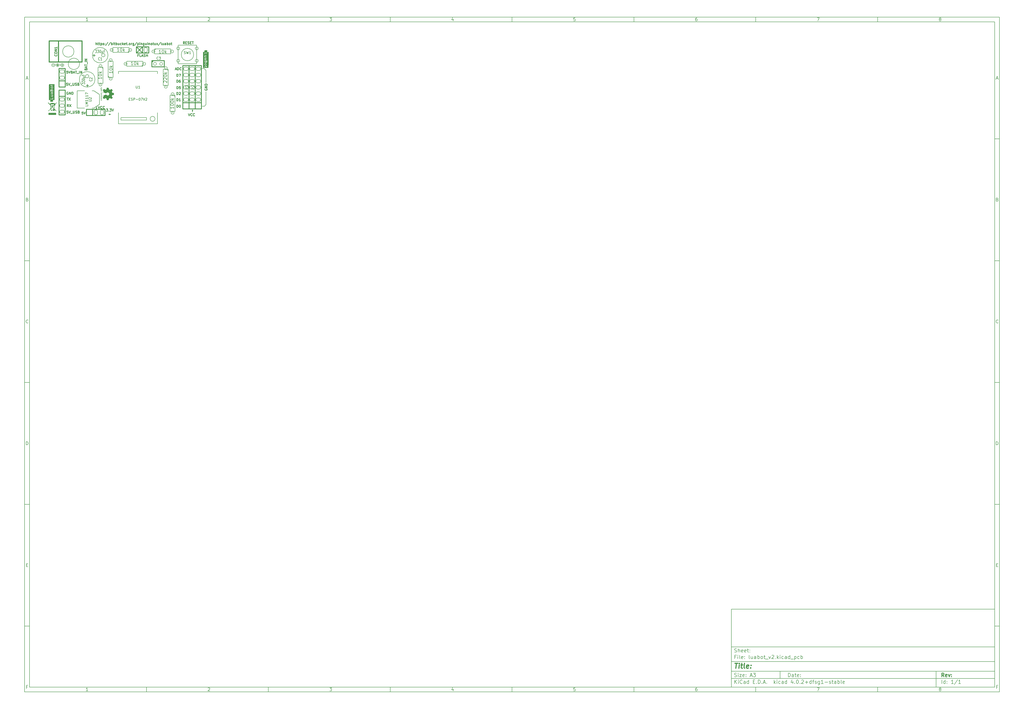
<source format=gbr>
G04 #@! TF.FileFunction,Legend,Top*
%FSLAX46Y46*%
G04 Gerber Fmt 4.6, Leading zero omitted, Abs format (unit mm)*
G04 Created by KiCad (PCBNEW 4.0.2+dfsg1-stable) date Fri 20 May 2016 01:00:29 PM COT*
%MOMM*%
G01*
G04 APERTURE LIST*
%ADD10C,0.150000*%
%ADD11C,0.300000*%
%ADD12C,0.400000*%
%ADD13C,0.250000*%
%ADD14C,0.200000*%
%ADD15C,0.127000*%
%ADD16C,0.203200*%
%ADD17C,0.381000*%
%ADD18C,0.304800*%
%ADD19C,0.002540*%
%ADD20C,0.075000*%
%ADD21C,0.010000*%
%ADD22C,0.254000*%
%ADD23C,0.285750*%
G04 APERTURE END LIST*
D10*
X299989000Y-253002200D02*
X299989000Y-285002200D01*
X407989000Y-285002200D01*
X407989000Y-253002200D01*
X299989000Y-253002200D01*
X10000000Y-10000000D02*
X10000000Y-287002200D01*
X409989000Y-287002200D01*
X409989000Y-10000000D01*
X10000000Y-10000000D01*
X12000000Y-12000000D02*
X12000000Y-285002200D01*
X407989000Y-285002200D01*
X407989000Y-12000000D01*
X12000000Y-12000000D01*
X60000000Y-12000000D02*
X60000000Y-10000000D01*
X110000000Y-12000000D02*
X110000000Y-10000000D01*
X160000000Y-12000000D02*
X160000000Y-10000000D01*
X210000000Y-12000000D02*
X210000000Y-10000000D01*
X260000000Y-12000000D02*
X260000000Y-10000000D01*
X310000000Y-12000000D02*
X310000000Y-10000000D01*
X360000000Y-12000000D02*
X360000000Y-10000000D01*
X35990476Y-11588095D02*
X35247619Y-11588095D01*
X35619048Y-11588095D02*
X35619048Y-10288095D01*
X35495238Y-10473810D01*
X35371429Y-10597619D01*
X35247619Y-10659524D01*
X85247619Y-10411905D02*
X85309524Y-10350000D01*
X85433333Y-10288095D01*
X85742857Y-10288095D01*
X85866667Y-10350000D01*
X85928571Y-10411905D01*
X85990476Y-10535714D01*
X85990476Y-10659524D01*
X85928571Y-10845238D01*
X85185714Y-11588095D01*
X85990476Y-11588095D01*
X135185714Y-10288095D02*
X135990476Y-10288095D01*
X135557143Y-10783333D01*
X135742857Y-10783333D01*
X135866667Y-10845238D01*
X135928571Y-10907143D01*
X135990476Y-11030952D01*
X135990476Y-11340476D01*
X135928571Y-11464286D01*
X135866667Y-11526190D01*
X135742857Y-11588095D01*
X135371429Y-11588095D01*
X135247619Y-11526190D01*
X135185714Y-11464286D01*
X185866667Y-10721429D02*
X185866667Y-11588095D01*
X185557143Y-10226190D02*
X185247619Y-11154762D01*
X186052381Y-11154762D01*
X235928571Y-10288095D02*
X235309524Y-10288095D01*
X235247619Y-10907143D01*
X235309524Y-10845238D01*
X235433333Y-10783333D01*
X235742857Y-10783333D01*
X235866667Y-10845238D01*
X235928571Y-10907143D01*
X235990476Y-11030952D01*
X235990476Y-11340476D01*
X235928571Y-11464286D01*
X235866667Y-11526190D01*
X235742857Y-11588095D01*
X235433333Y-11588095D01*
X235309524Y-11526190D01*
X235247619Y-11464286D01*
X285866667Y-10288095D02*
X285619048Y-10288095D01*
X285495238Y-10350000D01*
X285433333Y-10411905D01*
X285309524Y-10597619D01*
X285247619Y-10845238D01*
X285247619Y-11340476D01*
X285309524Y-11464286D01*
X285371429Y-11526190D01*
X285495238Y-11588095D01*
X285742857Y-11588095D01*
X285866667Y-11526190D01*
X285928571Y-11464286D01*
X285990476Y-11340476D01*
X285990476Y-11030952D01*
X285928571Y-10907143D01*
X285866667Y-10845238D01*
X285742857Y-10783333D01*
X285495238Y-10783333D01*
X285371429Y-10845238D01*
X285309524Y-10907143D01*
X285247619Y-11030952D01*
X335185714Y-10288095D02*
X336052381Y-10288095D01*
X335495238Y-11588095D01*
X385495238Y-10845238D02*
X385371429Y-10783333D01*
X385309524Y-10721429D01*
X385247619Y-10597619D01*
X385247619Y-10535714D01*
X385309524Y-10411905D01*
X385371429Y-10350000D01*
X385495238Y-10288095D01*
X385742857Y-10288095D01*
X385866667Y-10350000D01*
X385928571Y-10411905D01*
X385990476Y-10535714D01*
X385990476Y-10597619D01*
X385928571Y-10721429D01*
X385866667Y-10783333D01*
X385742857Y-10845238D01*
X385495238Y-10845238D01*
X385371429Y-10907143D01*
X385309524Y-10969048D01*
X385247619Y-11092857D01*
X385247619Y-11340476D01*
X385309524Y-11464286D01*
X385371429Y-11526190D01*
X385495238Y-11588095D01*
X385742857Y-11588095D01*
X385866667Y-11526190D01*
X385928571Y-11464286D01*
X385990476Y-11340476D01*
X385990476Y-11092857D01*
X385928571Y-10969048D01*
X385866667Y-10907143D01*
X385742857Y-10845238D01*
X60000000Y-285002200D02*
X60000000Y-287002200D01*
X110000000Y-285002200D02*
X110000000Y-287002200D01*
X160000000Y-285002200D02*
X160000000Y-287002200D01*
X210000000Y-285002200D02*
X210000000Y-287002200D01*
X260000000Y-285002200D02*
X260000000Y-287002200D01*
X310000000Y-285002200D02*
X310000000Y-287002200D01*
X360000000Y-285002200D02*
X360000000Y-287002200D01*
X35990476Y-286590295D02*
X35247619Y-286590295D01*
X35619048Y-286590295D02*
X35619048Y-285290295D01*
X35495238Y-285476010D01*
X35371429Y-285599819D01*
X35247619Y-285661724D01*
X85247619Y-285414105D02*
X85309524Y-285352200D01*
X85433333Y-285290295D01*
X85742857Y-285290295D01*
X85866667Y-285352200D01*
X85928571Y-285414105D01*
X85990476Y-285537914D01*
X85990476Y-285661724D01*
X85928571Y-285847438D01*
X85185714Y-286590295D01*
X85990476Y-286590295D01*
X135185714Y-285290295D02*
X135990476Y-285290295D01*
X135557143Y-285785533D01*
X135742857Y-285785533D01*
X135866667Y-285847438D01*
X135928571Y-285909343D01*
X135990476Y-286033152D01*
X135990476Y-286342676D01*
X135928571Y-286466486D01*
X135866667Y-286528390D01*
X135742857Y-286590295D01*
X135371429Y-286590295D01*
X135247619Y-286528390D01*
X135185714Y-286466486D01*
X185866667Y-285723629D02*
X185866667Y-286590295D01*
X185557143Y-285228390D02*
X185247619Y-286156962D01*
X186052381Y-286156962D01*
X235928571Y-285290295D02*
X235309524Y-285290295D01*
X235247619Y-285909343D01*
X235309524Y-285847438D01*
X235433333Y-285785533D01*
X235742857Y-285785533D01*
X235866667Y-285847438D01*
X235928571Y-285909343D01*
X235990476Y-286033152D01*
X235990476Y-286342676D01*
X235928571Y-286466486D01*
X235866667Y-286528390D01*
X235742857Y-286590295D01*
X235433333Y-286590295D01*
X235309524Y-286528390D01*
X235247619Y-286466486D01*
X285866667Y-285290295D02*
X285619048Y-285290295D01*
X285495238Y-285352200D01*
X285433333Y-285414105D01*
X285309524Y-285599819D01*
X285247619Y-285847438D01*
X285247619Y-286342676D01*
X285309524Y-286466486D01*
X285371429Y-286528390D01*
X285495238Y-286590295D01*
X285742857Y-286590295D01*
X285866667Y-286528390D01*
X285928571Y-286466486D01*
X285990476Y-286342676D01*
X285990476Y-286033152D01*
X285928571Y-285909343D01*
X285866667Y-285847438D01*
X285742857Y-285785533D01*
X285495238Y-285785533D01*
X285371429Y-285847438D01*
X285309524Y-285909343D01*
X285247619Y-286033152D01*
X335185714Y-285290295D02*
X336052381Y-285290295D01*
X335495238Y-286590295D01*
X385495238Y-285847438D02*
X385371429Y-285785533D01*
X385309524Y-285723629D01*
X385247619Y-285599819D01*
X385247619Y-285537914D01*
X385309524Y-285414105D01*
X385371429Y-285352200D01*
X385495238Y-285290295D01*
X385742857Y-285290295D01*
X385866667Y-285352200D01*
X385928571Y-285414105D01*
X385990476Y-285537914D01*
X385990476Y-285599819D01*
X385928571Y-285723629D01*
X385866667Y-285785533D01*
X385742857Y-285847438D01*
X385495238Y-285847438D01*
X385371429Y-285909343D01*
X385309524Y-285971248D01*
X385247619Y-286095057D01*
X385247619Y-286342676D01*
X385309524Y-286466486D01*
X385371429Y-286528390D01*
X385495238Y-286590295D01*
X385742857Y-286590295D01*
X385866667Y-286528390D01*
X385928571Y-286466486D01*
X385990476Y-286342676D01*
X385990476Y-286095057D01*
X385928571Y-285971248D01*
X385866667Y-285909343D01*
X385742857Y-285847438D01*
X10000000Y-60000000D02*
X12000000Y-60000000D01*
X10000000Y-110000000D02*
X12000000Y-110000000D01*
X10000000Y-160000000D02*
X12000000Y-160000000D01*
X10000000Y-210000000D02*
X12000000Y-210000000D01*
X10000000Y-260000000D02*
X12000000Y-260000000D01*
X10690476Y-35216667D02*
X11309524Y-35216667D01*
X10566667Y-35588095D02*
X11000000Y-34288095D01*
X11433333Y-35588095D01*
X11092857Y-84907143D02*
X11278571Y-84969048D01*
X11340476Y-85030952D01*
X11402381Y-85154762D01*
X11402381Y-85340476D01*
X11340476Y-85464286D01*
X11278571Y-85526190D01*
X11154762Y-85588095D01*
X10659524Y-85588095D01*
X10659524Y-84288095D01*
X11092857Y-84288095D01*
X11216667Y-84350000D01*
X11278571Y-84411905D01*
X11340476Y-84535714D01*
X11340476Y-84659524D01*
X11278571Y-84783333D01*
X11216667Y-84845238D01*
X11092857Y-84907143D01*
X10659524Y-84907143D01*
X11402381Y-135464286D02*
X11340476Y-135526190D01*
X11154762Y-135588095D01*
X11030952Y-135588095D01*
X10845238Y-135526190D01*
X10721429Y-135402381D01*
X10659524Y-135278571D01*
X10597619Y-135030952D01*
X10597619Y-134845238D01*
X10659524Y-134597619D01*
X10721429Y-134473810D01*
X10845238Y-134350000D01*
X11030952Y-134288095D01*
X11154762Y-134288095D01*
X11340476Y-134350000D01*
X11402381Y-134411905D01*
X10659524Y-185588095D02*
X10659524Y-184288095D01*
X10969048Y-184288095D01*
X11154762Y-184350000D01*
X11278571Y-184473810D01*
X11340476Y-184597619D01*
X11402381Y-184845238D01*
X11402381Y-185030952D01*
X11340476Y-185278571D01*
X11278571Y-185402381D01*
X11154762Y-185526190D01*
X10969048Y-185588095D01*
X10659524Y-185588095D01*
X10721429Y-234907143D02*
X11154762Y-234907143D01*
X11340476Y-235588095D02*
X10721429Y-235588095D01*
X10721429Y-234288095D01*
X11340476Y-234288095D01*
X11185714Y-284907143D02*
X10752381Y-284907143D01*
X10752381Y-285588095D02*
X10752381Y-284288095D01*
X11371428Y-284288095D01*
X409989000Y-60000000D02*
X407989000Y-60000000D01*
X409989000Y-110000000D02*
X407989000Y-110000000D01*
X409989000Y-160000000D02*
X407989000Y-160000000D01*
X409989000Y-210000000D02*
X407989000Y-210000000D01*
X409989000Y-260000000D02*
X407989000Y-260000000D01*
X408679476Y-35216667D02*
X409298524Y-35216667D01*
X408555667Y-35588095D02*
X408989000Y-34288095D01*
X409422333Y-35588095D01*
X409081857Y-84907143D02*
X409267571Y-84969048D01*
X409329476Y-85030952D01*
X409391381Y-85154762D01*
X409391381Y-85340476D01*
X409329476Y-85464286D01*
X409267571Y-85526190D01*
X409143762Y-85588095D01*
X408648524Y-85588095D01*
X408648524Y-84288095D01*
X409081857Y-84288095D01*
X409205667Y-84350000D01*
X409267571Y-84411905D01*
X409329476Y-84535714D01*
X409329476Y-84659524D01*
X409267571Y-84783333D01*
X409205667Y-84845238D01*
X409081857Y-84907143D01*
X408648524Y-84907143D01*
X409391381Y-135464286D02*
X409329476Y-135526190D01*
X409143762Y-135588095D01*
X409019952Y-135588095D01*
X408834238Y-135526190D01*
X408710429Y-135402381D01*
X408648524Y-135278571D01*
X408586619Y-135030952D01*
X408586619Y-134845238D01*
X408648524Y-134597619D01*
X408710429Y-134473810D01*
X408834238Y-134350000D01*
X409019952Y-134288095D01*
X409143762Y-134288095D01*
X409329476Y-134350000D01*
X409391381Y-134411905D01*
X408648524Y-185588095D02*
X408648524Y-184288095D01*
X408958048Y-184288095D01*
X409143762Y-184350000D01*
X409267571Y-184473810D01*
X409329476Y-184597619D01*
X409391381Y-184845238D01*
X409391381Y-185030952D01*
X409329476Y-185278571D01*
X409267571Y-185402381D01*
X409143762Y-185526190D01*
X408958048Y-185588095D01*
X408648524Y-185588095D01*
X408710429Y-234907143D02*
X409143762Y-234907143D01*
X409329476Y-235588095D02*
X408710429Y-235588095D01*
X408710429Y-234288095D01*
X409329476Y-234288095D01*
X409174714Y-284907143D02*
X408741381Y-284907143D01*
X408741381Y-285588095D02*
X408741381Y-284288095D01*
X409360428Y-284288095D01*
X323346143Y-280780771D02*
X323346143Y-279280771D01*
X323703286Y-279280771D01*
X323917571Y-279352200D01*
X324060429Y-279495057D01*
X324131857Y-279637914D01*
X324203286Y-279923629D01*
X324203286Y-280137914D01*
X324131857Y-280423629D01*
X324060429Y-280566486D01*
X323917571Y-280709343D01*
X323703286Y-280780771D01*
X323346143Y-280780771D01*
X325489000Y-280780771D02*
X325489000Y-279995057D01*
X325417571Y-279852200D01*
X325274714Y-279780771D01*
X324989000Y-279780771D01*
X324846143Y-279852200D01*
X325489000Y-280709343D02*
X325346143Y-280780771D01*
X324989000Y-280780771D01*
X324846143Y-280709343D01*
X324774714Y-280566486D01*
X324774714Y-280423629D01*
X324846143Y-280280771D01*
X324989000Y-280209343D01*
X325346143Y-280209343D01*
X325489000Y-280137914D01*
X325989000Y-279780771D02*
X326560429Y-279780771D01*
X326203286Y-279280771D02*
X326203286Y-280566486D01*
X326274714Y-280709343D01*
X326417572Y-280780771D01*
X326560429Y-280780771D01*
X327631857Y-280709343D02*
X327489000Y-280780771D01*
X327203286Y-280780771D01*
X327060429Y-280709343D01*
X326989000Y-280566486D01*
X326989000Y-279995057D01*
X327060429Y-279852200D01*
X327203286Y-279780771D01*
X327489000Y-279780771D01*
X327631857Y-279852200D01*
X327703286Y-279995057D01*
X327703286Y-280137914D01*
X326989000Y-280280771D01*
X328346143Y-280637914D02*
X328417571Y-280709343D01*
X328346143Y-280780771D01*
X328274714Y-280709343D01*
X328346143Y-280637914D01*
X328346143Y-280780771D01*
X328346143Y-279852200D02*
X328417571Y-279923629D01*
X328346143Y-279995057D01*
X328274714Y-279923629D01*
X328346143Y-279852200D01*
X328346143Y-279995057D01*
X299989000Y-281502200D02*
X407989000Y-281502200D01*
X301346143Y-283580771D02*
X301346143Y-282080771D01*
X302203286Y-283580771D02*
X301560429Y-282723629D01*
X302203286Y-282080771D02*
X301346143Y-282937914D01*
X302846143Y-283580771D02*
X302846143Y-282580771D01*
X302846143Y-282080771D02*
X302774714Y-282152200D01*
X302846143Y-282223629D01*
X302917571Y-282152200D01*
X302846143Y-282080771D01*
X302846143Y-282223629D01*
X304417572Y-283437914D02*
X304346143Y-283509343D01*
X304131857Y-283580771D01*
X303989000Y-283580771D01*
X303774715Y-283509343D01*
X303631857Y-283366486D01*
X303560429Y-283223629D01*
X303489000Y-282937914D01*
X303489000Y-282723629D01*
X303560429Y-282437914D01*
X303631857Y-282295057D01*
X303774715Y-282152200D01*
X303989000Y-282080771D01*
X304131857Y-282080771D01*
X304346143Y-282152200D01*
X304417572Y-282223629D01*
X305703286Y-283580771D02*
X305703286Y-282795057D01*
X305631857Y-282652200D01*
X305489000Y-282580771D01*
X305203286Y-282580771D01*
X305060429Y-282652200D01*
X305703286Y-283509343D02*
X305560429Y-283580771D01*
X305203286Y-283580771D01*
X305060429Y-283509343D01*
X304989000Y-283366486D01*
X304989000Y-283223629D01*
X305060429Y-283080771D01*
X305203286Y-283009343D01*
X305560429Y-283009343D01*
X305703286Y-282937914D01*
X307060429Y-283580771D02*
X307060429Y-282080771D01*
X307060429Y-283509343D02*
X306917572Y-283580771D01*
X306631858Y-283580771D01*
X306489000Y-283509343D01*
X306417572Y-283437914D01*
X306346143Y-283295057D01*
X306346143Y-282866486D01*
X306417572Y-282723629D01*
X306489000Y-282652200D01*
X306631858Y-282580771D01*
X306917572Y-282580771D01*
X307060429Y-282652200D01*
X308917572Y-282795057D02*
X309417572Y-282795057D01*
X309631858Y-283580771D02*
X308917572Y-283580771D01*
X308917572Y-282080771D01*
X309631858Y-282080771D01*
X310274715Y-283437914D02*
X310346143Y-283509343D01*
X310274715Y-283580771D01*
X310203286Y-283509343D01*
X310274715Y-283437914D01*
X310274715Y-283580771D01*
X310989001Y-283580771D02*
X310989001Y-282080771D01*
X311346144Y-282080771D01*
X311560429Y-282152200D01*
X311703287Y-282295057D01*
X311774715Y-282437914D01*
X311846144Y-282723629D01*
X311846144Y-282937914D01*
X311774715Y-283223629D01*
X311703287Y-283366486D01*
X311560429Y-283509343D01*
X311346144Y-283580771D01*
X310989001Y-283580771D01*
X312489001Y-283437914D02*
X312560429Y-283509343D01*
X312489001Y-283580771D01*
X312417572Y-283509343D01*
X312489001Y-283437914D01*
X312489001Y-283580771D01*
X313131858Y-283152200D02*
X313846144Y-283152200D01*
X312989001Y-283580771D02*
X313489001Y-282080771D01*
X313989001Y-283580771D01*
X314489001Y-283437914D02*
X314560429Y-283509343D01*
X314489001Y-283580771D01*
X314417572Y-283509343D01*
X314489001Y-283437914D01*
X314489001Y-283580771D01*
X317489001Y-283580771D02*
X317489001Y-282080771D01*
X317631858Y-283009343D02*
X318060429Y-283580771D01*
X318060429Y-282580771D02*
X317489001Y-283152200D01*
X318703287Y-283580771D02*
X318703287Y-282580771D01*
X318703287Y-282080771D02*
X318631858Y-282152200D01*
X318703287Y-282223629D01*
X318774715Y-282152200D01*
X318703287Y-282080771D01*
X318703287Y-282223629D01*
X320060430Y-283509343D02*
X319917573Y-283580771D01*
X319631859Y-283580771D01*
X319489001Y-283509343D01*
X319417573Y-283437914D01*
X319346144Y-283295057D01*
X319346144Y-282866486D01*
X319417573Y-282723629D01*
X319489001Y-282652200D01*
X319631859Y-282580771D01*
X319917573Y-282580771D01*
X320060430Y-282652200D01*
X321346144Y-283580771D02*
X321346144Y-282795057D01*
X321274715Y-282652200D01*
X321131858Y-282580771D01*
X320846144Y-282580771D01*
X320703287Y-282652200D01*
X321346144Y-283509343D02*
X321203287Y-283580771D01*
X320846144Y-283580771D01*
X320703287Y-283509343D01*
X320631858Y-283366486D01*
X320631858Y-283223629D01*
X320703287Y-283080771D01*
X320846144Y-283009343D01*
X321203287Y-283009343D01*
X321346144Y-282937914D01*
X322703287Y-283580771D02*
X322703287Y-282080771D01*
X322703287Y-283509343D02*
X322560430Y-283580771D01*
X322274716Y-283580771D01*
X322131858Y-283509343D01*
X322060430Y-283437914D01*
X321989001Y-283295057D01*
X321989001Y-282866486D01*
X322060430Y-282723629D01*
X322131858Y-282652200D01*
X322274716Y-282580771D01*
X322560430Y-282580771D01*
X322703287Y-282652200D01*
X325203287Y-282580771D02*
X325203287Y-283580771D01*
X324846144Y-282009343D02*
X324489001Y-283080771D01*
X325417573Y-283080771D01*
X325989001Y-283437914D02*
X326060429Y-283509343D01*
X325989001Y-283580771D01*
X325917572Y-283509343D01*
X325989001Y-283437914D01*
X325989001Y-283580771D01*
X326989001Y-282080771D02*
X327131858Y-282080771D01*
X327274715Y-282152200D01*
X327346144Y-282223629D01*
X327417573Y-282366486D01*
X327489001Y-282652200D01*
X327489001Y-283009343D01*
X327417573Y-283295057D01*
X327346144Y-283437914D01*
X327274715Y-283509343D01*
X327131858Y-283580771D01*
X326989001Y-283580771D01*
X326846144Y-283509343D01*
X326774715Y-283437914D01*
X326703287Y-283295057D01*
X326631858Y-283009343D01*
X326631858Y-282652200D01*
X326703287Y-282366486D01*
X326774715Y-282223629D01*
X326846144Y-282152200D01*
X326989001Y-282080771D01*
X328131858Y-283437914D02*
X328203286Y-283509343D01*
X328131858Y-283580771D01*
X328060429Y-283509343D01*
X328131858Y-283437914D01*
X328131858Y-283580771D01*
X328774715Y-282223629D02*
X328846144Y-282152200D01*
X328989001Y-282080771D01*
X329346144Y-282080771D01*
X329489001Y-282152200D01*
X329560430Y-282223629D01*
X329631858Y-282366486D01*
X329631858Y-282509343D01*
X329560430Y-282723629D01*
X328703287Y-283580771D01*
X329631858Y-283580771D01*
X330274715Y-283009343D02*
X331417572Y-283009343D01*
X330846143Y-283580771D02*
X330846143Y-282437914D01*
X332774715Y-283580771D02*
X332774715Y-282080771D01*
X332774715Y-283509343D02*
X332631858Y-283580771D01*
X332346144Y-283580771D01*
X332203286Y-283509343D01*
X332131858Y-283437914D01*
X332060429Y-283295057D01*
X332060429Y-282866486D01*
X332131858Y-282723629D01*
X332203286Y-282652200D01*
X332346144Y-282580771D01*
X332631858Y-282580771D01*
X332774715Y-282652200D01*
X333274715Y-282580771D02*
X333846144Y-282580771D01*
X333489001Y-283580771D02*
X333489001Y-282295057D01*
X333560429Y-282152200D01*
X333703287Y-282080771D01*
X333846144Y-282080771D01*
X334274715Y-283509343D02*
X334417572Y-283580771D01*
X334703287Y-283580771D01*
X334846144Y-283509343D01*
X334917572Y-283366486D01*
X334917572Y-283295057D01*
X334846144Y-283152200D01*
X334703287Y-283080771D01*
X334489001Y-283080771D01*
X334346144Y-283009343D01*
X334274715Y-282866486D01*
X334274715Y-282795057D01*
X334346144Y-282652200D01*
X334489001Y-282580771D01*
X334703287Y-282580771D01*
X334846144Y-282652200D01*
X336203287Y-282580771D02*
X336203287Y-283795057D01*
X336131858Y-283937914D01*
X336060430Y-284009343D01*
X335917573Y-284080771D01*
X335703287Y-284080771D01*
X335560430Y-284009343D01*
X336203287Y-283509343D02*
X336060430Y-283580771D01*
X335774716Y-283580771D01*
X335631858Y-283509343D01*
X335560430Y-283437914D01*
X335489001Y-283295057D01*
X335489001Y-282866486D01*
X335560430Y-282723629D01*
X335631858Y-282652200D01*
X335774716Y-282580771D01*
X336060430Y-282580771D01*
X336203287Y-282652200D01*
X337703287Y-283580771D02*
X336846144Y-283580771D01*
X337274716Y-283580771D02*
X337274716Y-282080771D01*
X337131859Y-282295057D01*
X336989001Y-282437914D01*
X336846144Y-282509343D01*
X338346144Y-283009343D02*
X339489001Y-283009343D01*
X340131858Y-283509343D02*
X340274715Y-283580771D01*
X340560430Y-283580771D01*
X340703287Y-283509343D01*
X340774715Y-283366486D01*
X340774715Y-283295057D01*
X340703287Y-283152200D01*
X340560430Y-283080771D01*
X340346144Y-283080771D01*
X340203287Y-283009343D01*
X340131858Y-282866486D01*
X340131858Y-282795057D01*
X340203287Y-282652200D01*
X340346144Y-282580771D01*
X340560430Y-282580771D01*
X340703287Y-282652200D01*
X341203287Y-282580771D02*
X341774716Y-282580771D01*
X341417573Y-282080771D02*
X341417573Y-283366486D01*
X341489001Y-283509343D01*
X341631859Y-283580771D01*
X341774716Y-283580771D01*
X342917573Y-283580771D02*
X342917573Y-282795057D01*
X342846144Y-282652200D01*
X342703287Y-282580771D01*
X342417573Y-282580771D01*
X342274716Y-282652200D01*
X342917573Y-283509343D02*
X342774716Y-283580771D01*
X342417573Y-283580771D01*
X342274716Y-283509343D01*
X342203287Y-283366486D01*
X342203287Y-283223629D01*
X342274716Y-283080771D01*
X342417573Y-283009343D01*
X342774716Y-283009343D01*
X342917573Y-282937914D01*
X343631859Y-283580771D02*
X343631859Y-282080771D01*
X343631859Y-282652200D02*
X343774716Y-282580771D01*
X344060430Y-282580771D01*
X344203287Y-282652200D01*
X344274716Y-282723629D01*
X344346145Y-282866486D01*
X344346145Y-283295057D01*
X344274716Y-283437914D01*
X344203287Y-283509343D01*
X344060430Y-283580771D01*
X343774716Y-283580771D01*
X343631859Y-283509343D01*
X345203288Y-283580771D02*
X345060430Y-283509343D01*
X344989002Y-283366486D01*
X344989002Y-282080771D01*
X346346144Y-283509343D02*
X346203287Y-283580771D01*
X345917573Y-283580771D01*
X345774716Y-283509343D01*
X345703287Y-283366486D01*
X345703287Y-282795057D01*
X345774716Y-282652200D01*
X345917573Y-282580771D01*
X346203287Y-282580771D01*
X346346144Y-282652200D01*
X346417573Y-282795057D01*
X346417573Y-282937914D01*
X345703287Y-283080771D01*
X299989000Y-278502200D02*
X407989000Y-278502200D01*
D11*
X387203286Y-280780771D02*
X386703286Y-280066486D01*
X386346143Y-280780771D02*
X386346143Y-279280771D01*
X386917571Y-279280771D01*
X387060429Y-279352200D01*
X387131857Y-279423629D01*
X387203286Y-279566486D01*
X387203286Y-279780771D01*
X387131857Y-279923629D01*
X387060429Y-279995057D01*
X386917571Y-280066486D01*
X386346143Y-280066486D01*
X388417571Y-280709343D02*
X388274714Y-280780771D01*
X387989000Y-280780771D01*
X387846143Y-280709343D01*
X387774714Y-280566486D01*
X387774714Y-279995057D01*
X387846143Y-279852200D01*
X387989000Y-279780771D01*
X388274714Y-279780771D01*
X388417571Y-279852200D01*
X388489000Y-279995057D01*
X388489000Y-280137914D01*
X387774714Y-280280771D01*
X388989000Y-279780771D02*
X389346143Y-280780771D01*
X389703285Y-279780771D01*
X390274714Y-280637914D02*
X390346142Y-280709343D01*
X390274714Y-280780771D01*
X390203285Y-280709343D01*
X390274714Y-280637914D01*
X390274714Y-280780771D01*
X390274714Y-279852200D02*
X390346142Y-279923629D01*
X390274714Y-279995057D01*
X390203285Y-279923629D01*
X390274714Y-279852200D01*
X390274714Y-279995057D01*
D10*
X301274714Y-280709343D02*
X301489000Y-280780771D01*
X301846143Y-280780771D01*
X301989000Y-280709343D01*
X302060429Y-280637914D01*
X302131857Y-280495057D01*
X302131857Y-280352200D01*
X302060429Y-280209343D01*
X301989000Y-280137914D01*
X301846143Y-280066486D01*
X301560429Y-279995057D01*
X301417571Y-279923629D01*
X301346143Y-279852200D01*
X301274714Y-279709343D01*
X301274714Y-279566486D01*
X301346143Y-279423629D01*
X301417571Y-279352200D01*
X301560429Y-279280771D01*
X301917571Y-279280771D01*
X302131857Y-279352200D01*
X302774714Y-280780771D02*
X302774714Y-279780771D01*
X302774714Y-279280771D02*
X302703285Y-279352200D01*
X302774714Y-279423629D01*
X302846142Y-279352200D01*
X302774714Y-279280771D01*
X302774714Y-279423629D01*
X303346143Y-279780771D02*
X304131857Y-279780771D01*
X303346143Y-280780771D01*
X304131857Y-280780771D01*
X305274714Y-280709343D02*
X305131857Y-280780771D01*
X304846143Y-280780771D01*
X304703286Y-280709343D01*
X304631857Y-280566486D01*
X304631857Y-279995057D01*
X304703286Y-279852200D01*
X304846143Y-279780771D01*
X305131857Y-279780771D01*
X305274714Y-279852200D01*
X305346143Y-279995057D01*
X305346143Y-280137914D01*
X304631857Y-280280771D01*
X305989000Y-280637914D02*
X306060428Y-280709343D01*
X305989000Y-280780771D01*
X305917571Y-280709343D01*
X305989000Y-280637914D01*
X305989000Y-280780771D01*
X305989000Y-279852200D02*
X306060428Y-279923629D01*
X305989000Y-279995057D01*
X305917571Y-279923629D01*
X305989000Y-279852200D01*
X305989000Y-279995057D01*
X307774714Y-280352200D02*
X308489000Y-280352200D01*
X307631857Y-280780771D02*
X308131857Y-279280771D01*
X308631857Y-280780771D01*
X308989000Y-279280771D02*
X309917571Y-279280771D01*
X309417571Y-279852200D01*
X309631857Y-279852200D01*
X309774714Y-279923629D01*
X309846143Y-279995057D01*
X309917571Y-280137914D01*
X309917571Y-280495057D01*
X309846143Y-280637914D01*
X309774714Y-280709343D01*
X309631857Y-280780771D01*
X309203285Y-280780771D01*
X309060428Y-280709343D01*
X308989000Y-280637914D01*
X386346143Y-283580771D02*
X386346143Y-282080771D01*
X387703286Y-283580771D02*
X387703286Y-282080771D01*
X387703286Y-283509343D02*
X387560429Y-283580771D01*
X387274715Y-283580771D01*
X387131857Y-283509343D01*
X387060429Y-283437914D01*
X386989000Y-283295057D01*
X386989000Y-282866486D01*
X387060429Y-282723629D01*
X387131857Y-282652200D01*
X387274715Y-282580771D01*
X387560429Y-282580771D01*
X387703286Y-282652200D01*
X388417572Y-283437914D02*
X388489000Y-283509343D01*
X388417572Y-283580771D01*
X388346143Y-283509343D01*
X388417572Y-283437914D01*
X388417572Y-283580771D01*
X388417572Y-282652200D02*
X388489000Y-282723629D01*
X388417572Y-282795057D01*
X388346143Y-282723629D01*
X388417572Y-282652200D01*
X388417572Y-282795057D01*
X391060429Y-283580771D02*
X390203286Y-283580771D01*
X390631858Y-283580771D02*
X390631858Y-282080771D01*
X390489001Y-282295057D01*
X390346143Y-282437914D01*
X390203286Y-282509343D01*
X392774714Y-282009343D02*
X391489000Y-283937914D01*
X394060429Y-283580771D02*
X393203286Y-283580771D01*
X393631858Y-283580771D02*
X393631858Y-282080771D01*
X393489001Y-282295057D01*
X393346143Y-282437914D01*
X393203286Y-282509343D01*
X299989000Y-274502200D02*
X407989000Y-274502200D01*
D12*
X301441381Y-275206962D02*
X302584238Y-275206962D01*
X301762810Y-277206962D02*
X302012810Y-275206962D01*
X303000905Y-277206962D02*
X303167571Y-275873629D01*
X303250905Y-275206962D02*
X303143762Y-275302200D01*
X303227095Y-275397438D01*
X303334239Y-275302200D01*
X303250905Y-275206962D01*
X303227095Y-275397438D01*
X303834238Y-275873629D02*
X304596143Y-275873629D01*
X304203286Y-275206962D02*
X303989000Y-276921248D01*
X304060430Y-277111724D01*
X304239001Y-277206962D01*
X304429477Y-277206962D01*
X305381858Y-277206962D02*
X305203287Y-277111724D01*
X305131857Y-276921248D01*
X305346143Y-275206962D01*
X306917572Y-277111724D02*
X306715191Y-277206962D01*
X306334239Y-277206962D01*
X306155667Y-277111724D01*
X306084238Y-276921248D01*
X306179476Y-276159343D01*
X306298524Y-275968867D01*
X306500905Y-275873629D01*
X306881857Y-275873629D01*
X307060429Y-275968867D01*
X307131857Y-276159343D01*
X307108048Y-276349819D01*
X306131857Y-276540295D01*
X307881857Y-277016486D02*
X307965192Y-277111724D01*
X307858048Y-277206962D01*
X307774715Y-277111724D01*
X307881857Y-277016486D01*
X307858048Y-277206962D01*
X308012810Y-275968867D02*
X308096144Y-276064105D01*
X307989000Y-276159343D01*
X307905667Y-276064105D01*
X308012810Y-275968867D01*
X307989000Y-276159343D01*
D10*
X301846143Y-272595057D02*
X301346143Y-272595057D01*
X301346143Y-273380771D02*
X301346143Y-271880771D01*
X302060429Y-271880771D01*
X302631857Y-273380771D02*
X302631857Y-272380771D01*
X302631857Y-271880771D02*
X302560428Y-271952200D01*
X302631857Y-272023629D01*
X302703285Y-271952200D01*
X302631857Y-271880771D01*
X302631857Y-272023629D01*
X303560429Y-273380771D02*
X303417571Y-273309343D01*
X303346143Y-273166486D01*
X303346143Y-271880771D01*
X304703285Y-273309343D02*
X304560428Y-273380771D01*
X304274714Y-273380771D01*
X304131857Y-273309343D01*
X304060428Y-273166486D01*
X304060428Y-272595057D01*
X304131857Y-272452200D01*
X304274714Y-272380771D01*
X304560428Y-272380771D01*
X304703285Y-272452200D01*
X304774714Y-272595057D01*
X304774714Y-272737914D01*
X304060428Y-272880771D01*
X305417571Y-273237914D02*
X305488999Y-273309343D01*
X305417571Y-273380771D01*
X305346142Y-273309343D01*
X305417571Y-273237914D01*
X305417571Y-273380771D01*
X305417571Y-272452200D02*
X305488999Y-272523629D01*
X305417571Y-272595057D01*
X305346142Y-272523629D01*
X305417571Y-272452200D01*
X305417571Y-272595057D01*
X307489000Y-273380771D02*
X307346142Y-273309343D01*
X307274714Y-273166486D01*
X307274714Y-271880771D01*
X308703285Y-272380771D02*
X308703285Y-273380771D01*
X308060428Y-272380771D02*
X308060428Y-273166486D01*
X308131856Y-273309343D01*
X308274714Y-273380771D01*
X308488999Y-273380771D01*
X308631856Y-273309343D01*
X308703285Y-273237914D01*
X310060428Y-273380771D02*
X310060428Y-272595057D01*
X309988999Y-272452200D01*
X309846142Y-272380771D01*
X309560428Y-272380771D01*
X309417571Y-272452200D01*
X310060428Y-273309343D02*
X309917571Y-273380771D01*
X309560428Y-273380771D01*
X309417571Y-273309343D01*
X309346142Y-273166486D01*
X309346142Y-273023629D01*
X309417571Y-272880771D01*
X309560428Y-272809343D01*
X309917571Y-272809343D01*
X310060428Y-272737914D01*
X310774714Y-273380771D02*
X310774714Y-271880771D01*
X310774714Y-272452200D02*
X310917571Y-272380771D01*
X311203285Y-272380771D01*
X311346142Y-272452200D01*
X311417571Y-272523629D01*
X311489000Y-272666486D01*
X311489000Y-273095057D01*
X311417571Y-273237914D01*
X311346142Y-273309343D01*
X311203285Y-273380771D01*
X310917571Y-273380771D01*
X310774714Y-273309343D01*
X312346143Y-273380771D02*
X312203285Y-273309343D01*
X312131857Y-273237914D01*
X312060428Y-273095057D01*
X312060428Y-272666486D01*
X312131857Y-272523629D01*
X312203285Y-272452200D01*
X312346143Y-272380771D01*
X312560428Y-272380771D01*
X312703285Y-272452200D01*
X312774714Y-272523629D01*
X312846143Y-272666486D01*
X312846143Y-273095057D01*
X312774714Y-273237914D01*
X312703285Y-273309343D01*
X312560428Y-273380771D01*
X312346143Y-273380771D01*
X313274714Y-272380771D02*
X313846143Y-272380771D01*
X313489000Y-271880771D02*
X313489000Y-273166486D01*
X313560428Y-273309343D01*
X313703286Y-273380771D01*
X313846143Y-273380771D01*
X313989000Y-273523629D02*
X315131857Y-273523629D01*
X315346143Y-272380771D02*
X315703286Y-273380771D01*
X316060428Y-272380771D01*
X316560428Y-272023629D02*
X316631857Y-271952200D01*
X316774714Y-271880771D01*
X317131857Y-271880771D01*
X317274714Y-271952200D01*
X317346143Y-272023629D01*
X317417571Y-272166486D01*
X317417571Y-272309343D01*
X317346143Y-272523629D01*
X316489000Y-273380771D01*
X317417571Y-273380771D01*
X318060428Y-273237914D02*
X318131856Y-273309343D01*
X318060428Y-273380771D01*
X317988999Y-273309343D01*
X318060428Y-273237914D01*
X318060428Y-273380771D01*
X318774714Y-273380771D02*
X318774714Y-271880771D01*
X318917571Y-272809343D02*
X319346142Y-273380771D01*
X319346142Y-272380771D02*
X318774714Y-272952200D01*
X319989000Y-273380771D02*
X319989000Y-272380771D01*
X319989000Y-271880771D02*
X319917571Y-271952200D01*
X319989000Y-272023629D01*
X320060428Y-271952200D01*
X319989000Y-271880771D01*
X319989000Y-272023629D01*
X321346143Y-273309343D02*
X321203286Y-273380771D01*
X320917572Y-273380771D01*
X320774714Y-273309343D01*
X320703286Y-273237914D01*
X320631857Y-273095057D01*
X320631857Y-272666486D01*
X320703286Y-272523629D01*
X320774714Y-272452200D01*
X320917572Y-272380771D01*
X321203286Y-272380771D01*
X321346143Y-272452200D01*
X322631857Y-273380771D02*
X322631857Y-272595057D01*
X322560428Y-272452200D01*
X322417571Y-272380771D01*
X322131857Y-272380771D01*
X321989000Y-272452200D01*
X322631857Y-273309343D02*
X322489000Y-273380771D01*
X322131857Y-273380771D01*
X321989000Y-273309343D01*
X321917571Y-273166486D01*
X321917571Y-273023629D01*
X321989000Y-272880771D01*
X322131857Y-272809343D01*
X322489000Y-272809343D01*
X322631857Y-272737914D01*
X323989000Y-273380771D02*
X323989000Y-271880771D01*
X323989000Y-273309343D02*
X323846143Y-273380771D01*
X323560429Y-273380771D01*
X323417571Y-273309343D01*
X323346143Y-273237914D01*
X323274714Y-273095057D01*
X323274714Y-272666486D01*
X323346143Y-272523629D01*
X323417571Y-272452200D01*
X323560429Y-272380771D01*
X323846143Y-272380771D01*
X323989000Y-272452200D01*
X324346143Y-273523629D02*
X325489000Y-273523629D01*
X325846143Y-272380771D02*
X325846143Y-273880771D01*
X325846143Y-272452200D02*
X325989000Y-272380771D01*
X326274714Y-272380771D01*
X326417571Y-272452200D01*
X326489000Y-272523629D01*
X326560429Y-272666486D01*
X326560429Y-273095057D01*
X326489000Y-273237914D01*
X326417571Y-273309343D01*
X326274714Y-273380771D01*
X325989000Y-273380771D01*
X325846143Y-273309343D01*
X327846143Y-273309343D02*
X327703286Y-273380771D01*
X327417572Y-273380771D01*
X327274714Y-273309343D01*
X327203286Y-273237914D01*
X327131857Y-273095057D01*
X327131857Y-272666486D01*
X327203286Y-272523629D01*
X327274714Y-272452200D01*
X327417572Y-272380771D01*
X327703286Y-272380771D01*
X327846143Y-272452200D01*
X328489000Y-273380771D02*
X328489000Y-271880771D01*
X328489000Y-272452200D02*
X328631857Y-272380771D01*
X328917571Y-272380771D01*
X329060428Y-272452200D01*
X329131857Y-272523629D01*
X329203286Y-272666486D01*
X329203286Y-273095057D01*
X329131857Y-273237914D01*
X329060428Y-273309343D01*
X328917571Y-273380771D01*
X328631857Y-273380771D01*
X328489000Y-273309343D01*
X299989000Y-268502200D02*
X407989000Y-268502200D01*
X301274714Y-270609343D02*
X301489000Y-270680771D01*
X301846143Y-270680771D01*
X301989000Y-270609343D01*
X302060429Y-270537914D01*
X302131857Y-270395057D01*
X302131857Y-270252200D01*
X302060429Y-270109343D01*
X301989000Y-270037914D01*
X301846143Y-269966486D01*
X301560429Y-269895057D01*
X301417571Y-269823629D01*
X301346143Y-269752200D01*
X301274714Y-269609343D01*
X301274714Y-269466486D01*
X301346143Y-269323629D01*
X301417571Y-269252200D01*
X301560429Y-269180771D01*
X301917571Y-269180771D01*
X302131857Y-269252200D01*
X302774714Y-270680771D02*
X302774714Y-269180771D01*
X303417571Y-270680771D02*
X303417571Y-269895057D01*
X303346142Y-269752200D01*
X303203285Y-269680771D01*
X302989000Y-269680771D01*
X302846142Y-269752200D01*
X302774714Y-269823629D01*
X304703285Y-270609343D02*
X304560428Y-270680771D01*
X304274714Y-270680771D01*
X304131857Y-270609343D01*
X304060428Y-270466486D01*
X304060428Y-269895057D01*
X304131857Y-269752200D01*
X304274714Y-269680771D01*
X304560428Y-269680771D01*
X304703285Y-269752200D01*
X304774714Y-269895057D01*
X304774714Y-270037914D01*
X304060428Y-270180771D01*
X305988999Y-270609343D02*
X305846142Y-270680771D01*
X305560428Y-270680771D01*
X305417571Y-270609343D01*
X305346142Y-270466486D01*
X305346142Y-269895057D01*
X305417571Y-269752200D01*
X305560428Y-269680771D01*
X305846142Y-269680771D01*
X305988999Y-269752200D01*
X306060428Y-269895057D01*
X306060428Y-270037914D01*
X305346142Y-270180771D01*
X306488999Y-269680771D02*
X307060428Y-269680771D01*
X306703285Y-269180771D02*
X306703285Y-270466486D01*
X306774713Y-270609343D01*
X306917571Y-270680771D01*
X307060428Y-270680771D01*
X307560428Y-270537914D02*
X307631856Y-270609343D01*
X307560428Y-270680771D01*
X307488999Y-270609343D01*
X307560428Y-270537914D01*
X307560428Y-270680771D01*
X307560428Y-269752200D02*
X307631856Y-269823629D01*
X307560428Y-269895057D01*
X307488999Y-269823629D01*
X307560428Y-269752200D01*
X307560428Y-269895057D01*
X319989000Y-278502200D02*
X319989000Y-281502200D01*
X383989000Y-278502200D02*
X383989000Y-285002200D01*
D13*
X39189379Y-21407381D02*
X39189379Y-20407381D01*
X39617951Y-21407381D02*
X39617951Y-20883571D01*
X39570332Y-20788333D01*
X39475094Y-20740714D01*
X39332236Y-20740714D01*
X39236998Y-20788333D01*
X39189379Y-20835952D01*
X39951284Y-20740714D02*
X40332236Y-20740714D01*
X40094141Y-20407381D02*
X40094141Y-21264524D01*
X40141760Y-21359762D01*
X40236998Y-21407381D01*
X40332236Y-21407381D01*
X40522713Y-20740714D02*
X40903665Y-20740714D01*
X40665570Y-20407381D02*
X40665570Y-21264524D01*
X40713189Y-21359762D01*
X40808427Y-21407381D01*
X40903665Y-21407381D01*
X41236999Y-20740714D02*
X41236999Y-21740714D01*
X41236999Y-20788333D02*
X41332237Y-20740714D01*
X41522714Y-20740714D01*
X41617952Y-20788333D01*
X41665571Y-20835952D01*
X41713190Y-20931190D01*
X41713190Y-21216905D01*
X41665571Y-21312143D01*
X41617952Y-21359762D01*
X41522714Y-21407381D01*
X41332237Y-21407381D01*
X41236999Y-21359762D01*
X42094142Y-21359762D02*
X42189380Y-21407381D01*
X42379856Y-21407381D01*
X42475095Y-21359762D01*
X42522714Y-21264524D01*
X42522714Y-21216905D01*
X42475095Y-21121667D01*
X42379856Y-21074048D01*
X42236999Y-21074048D01*
X42141761Y-21026429D01*
X42094142Y-20931190D01*
X42094142Y-20883571D01*
X42141761Y-20788333D01*
X42236999Y-20740714D01*
X42379856Y-20740714D01*
X42475095Y-20788333D01*
X42951285Y-21312143D02*
X42998904Y-21359762D01*
X42951285Y-21407381D01*
X42903666Y-21359762D01*
X42951285Y-21312143D01*
X42951285Y-21407381D01*
X42951285Y-20788333D02*
X42998904Y-20835952D01*
X42951285Y-20883571D01*
X42903666Y-20835952D01*
X42951285Y-20788333D01*
X42951285Y-20883571D01*
X44141761Y-20359762D02*
X43284618Y-21645476D01*
X45189380Y-20359762D02*
X44332237Y-21645476D01*
X45522713Y-21407381D02*
X45522713Y-20407381D01*
X45522713Y-20788333D02*
X45617951Y-20740714D01*
X45808428Y-20740714D01*
X45903666Y-20788333D01*
X45951285Y-20835952D01*
X45998904Y-20931190D01*
X45998904Y-21216905D01*
X45951285Y-21312143D01*
X45903666Y-21359762D01*
X45808428Y-21407381D01*
X45617951Y-21407381D01*
X45522713Y-21359762D01*
X46427475Y-21407381D02*
X46427475Y-20740714D01*
X46427475Y-20407381D02*
X46379856Y-20455000D01*
X46427475Y-20502619D01*
X46475094Y-20455000D01*
X46427475Y-20407381D01*
X46427475Y-20502619D01*
X46760808Y-20740714D02*
X47141760Y-20740714D01*
X46903665Y-20407381D02*
X46903665Y-21264524D01*
X46951284Y-21359762D01*
X47046522Y-21407381D01*
X47141760Y-21407381D01*
X47475094Y-21407381D02*
X47475094Y-20407381D01*
X47475094Y-20788333D02*
X47570332Y-20740714D01*
X47760809Y-20740714D01*
X47856047Y-20788333D01*
X47903666Y-20835952D01*
X47951285Y-20931190D01*
X47951285Y-21216905D01*
X47903666Y-21312143D01*
X47856047Y-21359762D01*
X47760809Y-21407381D01*
X47570332Y-21407381D01*
X47475094Y-21359762D01*
X48808428Y-20740714D02*
X48808428Y-21407381D01*
X48379856Y-20740714D02*
X48379856Y-21264524D01*
X48427475Y-21359762D01*
X48522713Y-21407381D01*
X48665571Y-21407381D01*
X48760809Y-21359762D01*
X48808428Y-21312143D01*
X49713190Y-21359762D02*
X49617952Y-21407381D01*
X49427475Y-21407381D01*
X49332237Y-21359762D01*
X49284618Y-21312143D01*
X49236999Y-21216905D01*
X49236999Y-20931190D01*
X49284618Y-20835952D01*
X49332237Y-20788333D01*
X49427475Y-20740714D01*
X49617952Y-20740714D01*
X49713190Y-20788333D01*
X50141761Y-21407381D02*
X50141761Y-20407381D01*
X50236999Y-21026429D02*
X50522714Y-21407381D01*
X50522714Y-20740714D02*
X50141761Y-21121667D01*
X51332238Y-21359762D02*
X51237000Y-21407381D01*
X51046523Y-21407381D01*
X50951285Y-21359762D01*
X50903666Y-21264524D01*
X50903666Y-20883571D01*
X50951285Y-20788333D01*
X51046523Y-20740714D01*
X51237000Y-20740714D01*
X51332238Y-20788333D01*
X51379857Y-20883571D01*
X51379857Y-20978810D01*
X50903666Y-21074048D01*
X51665571Y-20740714D02*
X52046523Y-20740714D01*
X51808428Y-20407381D02*
X51808428Y-21264524D01*
X51856047Y-21359762D01*
X51951285Y-21407381D01*
X52046523Y-21407381D01*
X52379857Y-21312143D02*
X52427476Y-21359762D01*
X52379857Y-21407381D01*
X52332238Y-21359762D01*
X52379857Y-21312143D01*
X52379857Y-21407381D01*
X52998904Y-21407381D02*
X52903666Y-21359762D01*
X52856047Y-21312143D01*
X52808428Y-21216905D01*
X52808428Y-20931190D01*
X52856047Y-20835952D01*
X52903666Y-20788333D01*
X52998904Y-20740714D01*
X53141762Y-20740714D01*
X53237000Y-20788333D01*
X53284619Y-20835952D01*
X53332238Y-20931190D01*
X53332238Y-21216905D01*
X53284619Y-21312143D01*
X53237000Y-21359762D01*
X53141762Y-21407381D01*
X52998904Y-21407381D01*
X53760809Y-21407381D02*
X53760809Y-20740714D01*
X53760809Y-20931190D02*
X53808428Y-20835952D01*
X53856047Y-20788333D01*
X53951285Y-20740714D01*
X54046524Y-20740714D01*
X54808429Y-20740714D02*
X54808429Y-21550238D01*
X54760810Y-21645476D01*
X54713191Y-21693095D01*
X54617952Y-21740714D01*
X54475095Y-21740714D01*
X54379857Y-21693095D01*
X54808429Y-21359762D02*
X54713191Y-21407381D01*
X54522714Y-21407381D01*
X54427476Y-21359762D01*
X54379857Y-21312143D01*
X54332238Y-21216905D01*
X54332238Y-20931190D01*
X54379857Y-20835952D01*
X54427476Y-20788333D01*
X54522714Y-20740714D01*
X54713191Y-20740714D01*
X54808429Y-20788333D01*
X55998905Y-20359762D02*
X55141762Y-21645476D01*
X56332238Y-20740714D02*
X56332238Y-21740714D01*
X56332238Y-20788333D02*
X56427476Y-20740714D01*
X56617953Y-20740714D01*
X56713191Y-20788333D01*
X56760810Y-20835952D01*
X56808429Y-20931190D01*
X56808429Y-21216905D01*
X56760810Y-21312143D01*
X56713191Y-21359762D01*
X56617953Y-21407381D01*
X56427476Y-21407381D01*
X56332238Y-21359762D01*
X57237000Y-21407381D02*
X57237000Y-20740714D01*
X57237000Y-20407381D02*
X57189381Y-20455000D01*
X57237000Y-20502619D01*
X57284619Y-20455000D01*
X57237000Y-20407381D01*
X57237000Y-20502619D01*
X57713190Y-20740714D02*
X57713190Y-21407381D01*
X57713190Y-20835952D02*
X57760809Y-20788333D01*
X57856047Y-20740714D01*
X57998905Y-20740714D01*
X58094143Y-20788333D01*
X58141762Y-20883571D01*
X58141762Y-21407381D01*
X59046524Y-20740714D02*
X59046524Y-21550238D01*
X58998905Y-21645476D01*
X58951286Y-21693095D01*
X58856047Y-21740714D01*
X58713190Y-21740714D01*
X58617952Y-21693095D01*
X59046524Y-21359762D02*
X58951286Y-21407381D01*
X58760809Y-21407381D01*
X58665571Y-21359762D01*
X58617952Y-21312143D01*
X58570333Y-21216905D01*
X58570333Y-20931190D01*
X58617952Y-20835952D01*
X58665571Y-20788333D01*
X58760809Y-20740714D01*
X58951286Y-20740714D01*
X59046524Y-20788333D01*
X59951286Y-20740714D02*
X59951286Y-21407381D01*
X59522714Y-20740714D02*
X59522714Y-21264524D01*
X59570333Y-21359762D01*
X59665571Y-21407381D01*
X59808429Y-21407381D01*
X59903667Y-21359762D01*
X59951286Y-21312143D01*
X60427476Y-21407381D02*
X60427476Y-20740714D01*
X60427476Y-20407381D02*
X60379857Y-20455000D01*
X60427476Y-20502619D01*
X60475095Y-20455000D01*
X60427476Y-20407381D01*
X60427476Y-20502619D01*
X60903666Y-20740714D02*
X60903666Y-21407381D01*
X60903666Y-20835952D02*
X60951285Y-20788333D01*
X61046523Y-20740714D01*
X61189381Y-20740714D01*
X61284619Y-20788333D01*
X61332238Y-20883571D01*
X61332238Y-21407381D01*
X61951285Y-21407381D02*
X61856047Y-21359762D01*
X61808428Y-21312143D01*
X61760809Y-21216905D01*
X61760809Y-20931190D01*
X61808428Y-20835952D01*
X61856047Y-20788333D01*
X61951285Y-20740714D01*
X62094143Y-20740714D01*
X62189381Y-20788333D01*
X62237000Y-20835952D01*
X62284619Y-20931190D01*
X62284619Y-21216905D01*
X62237000Y-21312143D01*
X62189381Y-21359762D01*
X62094143Y-21407381D01*
X61951285Y-21407381D01*
X62570333Y-20740714D02*
X62951285Y-20740714D01*
X62713190Y-20407381D02*
X62713190Y-21264524D01*
X62760809Y-21359762D01*
X62856047Y-21407381D01*
X62951285Y-21407381D01*
X63713191Y-20740714D02*
X63713191Y-21407381D01*
X63284619Y-20740714D02*
X63284619Y-21264524D01*
X63332238Y-21359762D01*
X63427476Y-21407381D01*
X63570334Y-21407381D01*
X63665572Y-21359762D01*
X63713191Y-21312143D01*
X64094143Y-21407381D02*
X64617953Y-20740714D01*
X64094143Y-20740714D02*
X64617953Y-21407381D01*
X65713191Y-20359762D02*
X64856048Y-21645476D01*
X66189381Y-21407381D02*
X66094143Y-21359762D01*
X66046524Y-21264524D01*
X66046524Y-20407381D01*
X66998906Y-20740714D02*
X66998906Y-21407381D01*
X66570334Y-20740714D02*
X66570334Y-21264524D01*
X66617953Y-21359762D01*
X66713191Y-21407381D01*
X66856049Y-21407381D01*
X66951287Y-21359762D01*
X66998906Y-21312143D01*
X67903668Y-21407381D02*
X67903668Y-20883571D01*
X67856049Y-20788333D01*
X67760811Y-20740714D01*
X67570334Y-20740714D01*
X67475096Y-20788333D01*
X67903668Y-21359762D02*
X67808430Y-21407381D01*
X67570334Y-21407381D01*
X67475096Y-21359762D01*
X67427477Y-21264524D01*
X67427477Y-21169286D01*
X67475096Y-21074048D01*
X67570334Y-21026429D01*
X67808430Y-21026429D01*
X67903668Y-20978810D01*
X68379858Y-21407381D02*
X68379858Y-20407381D01*
X68379858Y-20788333D02*
X68475096Y-20740714D01*
X68665573Y-20740714D01*
X68760811Y-20788333D01*
X68808430Y-20835952D01*
X68856049Y-20931190D01*
X68856049Y-21216905D01*
X68808430Y-21312143D01*
X68760811Y-21359762D01*
X68665573Y-21407381D01*
X68475096Y-21407381D01*
X68379858Y-21359762D01*
X69427477Y-21407381D02*
X69332239Y-21359762D01*
X69284620Y-21312143D01*
X69237001Y-21216905D01*
X69237001Y-20931190D01*
X69284620Y-20835952D01*
X69332239Y-20788333D01*
X69427477Y-20740714D01*
X69570335Y-20740714D01*
X69665573Y-20788333D01*
X69713192Y-20835952D01*
X69760811Y-20931190D01*
X69760811Y-21216905D01*
X69713192Y-21312143D01*
X69665573Y-21359762D01*
X69570335Y-21407381D01*
X69427477Y-21407381D01*
X70046525Y-20740714D02*
X70427477Y-20740714D01*
X70189382Y-20407381D02*
X70189382Y-21264524D01*
X70237001Y-21359762D01*
X70332239Y-21407381D01*
X70427477Y-21407381D01*
X39465429Y-46807476D02*
X39465429Y-47569381D01*
X39655905Y-47378905D02*
X39465429Y-47569381D01*
X39274952Y-47378905D01*
X40179714Y-46569381D02*
X40513047Y-47569381D01*
X40846381Y-46569381D01*
X41751143Y-47474143D02*
X41703524Y-47521762D01*
X41560667Y-47569381D01*
X41465429Y-47569381D01*
X41322571Y-47521762D01*
X41227333Y-47426524D01*
X41179714Y-47331286D01*
X41132095Y-47140810D01*
X41132095Y-46997952D01*
X41179714Y-46807476D01*
X41227333Y-46712238D01*
X41322571Y-46617000D01*
X41465429Y-46569381D01*
X41560667Y-46569381D01*
X41703524Y-46617000D01*
X41751143Y-46664619D01*
X42751143Y-47474143D02*
X42703524Y-47521762D01*
X42560667Y-47569381D01*
X42465429Y-47569381D01*
X42322571Y-47521762D01*
X42227333Y-47426524D01*
X42179714Y-47331286D01*
X42132095Y-47140810D01*
X42132095Y-46997952D01*
X42179714Y-46807476D01*
X42227333Y-46712238D01*
X42322571Y-46617000D01*
X42465429Y-46569381D01*
X42560667Y-46569381D01*
X42703524Y-46617000D01*
X42751143Y-46664619D01*
X27710143Y-32091381D02*
X27233952Y-32091381D01*
X27186333Y-32567571D01*
X27233952Y-32519952D01*
X27329190Y-32472333D01*
X27567286Y-32472333D01*
X27662524Y-32519952D01*
X27710143Y-32567571D01*
X27757762Y-32662810D01*
X27757762Y-32900905D01*
X27710143Y-32996143D01*
X27662524Y-33043762D01*
X27567286Y-33091381D01*
X27329190Y-33091381D01*
X27233952Y-33043762D01*
X27186333Y-32996143D01*
X28043476Y-32091381D02*
X28376809Y-33091381D01*
X28710143Y-32091381D01*
X29376810Y-32567571D02*
X29519667Y-32615190D01*
X29567286Y-32662810D01*
X29614905Y-32758048D01*
X29614905Y-32900905D01*
X29567286Y-32996143D01*
X29519667Y-33043762D01*
X29424429Y-33091381D01*
X29043476Y-33091381D01*
X29043476Y-32091381D01*
X29376810Y-32091381D01*
X29472048Y-32139000D01*
X29519667Y-32186619D01*
X29567286Y-32281857D01*
X29567286Y-32377095D01*
X29519667Y-32472333D01*
X29472048Y-32519952D01*
X29376810Y-32567571D01*
X29043476Y-32567571D01*
X29995857Y-32805667D02*
X30472048Y-32805667D01*
X29900619Y-33091381D02*
X30233952Y-32091381D01*
X30567286Y-33091381D01*
X30757762Y-32091381D02*
X31329191Y-32091381D01*
X31043476Y-33091381D02*
X31043476Y-32091381D01*
X31424429Y-33186619D02*
X32186334Y-33186619D01*
X32424429Y-33091381D02*
X32424429Y-32091381D01*
X32900619Y-33091381D02*
X32900619Y-32091381D01*
X33472048Y-33091381D01*
X33472048Y-32091381D01*
X27646572Y-37044381D02*
X27170381Y-37044381D01*
X27122762Y-37520571D01*
X27170381Y-37472952D01*
X27265619Y-37425333D01*
X27503715Y-37425333D01*
X27598953Y-37472952D01*
X27646572Y-37520571D01*
X27694191Y-37615810D01*
X27694191Y-37853905D01*
X27646572Y-37949143D01*
X27598953Y-37996762D01*
X27503715Y-38044381D01*
X27265619Y-38044381D01*
X27170381Y-37996762D01*
X27122762Y-37949143D01*
X27979905Y-37044381D02*
X28313238Y-38044381D01*
X28646572Y-37044381D01*
X28741810Y-38139619D02*
X29503715Y-38139619D01*
X29741810Y-37044381D02*
X29741810Y-37853905D01*
X29789429Y-37949143D01*
X29837048Y-37996762D01*
X29932286Y-38044381D01*
X30122763Y-38044381D01*
X30218001Y-37996762D01*
X30265620Y-37949143D01*
X30313239Y-37853905D01*
X30313239Y-37044381D01*
X30741810Y-37996762D02*
X30884667Y-38044381D01*
X31122763Y-38044381D01*
X31218001Y-37996762D01*
X31265620Y-37949143D01*
X31313239Y-37853905D01*
X31313239Y-37758667D01*
X31265620Y-37663429D01*
X31218001Y-37615810D01*
X31122763Y-37568190D01*
X30932286Y-37520571D01*
X30837048Y-37472952D01*
X30789429Y-37425333D01*
X30741810Y-37330095D01*
X30741810Y-37234857D01*
X30789429Y-37139619D01*
X30837048Y-37092000D01*
X30932286Y-37044381D01*
X31170382Y-37044381D01*
X31313239Y-37092000D01*
X32075144Y-37520571D02*
X32218001Y-37568190D01*
X32265620Y-37615810D01*
X32313239Y-37711048D01*
X32313239Y-37853905D01*
X32265620Y-37949143D01*
X32218001Y-37996762D01*
X32122763Y-38044381D01*
X31741810Y-38044381D01*
X31741810Y-37044381D01*
X32075144Y-37044381D01*
X32170382Y-37092000D01*
X32218001Y-37139619D01*
X32265620Y-37234857D01*
X32265620Y-37330095D01*
X32218001Y-37425333D01*
X32170382Y-37472952D01*
X32075144Y-37520571D01*
X31741810Y-37520571D01*
X43481810Y-47649381D02*
X44100858Y-47649381D01*
X43767524Y-48030333D01*
X43910382Y-48030333D01*
X44005620Y-48077952D01*
X44053239Y-48125571D01*
X44100858Y-48220810D01*
X44100858Y-48458905D01*
X44053239Y-48554143D01*
X44005620Y-48601762D01*
X43910382Y-48649381D01*
X43624667Y-48649381D01*
X43529429Y-48601762D01*
X43481810Y-48554143D01*
X44529429Y-48554143D02*
X44577048Y-48601762D01*
X44529429Y-48649381D01*
X44481810Y-48601762D01*
X44529429Y-48554143D01*
X44529429Y-48649381D01*
X44910381Y-47649381D02*
X45529429Y-47649381D01*
X45196095Y-48030333D01*
X45338953Y-48030333D01*
X45434191Y-48077952D01*
X45481810Y-48125571D01*
X45529429Y-48220810D01*
X45529429Y-48458905D01*
X45481810Y-48554143D01*
X45434191Y-48601762D01*
X45338953Y-48649381D01*
X45053238Y-48649381D01*
X44958000Y-48601762D01*
X44910381Y-48554143D01*
X45815143Y-47649381D02*
X46148476Y-48649381D01*
X46481810Y-47649381D01*
X45338953Y-49918429D02*
X44577048Y-49918429D01*
X44767524Y-50108905D02*
X44577048Y-49918429D01*
X44767524Y-49727952D01*
X78866953Y-48903381D02*
X78866953Y-48141476D01*
X78676476Y-48331952D02*
X78866953Y-48141476D01*
X79057429Y-48331952D01*
X77152667Y-49553381D02*
X77486000Y-50553381D01*
X77819334Y-49553381D01*
X78724096Y-50458143D02*
X78676477Y-50505762D01*
X78533620Y-50553381D01*
X78438382Y-50553381D01*
X78295524Y-50505762D01*
X78200286Y-50410524D01*
X78152667Y-50315286D01*
X78105048Y-50124810D01*
X78105048Y-49981952D01*
X78152667Y-49791476D01*
X78200286Y-49696238D01*
X78295524Y-49601000D01*
X78438382Y-49553381D01*
X78533620Y-49553381D01*
X78676477Y-49601000D01*
X78724096Y-49648619D01*
X79724096Y-50458143D02*
X79676477Y-50505762D01*
X79533620Y-50553381D01*
X79438382Y-50553381D01*
X79295524Y-50505762D01*
X79200286Y-50410524D01*
X79152667Y-50315286D01*
X79105048Y-50124810D01*
X79105048Y-49981952D01*
X79152667Y-49791476D01*
X79200286Y-49696238D01*
X79295524Y-49601000D01*
X79438382Y-49553381D01*
X79533620Y-49553381D01*
X79676477Y-49601000D01*
X79724096Y-49648619D01*
X33972524Y-48855381D02*
X33496333Y-48855381D01*
X33448714Y-49331571D01*
X33496333Y-49283952D01*
X33591571Y-49236333D01*
X33829667Y-49236333D01*
X33924905Y-49283952D01*
X33972524Y-49331571D01*
X34020143Y-49426810D01*
X34020143Y-49664905D01*
X33972524Y-49760143D01*
X33924905Y-49807762D01*
X33829667Y-49855381D01*
X33591571Y-49855381D01*
X33496333Y-49807762D01*
X33448714Y-49760143D01*
X34305857Y-48855381D02*
X34639190Y-49855381D01*
X34972524Y-48855381D01*
X27773572Y-48474381D02*
X27297381Y-48474381D01*
X27249762Y-48950571D01*
X27297381Y-48902952D01*
X27392619Y-48855333D01*
X27630715Y-48855333D01*
X27725953Y-48902952D01*
X27773572Y-48950571D01*
X27821191Y-49045810D01*
X27821191Y-49283905D01*
X27773572Y-49379143D01*
X27725953Y-49426762D01*
X27630715Y-49474381D01*
X27392619Y-49474381D01*
X27297381Y-49426762D01*
X27249762Y-49379143D01*
X28106905Y-48474381D02*
X28440238Y-49474381D01*
X28773572Y-48474381D01*
X28868810Y-49569619D02*
X29630715Y-49569619D01*
X29868810Y-48474381D02*
X29868810Y-49283905D01*
X29916429Y-49379143D01*
X29964048Y-49426762D01*
X30059286Y-49474381D01*
X30249763Y-49474381D01*
X30345001Y-49426762D01*
X30392620Y-49379143D01*
X30440239Y-49283905D01*
X30440239Y-48474381D01*
X30868810Y-49426762D02*
X31011667Y-49474381D01*
X31249763Y-49474381D01*
X31345001Y-49426762D01*
X31392620Y-49379143D01*
X31440239Y-49283905D01*
X31440239Y-49188667D01*
X31392620Y-49093429D01*
X31345001Y-49045810D01*
X31249763Y-48998190D01*
X31059286Y-48950571D01*
X30964048Y-48902952D01*
X30916429Y-48855333D01*
X30868810Y-48760095D01*
X30868810Y-48664857D01*
X30916429Y-48569619D01*
X30964048Y-48522000D01*
X31059286Y-48474381D01*
X31297382Y-48474381D01*
X31440239Y-48522000D01*
X32202144Y-48950571D02*
X32345001Y-48998190D01*
X32392620Y-49045810D01*
X32440239Y-49141048D01*
X32440239Y-49283905D01*
X32392620Y-49379143D01*
X32345001Y-49426762D01*
X32249763Y-49474381D01*
X31868810Y-49474381D01*
X31868810Y-48474381D01*
X32202144Y-48474381D01*
X32297382Y-48522000D01*
X32345001Y-48569619D01*
X32392620Y-48664857D01*
X32392620Y-48760095D01*
X32345001Y-48855333D01*
X32297382Y-48902952D01*
X32202144Y-48950571D01*
X31868810Y-48950571D01*
X28027334Y-46807381D02*
X27694000Y-46331190D01*
X27455905Y-46807381D02*
X27455905Y-45807381D01*
X27836858Y-45807381D01*
X27932096Y-45855000D01*
X27979715Y-45902619D01*
X28027334Y-45997857D01*
X28027334Y-46140714D01*
X27979715Y-46235952D01*
X27932096Y-46283571D01*
X27836858Y-46331190D01*
X27455905Y-46331190D01*
X28360667Y-45807381D02*
X29027334Y-46807381D01*
X29027334Y-45807381D02*
X28360667Y-46807381D01*
X27305095Y-43140381D02*
X27876524Y-43140381D01*
X27590809Y-44140381D02*
X27590809Y-43140381D01*
X28114619Y-43140381D02*
X28781286Y-44140381D01*
X28781286Y-43140381D02*
X28114619Y-44140381D01*
X27813096Y-40775000D02*
X27717858Y-40727381D01*
X27575001Y-40727381D01*
X27432143Y-40775000D01*
X27336905Y-40870238D01*
X27289286Y-40965476D01*
X27241667Y-41155952D01*
X27241667Y-41298810D01*
X27289286Y-41489286D01*
X27336905Y-41584524D01*
X27432143Y-41679762D01*
X27575001Y-41727381D01*
X27670239Y-41727381D01*
X27813096Y-41679762D01*
X27860715Y-41632143D01*
X27860715Y-41298810D01*
X27670239Y-41298810D01*
X28289286Y-41727381D02*
X28289286Y-40727381D01*
X28860715Y-41727381D01*
X28860715Y-40727381D01*
X29336905Y-41727381D02*
X29336905Y-40727381D01*
X29575000Y-40727381D01*
X29717858Y-40775000D01*
X29813096Y-40870238D01*
X29860715Y-40965476D01*
X29908334Y-41155952D01*
X29908334Y-41298810D01*
X29860715Y-41489286D01*
X29813096Y-41584524D01*
X29717858Y-41679762D01*
X29575000Y-41727381D01*
X29336905Y-41727381D01*
X56729524Y-25709571D02*
X56396190Y-25709571D01*
X56396190Y-26233381D02*
X56396190Y-25233381D01*
X56872381Y-25233381D01*
X57729524Y-26233381D02*
X57253333Y-26233381D01*
X57253333Y-25233381D01*
X58015238Y-25947667D02*
X58491429Y-25947667D01*
X57920000Y-26233381D02*
X58253333Y-25233381D01*
X58586667Y-26233381D01*
X58872381Y-26185762D02*
X59015238Y-26233381D01*
X59253334Y-26233381D01*
X59348572Y-26185762D01*
X59396191Y-26138143D01*
X59443810Y-26042905D01*
X59443810Y-25947667D01*
X59396191Y-25852429D01*
X59348572Y-25804810D01*
X59253334Y-25757190D01*
X59062857Y-25709571D01*
X58967619Y-25661952D01*
X58920000Y-25614333D01*
X58872381Y-25519095D01*
X58872381Y-25423857D01*
X58920000Y-25328619D01*
X58967619Y-25281000D01*
X59062857Y-25233381D01*
X59300953Y-25233381D01*
X59443810Y-25281000D01*
X59872381Y-26233381D02*
X59872381Y-25233381D01*
X59872381Y-25709571D02*
X60443810Y-25709571D01*
X60443810Y-26233381D02*
X60443810Y-25233381D01*
X75636619Y-21026381D02*
X75303285Y-20550190D01*
X75065190Y-21026381D02*
X75065190Y-20026381D01*
X75446143Y-20026381D01*
X75541381Y-20074000D01*
X75589000Y-20121619D01*
X75636619Y-20216857D01*
X75636619Y-20359714D01*
X75589000Y-20454952D01*
X75541381Y-20502571D01*
X75446143Y-20550190D01*
X75065190Y-20550190D01*
X76065190Y-20502571D02*
X76398524Y-20502571D01*
X76541381Y-21026381D02*
X76065190Y-21026381D01*
X76065190Y-20026381D01*
X76541381Y-20026381D01*
X76922333Y-20978762D02*
X77065190Y-21026381D01*
X77303286Y-21026381D01*
X77398524Y-20978762D01*
X77446143Y-20931143D01*
X77493762Y-20835905D01*
X77493762Y-20740667D01*
X77446143Y-20645429D01*
X77398524Y-20597810D01*
X77303286Y-20550190D01*
X77112809Y-20502571D01*
X77017571Y-20454952D01*
X76969952Y-20407333D01*
X76922333Y-20312095D01*
X76922333Y-20216857D01*
X76969952Y-20121619D01*
X77017571Y-20074000D01*
X77112809Y-20026381D01*
X77350905Y-20026381D01*
X77493762Y-20074000D01*
X77922333Y-20502571D02*
X78255667Y-20502571D01*
X78398524Y-21026381D02*
X77922333Y-21026381D01*
X77922333Y-20026381D01*
X78398524Y-20026381D01*
X78684238Y-20026381D02*
X79255667Y-20026381D01*
X78969952Y-21026381D02*
X78969952Y-20026381D01*
X72413905Y-47061381D02*
X72413905Y-46061381D01*
X72652000Y-46061381D01*
X72794858Y-46109000D01*
X72890096Y-46204238D01*
X72937715Y-46299476D01*
X72985334Y-46489952D01*
X72985334Y-46632810D01*
X72937715Y-46823286D01*
X72890096Y-46918524D01*
X72794858Y-47013762D01*
X72652000Y-47061381D01*
X72413905Y-47061381D01*
X73604381Y-46061381D02*
X73699620Y-46061381D01*
X73794858Y-46109000D01*
X73842477Y-46156619D01*
X73890096Y-46251857D01*
X73937715Y-46442333D01*
X73937715Y-46680429D01*
X73890096Y-46870905D01*
X73842477Y-46966143D01*
X73794858Y-47013762D01*
X73699620Y-47061381D01*
X73604381Y-47061381D01*
X73509143Y-47013762D01*
X73461524Y-46966143D01*
X73413905Y-46870905D01*
X73366286Y-46680429D01*
X73366286Y-46442333D01*
X73413905Y-46251857D01*
X73461524Y-46156619D01*
X73509143Y-46109000D01*
X73604381Y-46061381D01*
X72413905Y-44394381D02*
X72413905Y-43394381D01*
X72652000Y-43394381D01*
X72794858Y-43442000D01*
X72890096Y-43537238D01*
X72937715Y-43632476D01*
X72985334Y-43822952D01*
X72985334Y-43965810D01*
X72937715Y-44156286D01*
X72890096Y-44251524D01*
X72794858Y-44346762D01*
X72652000Y-44394381D01*
X72413905Y-44394381D01*
X73937715Y-44394381D02*
X73366286Y-44394381D01*
X73652000Y-44394381D02*
X73652000Y-43394381D01*
X73556762Y-43537238D01*
X73461524Y-43632476D01*
X73366286Y-43680095D01*
X72413905Y-41854381D02*
X72413905Y-40854381D01*
X72652000Y-40854381D01*
X72794858Y-40902000D01*
X72890096Y-40997238D01*
X72937715Y-41092476D01*
X72985334Y-41282952D01*
X72985334Y-41425810D01*
X72937715Y-41616286D01*
X72890096Y-41711524D01*
X72794858Y-41806762D01*
X72652000Y-41854381D01*
X72413905Y-41854381D01*
X73366286Y-40949619D02*
X73413905Y-40902000D01*
X73509143Y-40854381D01*
X73747239Y-40854381D01*
X73842477Y-40902000D01*
X73890096Y-40949619D01*
X73937715Y-41044857D01*
X73937715Y-41140095D01*
X73890096Y-41282952D01*
X73318667Y-41854381D01*
X73937715Y-41854381D01*
X72413905Y-39441381D02*
X72413905Y-38441381D01*
X72652000Y-38441381D01*
X72794858Y-38489000D01*
X72890096Y-38584238D01*
X72937715Y-38679476D01*
X72985334Y-38869952D01*
X72985334Y-39012810D01*
X72937715Y-39203286D01*
X72890096Y-39298524D01*
X72794858Y-39393762D01*
X72652000Y-39441381D01*
X72413905Y-39441381D01*
X73890096Y-38441381D02*
X73413905Y-38441381D01*
X73366286Y-38917571D01*
X73413905Y-38869952D01*
X73509143Y-38822333D01*
X73747239Y-38822333D01*
X73842477Y-38869952D01*
X73890096Y-38917571D01*
X73937715Y-39012810D01*
X73937715Y-39250905D01*
X73890096Y-39346143D01*
X73842477Y-39393762D01*
X73747239Y-39441381D01*
X73509143Y-39441381D01*
X73413905Y-39393762D01*
X73366286Y-39346143D01*
X72413905Y-36774381D02*
X72413905Y-35774381D01*
X72652000Y-35774381D01*
X72794858Y-35822000D01*
X72890096Y-35917238D01*
X72937715Y-36012476D01*
X72985334Y-36202952D01*
X72985334Y-36345810D01*
X72937715Y-36536286D01*
X72890096Y-36631524D01*
X72794858Y-36726762D01*
X72652000Y-36774381D01*
X72413905Y-36774381D01*
X73842477Y-35774381D02*
X73652000Y-35774381D01*
X73556762Y-35822000D01*
X73509143Y-35869619D01*
X73413905Y-36012476D01*
X73366286Y-36202952D01*
X73366286Y-36583905D01*
X73413905Y-36679143D01*
X73461524Y-36726762D01*
X73556762Y-36774381D01*
X73747239Y-36774381D01*
X73842477Y-36726762D01*
X73890096Y-36679143D01*
X73937715Y-36583905D01*
X73937715Y-36345810D01*
X73890096Y-36250571D01*
X73842477Y-36202952D01*
X73747239Y-36155333D01*
X73556762Y-36155333D01*
X73461524Y-36202952D01*
X73413905Y-36250571D01*
X73366286Y-36345810D01*
X72413905Y-34361381D02*
X72413905Y-33361381D01*
X72652000Y-33361381D01*
X72794858Y-33409000D01*
X72890096Y-33504238D01*
X72937715Y-33599476D01*
X72985334Y-33789952D01*
X72985334Y-33932810D01*
X72937715Y-34123286D01*
X72890096Y-34218524D01*
X72794858Y-34313762D01*
X72652000Y-34361381D01*
X72413905Y-34361381D01*
X73318667Y-33361381D02*
X73985334Y-33361381D01*
X73556762Y-34361381D01*
X71786905Y-31408667D02*
X72263096Y-31408667D01*
X71691667Y-31694381D02*
X72025000Y-30694381D01*
X72358334Y-31694381D01*
X72691667Y-31694381D02*
X72691667Y-30694381D01*
X72929762Y-30694381D01*
X73072620Y-30742000D01*
X73167858Y-30837238D01*
X73215477Y-30932476D01*
X73263096Y-31122952D01*
X73263096Y-31265810D01*
X73215477Y-31456286D01*
X73167858Y-31551524D01*
X73072620Y-31646762D01*
X72929762Y-31694381D01*
X72691667Y-31694381D01*
X74263096Y-31599143D02*
X74215477Y-31646762D01*
X74072620Y-31694381D01*
X73977382Y-31694381D01*
X73834524Y-31646762D01*
X73739286Y-31551524D01*
X73691667Y-31456286D01*
X73644048Y-31265810D01*
X73644048Y-31122952D01*
X73691667Y-30932476D01*
X73739286Y-30837238D01*
X73834524Y-30742000D01*
X73977382Y-30694381D01*
X74072620Y-30694381D01*
X74215477Y-30742000D01*
X74263096Y-30789619D01*
D14*
X83693000Y-31115000D02*
X82931000Y-31115000D01*
X84455000Y-31877000D02*
X83693000Y-31115000D01*
X84455000Y-36957000D02*
X84455000Y-31877000D01*
X84455000Y-45974000D02*
X84455000Y-40640000D01*
X83820000Y-46609000D02*
X84455000Y-45974000D01*
X82931000Y-46609000D02*
X83820000Y-46609000D01*
D13*
X83955000Y-39496904D02*
X83907381Y-39592142D01*
X83907381Y-39734999D01*
X83955000Y-39877857D01*
X84050238Y-39973095D01*
X84145476Y-40020714D01*
X84335952Y-40068333D01*
X84478810Y-40068333D01*
X84669286Y-40020714D01*
X84764524Y-39973095D01*
X84859762Y-39877857D01*
X84907381Y-39734999D01*
X84907381Y-39639761D01*
X84859762Y-39496904D01*
X84812143Y-39449285D01*
X84478810Y-39449285D01*
X84478810Y-39639761D01*
X84907381Y-39020714D02*
X83907381Y-39020714D01*
X84907381Y-38449285D01*
X83907381Y-38449285D01*
X84907381Y-37973095D02*
X83907381Y-37973095D01*
X83907381Y-37735000D01*
X83955000Y-37592142D01*
X84050238Y-37496904D01*
X84145476Y-37449285D01*
X84335952Y-37401666D01*
X84478810Y-37401666D01*
X84669286Y-37449285D01*
X84764524Y-37496904D01*
X84859762Y-37592142D01*
X84907381Y-37735000D01*
X84907381Y-37973095D01*
D10*
X60015000Y-52275000D02*
X49515000Y-52275000D01*
X49515000Y-52275000D02*
X49515000Y-51275000D01*
X49515000Y-51275000D02*
X60015000Y-51275000D01*
X60015000Y-51275000D02*
X60015000Y-52275000D01*
X60015000Y-52275000D02*
X59515000Y-52275000D01*
X59515000Y-52275000D02*
X60015000Y-52275000D01*
X60015000Y-52275000D02*
X59515000Y-52275000D01*
X63515000Y-51775000D02*
G75*
G03X63515000Y-51775000I-1000000J0D01*
G01*
X64515000Y-49275000D02*
X64515000Y-53775000D01*
X64515000Y-53775000D02*
X48515000Y-53775000D01*
X48515000Y-53775000D02*
X48515000Y-49275000D01*
X64515000Y-33275000D02*
X64515000Y-32275000D01*
X64515000Y-32275000D02*
X48515000Y-32275000D01*
X48515000Y-32275000D02*
X48515000Y-33275000D01*
D15*
X79375000Y-25400000D02*
G75*
G03X79375000Y-25400000I-2540000J0D01*
G01*
X73025000Y-21590000D02*
X80645000Y-21590000D01*
X80645000Y-21590000D02*
X80645000Y-29210000D01*
X80645000Y-29210000D02*
X73025000Y-29210000D01*
X73025000Y-21590000D02*
X73025000Y-29210000D01*
D16*
X34671000Y-40259000D02*
X31623000Y-40259000D01*
X31623000Y-40259000D02*
X31623000Y-47371000D01*
X31623000Y-47371000D02*
X34671000Y-47371000D01*
X37719000Y-40259000D02*
X38481000Y-40259000D01*
X38481000Y-40259000D02*
X40767000Y-41783000D01*
X40767000Y-41783000D02*
X40767000Y-45847000D01*
X40767000Y-45847000D02*
X38481000Y-47371000D01*
X38481000Y-47371000D02*
X37719000Y-47371000D01*
X70739000Y-41656000D02*
X70739000Y-42164000D01*
X70739000Y-49276000D02*
X70739000Y-48768000D01*
X70739000Y-48768000D02*
X71755000Y-48768000D01*
X71755000Y-48768000D02*
X71755000Y-42164000D01*
X71755000Y-42164000D02*
X69723000Y-42164000D01*
X69723000Y-42164000D02*
X69723000Y-48768000D01*
X69723000Y-48768000D02*
X70739000Y-48768000D01*
X71247000Y-42164000D02*
X71755000Y-42672000D01*
X67945000Y-30988000D02*
X67945000Y-31496000D01*
X67945000Y-38608000D02*
X67945000Y-38100000D01*
X67945000Y-38100000D02*
X68961000Y-38100000D01*
X68961000Y-38100000D02*
X68961000Y-31496000D01*
X68961000Y-31496000D02*
X66929000Y-31496000D01*
X66929000Y-31496000D02*
X66929000Y-38100000D01*
X66929000Y-38100000D02*
X67945000Y-38100000D01*
X68453000Y-31496000D02*
X68961000Y-32004000D01*
X45339000Y-35306000D02*
X45339000Y-34798000D01*
X45339000Y-27686000D02*
X45339000Y-28194000D01*
X45339000Y-28194000D02*
X44323000Y-28194000D01*
X44323000Y-28194000D02*
X44323000Y-34798000D01*
X44323000Y-34798000D02*
X46355000Y-34798000D01*
X46355000Y-34798000D02*
X46355000Y-28194000D01*
X46355000Y-28194000D02*
X45339000Y-28194000D01*
X44831000Y-34798000D02*
X44323000Y-34290000D01*
X62865000Y-24130000D02*
X63373000Y-24130000D01*
X70485000Y-24130000D02*
X69977000Y-24130000D01*
X69977000Y-24130000D02*
X69977000Y-23114000D01*
X69977000Y-23114000D02*
X63373000Y-23114000D01*
X63373000Y-23114000D02*
X63373000Y-25146000D01*
X63373000Y-25146000D02*
X69977000Y-25146000D01*
X69977000Y-25146000D02*
X69977000Y-24130000D01*
X63373000Y-23622000D02*
X63881000Y-23114000D01*
X59055000Y-29210000D02*
X58547000Y-29210000D01*
X51435000Y-29210000D02*
X51943000Y-29210000D01*
X51943000Y-29210000D02*
X51943000Y-30226000D01*
X51943000Y-30226000D02*
X58547000Y-30226000D01*
X58547000Y-30226000D02*
X58547000Y-28194000D01*
X58547000Y-28194000D02*
X51943000Y-28194000D01*
X51943000Y-28194000D02*
X51943000Y-29210000D01*
X58547000Y-29718000D02*
X58039000Y-30226000D01*
X41148000Y-30099000D02*
X41148000Y-30607000D01*
X41148000Y-37719000D02*
X41148000Y-37211000D01*
X41148000Y-37211000D02*
X42164000Y-37211000D01*
X42164000Y-37211000D02*
X42164000Y-30607000D01*
X42164000Y-30607000D02*
X40132000Y-30607000D01*
X40132000Y-30607000D02*
X40132000Y-37211000D01*
X40132000Y-37211000D02*
X41148000Y-37211000D01*
X41656000Y-30607000D02*
X42164000Y-31115000D01*
X53340000Y-23495000D02*
X52832000Y-23495000D01*
X45720000Y-23495000D02*
X46228000Y-23495000D01*
X46228000Y-23495000D02*
X46228000Y-24511000D01*
X46228000Y-24511000D02*
X52832000Y-24511000D01*
X52832000Y-24511000D02*
X52832000Y-22479000D01*
X52832000Y-22479000D02*
X46228000Y-22479000D01*
X46228000Y-22479000D02*
X46228000Y-23495000D01*
X52832000Y-24003000D02*
X52324000Y-24511000D01*
D17*
X20828000Y-19812000D02*
X20066000Y-19812000D01*
X20066000Y-19812000D02*
X20066000Y-28448000D01*
X20066000Y-28448000D02*
X20828000Y-28448000D01*
X23876000Y-19812000D02*
X23876000Y-28448000D01*
X33528000Y-19812000D02*
X33528000Y-28448000D01*
X20828000Y-28448000D02*
X33528000Y-28448000D01*
X20828000Y-19812000D02*
X33528000Y-19812000D01*
D15*
X44196000Y-25654000D02*
G75*
G03X44196000Y-25654000I-3175000J0D01*
G01*
X38862000Y-35560000D02*
G75*
G03X38862000Y-35560000I-3175000J0D01*
G01*
D18*
X62280800Y-27940000D02*
X67310000Y-27940000D01*
X67310000Y-27940000D02*
X67310000Y-30480000D01*
X67310000Y-30480000D02*
X62230000Y-30480000D01*
X62230000Y-30480000D02*
X62230000Y-27940000D01*
X62230000Y-28575000D02*
X62865000Y-27940000D01*
X74930000Y-45212000D02*
X77470000Y-45212000D01*
X77470000Y-47752000D02*
X77470000Y-29972000D01*
X74930000Y-29972000D02*
X74930000Y-47752000D01*
X77470000Y-47752000D02*
X74930000Y-47752000D01*
X74930000Y-29972000D02*
X77470000Y-29972000D01*
X80010000Y-45212000D02*
X82550000Y-45212000D01*
X82550000Y-47752000D02*
X82550000Y-29972000D01*
X80010000Y-29972000D02*
X80010000Y-47752000D01*
X82550000Y-47752000D02*
X80010000Y-47752000D01*
X80010000Y-29972000D02*
X82550000Y-29972000D01*
X77470000Y-45212000D02*
X80010000Y-45212000D01*
X80010000Y-47752000D02*
X80010000Y-29972000D01*
X77470000Y-29972000D02*
X77470000Y-47752000D01*
X80010000Y-47752000D02*
X77470000Y-47752000D01*
X77470000Y-29972000D02*
X80010000Y-29972000D01*
X26670000Y-42545000D02*
X24130000Y-42545000D01*
X24130000Y-50165000D02*
X24130000Y-40005000D01*
X26670000Y-40005000D02*
X26670000Y-50165000D01*
X24130000Y-40005000D02*
X26670000Y-40005000D01*
X26670000Y-50165000D02*
X24130000Y-50165000D01*
X26670000Y-36195000D02*
X24130000Y-36195000D01*
X24130000Y-38735000D02*
X24130000Y-31115000D01*
X24130000Y-31115000D02*
X26670000Y-31115000D01*
X26670000Y-31115000D02*
X26670000Y-38735000D01*
X26670000Y-38735000D02*
X24130000Y-38735000D01*
X37973000Y-50419000D02*
X37973000Y-47879000D01*
X35433000Y-47879000D02*
X43053000Y-47879000D01*
X43053000Y-47879000D02*
X43053000Y-50419000D01*
X43053000Y-50419000D02*
X35433000Y-50419000D01*
X35433000Y-50419000D02*
X35433000Y-47879000D01*
X58420000Y-22225000D02*
X58420000Y-24765000D01*
X58420000Y-24765000D02*
X55880000Y-22225000D01*
X55880000Y-24765000D02*
X58420000Y-22225000D01*
X60960000Y-24765000D02*
X55880000Y-24765000D01*
X55880000Y-22225000D02*
X60960000Y-22225000D01*
X55880000Y-24765000D02*
X55880000Y-22225000D01*
X60960000Y-22225000D02*
X60960000Y-24765000D01*
D10*
X25472000Y-30068000D02*
X25472000Y-29368000D01*
X25122000Y-29718000D02*
X25822000Y-29718000D01*
X21422000Y-29718000D02*
X22122000Y-29718000D01*
X23072000Y-30068000D02*
G75*
G03X23972000Y-30268000I550000J350000D01*
G01*
X23972000Y-29168000D02*
G75*
G03X23072000Y-29368000I-350000J-550000D01*
G01*
D11*
X23822000Y-29718000D02*
G75*
G03X23822000Y-29718000I-200000J0D01*
G01*
X23722000Y-29718000D02*
G75*
G03X23722000Y-29718000I-100000J0D01*
G01*
D10*
X24822000Y-29718000D02*
X23922000Y-29718000D01*
X26122000Y-29718000D02*
G75*
G03X26122000Y-29718000I-650000J0D01*
G01*
X22422000Y-29718000D02*
G75*
G03X22422000Y-29718000I-650000J0D01*
G01*
X22972000Y-29718000D02*
X22422000Y-29718000D01*
X22972000Y-29718000D02*
G75*
G03X23622000Y-30368000I650000J0D01*
G01*
X23622000Y-29068000D02*
G75*
G03X22972000Y-29718000I0J-650000D01*
G01*
D19*
G36*
X22839680Y-50096420D02*
X21336000Y-50096420D01*
X19832320Y-50096420D01*
X19832320Y-49717960D01*
X19832320Y-49342040D01*
X21336000Y-49342040D01*
X22839680Y-49342040D01*
X22839680Y-49717960D01*
X22839680Y-50096420D01*
X22839680Y-50096420D01*
X22839680Y-50096420D01*
G37*
X22839680Y-50096420D02*
X21336000Y-50096420D01*
X19832320Y-50096420D01*
X19832320Y-49717960D01*
X19832320Y-49342040D01*
X21336000Y-49342040D01*
X22839680Y-49342040D01*
X22839680Y-49717960D01*
X22839680Y-50096420D01*
X22839680Y-50096420D01*
G36*
X23093680Y-45168820D02*
X23091140Y-45173900D01*
X23080980Y-45186600D01*
X23063200Y-45201840D01*
X23042880Y-45224700D01*
X23020020Y-45250100D01*
X22992080Y-45275500D01*
X22984460Y-45285660D01*
X22953980Y-45316140D01*
X22920960Y-45349160D01*
X22890480Y-45382180D01*
X22860000Y-45412660D01*
X22837140Y-45438060D01*
X22816820Y-45455840D01*
X22801580Y-45473620D01*
X22778720Y-45496480D01*
X22750780Y-45526960D01*
X22717760Y-45557440D01*
X22684740Y-45593000D01*
X22649180Y-45628560D01*
X22616160Y-45664120D01*
X22575520Y-45704760D01*
X22539960Y-45740320D01*
X22514560Y-45768260D01*
X22491700Y-45791120D01*
X22473920Y-45808900D01*
X22461220Y-45821600D01*
X22451060Y-45831760D01*
X22445980Y-45839380D01*
X22443440Y-45841920D01*
X22440900Y-45847000D01*
X22440900Y-45847000D01*
X22440900Y-45847000D01*
X22440900Y-45847000D01*
X22448520Y-45849540D01*
X22461220Y-45852080D01*
X22466300Y-45852080D01*
X22489160Y-45854620D01*
X22491700Y-46040040D01*
X22491700Y-46225460D01*
X22382480Y-46225460D01*
X22382480Y-46126400D01*
X22382480Y-46040040D01*
X22379940Y-45951140D01*
X22357080Y-45951140D01*
X22349460Y-45948600D01*
X22349460Y-45780960D01*
X22349460Y-45778420D01*
X22344380Y-45775880D01*
X22329140Y-45773340D01*
X22313900Y-45773340D01*
X22296120Y-45773340D01*
X22280880Y-45775880D01*
X22275800Y-45775880D01*
X22273260Y-45783500D01*
X22270720Y-45796200D01*
X22268180Y-45813980D01*
X22268180Y-45829220D01*
X22268180Y-45844460D01*
X22268180Y-45847000D01*
X22273260Y-45852080D01*
X22283420Y-45847000D01*
X22298660Y-45836840D01*
X22316440Y-45821600D01*
X22321520Y-45816520D01*
X22334220Y-45801280D01*
X22344380Y-45788580D01*
X22349460Y-45780960D01*
X22349460Y-45948600D01*
X22334220Y-45948600D01*
X22275800Y-46009560D01*
X22217380Y-46067980D01*
X22217380Y-46098460D01*
X22217380Y-46126400D01*
X22301200Y-46126400D01*
X22382480Y-46126400D01*
X22382480Y-46225460D01*
X22364700Y-46225460D01*
X22235160Y-46228000D01*
X22232620Y-46261020D01*
X22230080Y-46278800D01*
X22227540Y-46306740D01*
X22225000Y-46334680D01*
X22222460Y-46365160D01*
X22222460Y-46367700D01*
X22219920Y-46395640D01*
X22217380Y-46423580D01*
X22217380Y-46448980D01*
X22214840Y-46464220D01*
X22214840Y-46466760D01*
X22212300Y-46482000D01*
X22212300Y-46507400D01*
X22209760Y-46537880D01*
X22207220Y-46570900D01*
X22204680Y-46603920D01*
X22202140Y-46631860D01*
X22199600Y-46657260D01*
X22199600Y-46657260D01*
X22197060Y-46675040D01*
X22197060Y-46697900D01*
X22194520Y-46728380D01*
X22191980Y-46758860D01*
X22191980Y-46766480D01*
X22189440Y-46794420D01*
X22186900Y-46817280D01*
X22186900Y-46835060D01*
X22184360Y-46840140D01*
X22184360Y-45585380D01*
X22184360Y-45575220D01*
X22176740Y-45565060D01*
X22164040Y-45552360D01*
X22161500Y-45549820D01*
X22143720Y-45537120D01*
X22125940Y-45526960D01*
X22115780Y-45519340D01*
X22095460Y-45511720D01*
X22077680Y-45504100D01*
X22075140Y-45501560D01*
X22026880Y-45483780D01*
X21976080Y-45466000D01*
X21915120Y-45450760D01*
X21846540Y-45438060D01*
X21805900Y-45430440D01*
X21783040Y-45425360D01*
X21762720Y-45422820D01*
X21750020Y-45420280D01*
X21744940Y-45420280D01*
X21739860Y-45420280D01*
X21737320Y-45427900D01*
X21734780Y-45443140D01*
X21734780Y-45448220D01*
X21734780Y-45476160D01*
X21635720Y-45476160D01*
X21635720Y-45346620D01*
X21478240Y-45346620D01*
X21320760Y-45346620D01*
X21320760Y-45364400D01*
X21320760Y-45382180D01*
X21475700Y-45382180D01*
X21633180Y-45379640D01*
X21635720Y-45364400D01*
X21635720Y-45346620D01*
X21635720Y-45476160D01*
X21470620Y-45476160D01*
X21211540Y-45473620D01*
X21211540Y-45440600D01*
X21209000Y-45407580D01*
X21188680Y-45407580D01*
X21168360Y-45407580D01*
X21142960Y-45410120D01*
X21117560Y-45412660D01*
X21094700Y-45415200D01*
X21076920Y-45415200D01*
X21064220Y-45417740D01*
X21059140Y-45420280D01*
X21051520Y-45422820D01*
X21036280Y-45425360D01*
X21023580Y-45427900D01*
X21003260Y-45430440D01*
X20982940Y-45432980D01*
X20975320Y-45432980D01*
X20957540Y-45435520D01*
X20957540Y-45519340D01*
X20957540Y-45600620D01*
X21569680Y-45600620D01*
X22184360Y-45598080D01*
X22184360Y-45585380D01*
X22184360Y-46840140D01*
X22184360Y-46845220D01*
X22184360Y-46847760D01*
X22181820Y-46852840D01*
X22181820Y-46868080D01*
X22181820Y-46885860D01*
X22179280Y-46893480D01*
X22179280Y-46916340D01*
X22179280Y-46926500D01*
X22179280Y-45793660D01*
X22176740Y-45780960D01*
X22174200Y-45775880D01*
X22169120Y-45775880D01*
X22153880Y-45775880D01*
X22128480Y-45775880D01*
X22095460Y-45775880D01*
X22054820Y-45773340D01*
X22006560Y-45773340D01*
X21953220Y-45773340D01*
X21894800Y-45773340D01*
X21831300Y-45773340D01*
X21762720Y-45773340D01*
X21691600Y-45773340D01*
X21617940Y-45773340D01*
X21544280Y-45773340D01*
X21465540Y-45773340D01*
X21389340Y-45773340D01*
X21313140Y-45773340D01*
X21236940Y-45773340D01*
X21163280Y-45773340D01*
X21089620Y-45773340D01*
X21021040Y-45773340D01*
X20955000Y-45773340D01*
X20894040Y-45773340D01*
X20848320Y-45773340D01*
X20848320Y-45450760D01*
X20848320Y-45425360D01*
X20848320Y-45407580D01*
X20845780Y-45397420D01*
X20843240Y-45394880D01*
X20840700Y-45394880D01*
X20838160Y-45394880D01*
X20835620Y-45402500D01*
X20833080Y-45412660D01*
X20833080Y-45432980D01*
X20833080Y-45450760D01*
X20833080Y-45473620D01*
X20835620Y-45491400D01*
X20835620Y-45504100D01*
X20835620Y-45509180D01*
X20840700Y-45511720D01*
X20845780Y-45506640D01*
X20848320Y-45491400D01*
X20848320Y-45468540D01*
X20848320Y-45450760D01*
X20848320Y-45773340D01*
X20835620Y-45773340D01*
X20784820Y-45775880D01*
X20741640Y-45775880D01*
X20723860Y-45775880D01*
X20723860Y-45600620D01*
X20723860Y-45554900D01*
X20723860Y-45534580D01*
X20723860Y-45519340D01*
X20721320Y-45509180D01*
X20721320Y-45506640D01*
X20711160Y-45511720D01*
X20695920Y-45519340D01*
X20675600Y-45529500D01*
X20657820Y-45542200D01*
X20640040Y-45554900D01*
X20637500Y-45559980D01*
X20619720Y-45575220D01*
X20612100Y-45587920D01*
X20612100Y-45595540D01*
X20619720Y-45598080D01*
X20634960Y-45600620D01*
X20662900Y-45600620D01*
X20667980Y-45600620D01*
X20723860Y-45600620D01*
X20723860Y-45775880D01*
X20703540Y-45775880D01*
X20673060Y-45775880D01*
X20652740Y-45775880D01*
X20640040Y-45778420D01*
X20640040Y-45778420D01*
X20637500Y-45783500D01*
X20637500Y-45798740D01*
X20640040Y-45821600D01*
X20642580Y-45849540D01*
X20642580Y-45872400D01*
X20645120Y-45905420D01*
X20650200Y-45935900D01*
X20650200Y-45961300D01*
X20652740Y-45981620D01*
X20652740Y-45991780D01*
X20657820Y-46024800D01*
X20660360Y-46052740D01*
X20662900Y-46070520D01*
X20665440Y-46085760D01*
X20667980Y-46095920D01*
X20673060Y-46103540D01*
X20678140Y-46108620D01*
X20685760Y-46116240D01*
X20698460Y-46131480D01*
X20716240Y-46151800D01*
X20741640Y-46177200D01*
X20769580Y-46205140D01*
X20800060Y-46238160D01*
X20833080Y-46273720D01*
X20868640Y-46309280D01*
X20904200Y-46344840D01*
X20939760Y-46382940D01*
X20972780Y-46418500D01*
X20990560Y-46433740D01*
X21013420Y-46459140D01*
X21038820Y-46484540D01*
X21061680Y-46509940D01*
X21082000Y-46530260D01*
X21094700Y-46542960D01*
X21117560Y-46565820D01*
X21145500Y-46593760D01*
X21173440Y-46624240D01*
X21201380Y-46652180D01*
X21229320Y-46682660D01*
X21257260Y-46713140D01*
X21282660Y-46738540D01*
X21305520Y-46761400D01*
X21323300Y-46781720D01*
X21336000Y-46794420D01*
X21343620Y-46802040D01*
X21343620Y-46804580D01*
X21351240Y-46809660D01*
X21351240Y-46812200D01*
X21356320Y-46807120D01*
X21366480Y-46796960D01*
X21381720Y-46784260D01*
X21399500Y-46766480D01*
X21407120Y-46756320D01*
X21427440Y-46736000D01*
X21452840Y-46710600D01*
X21480780Y-46680120D01*
X21511260Y-46649640D01*
X21541740Y-46619160D01*
X21562060Y-46598840D01*
X21587460Y-46573440D01*
X21610320Y-46548040D01*
X21630640Y-46527720D01*
X21645880Y-46509940D01*
X21656040Y-46499780D01*
X21661120Y-46494700D01*
X21661120Y-46494700D01*
X21656040Y-46492160D01*
X21640800Y-46492160D01*
X21617940Y-46492160D01*
X21584920Y-46489620D01*
X21544280Y-46489620D01*
X21496020Y-46489620D01*
X21440140Y-46487080D01*
X21429980Y-46487080D01*
X21198840Y-46487080D01*
X21198840Y-46380400D01*
X21198840Y-46273720D01*
X21539200Y-46271180D01*
X21879560Y-46271180D01*
X21917660Y-46233080D01*
X21932900Y-46217840D01*
X21953220Y-46197520D01*
X21978620Y-46172120D01*
X22004020Y-46144180D01*
X22031960Y-46118780D01*
X22037040Y-46111160D01*
X22118320Y-46029880D01*
X22118320Y-45943520D01*
X22118320Y-45910500D01*
X22118320Y-45887640D01*
X22120860Y-45872400D01*
X22120860Y-45862240D01*
X22123400Y-45857160D01*
X22125940Y-45854620D01*
X22131020Y-45852080D01*
X22131020Y-45852080D01*
X22141180Y-45852080D01*
X22146260Y-45852080D01*
X22161500Y-45852080D01*
X22169120Y-45849540D01*
X22174200Y-45839380D01*
X22176740Y-45821600D01*
X22176740Y-45816520D01*
X22179280Y-45793660D01*
X22179280Y-46926500D01*
X22176740Y-46941740D01*
X22176740Y-46962060D01*
X22176740Y-46962060D01*
X22174200Y-46982380D01*
X22171660Y-47005240D01*
X22169120Y-47030640D01*
X22169120Y-47030640D01*
X22166580Y-47053500D01*
X22164040Y-47073820D01*
X22164040Y-47086520D01*
X22164040Y-47089060D01*
X22161500Y-47101760D01*
X22158960Y-47119540D01*
X22158960Y-47142400D01*
X22156420Y-47160180D01*
X22156420Y-47183040D01*
X22153880Y-47205900D01*
X22153880Y-47223680D01*
X22151340Y-47228760D01*
X22151340Y-47241460D01*
X22148800Y-47261780D01*
X22148800Y-47279560D01*
X22146260Y-47292260D01*
X22143720Y-47315120D01*
X22143720Y-47345600D01*
X22138640Y-47378620D01*
X22138640Y-47393860D01*
X22138640Y-46238160D01*
X22138640Y-46230540D01*
X22136100Y-46228000D01*
X22133560Y-46225460D01*
X22128480Y-46225460D01*
X22123400Y-46222920D01*
X22120860Y-46217840D01*
X22118320Y-46205140D01*
X22118320Y-46200060D01*
X22118320Y-46187360D01*
X22115780Y-46179740D01*
X22113240Y-46177200D01*
X22108160Y-46182280D01*
X22098000Y-46192440D01*
X22082760Y-46207680D01*
X22062440Y-46228000D01*
X22039580Y-46250860D01*
X22014180Y-46276260D01*
X21988780Y-46301660D01*
X21963380Y-46327060D01*
X21940520Y-46352460D01*
X21920200Y-46375320D01*
X21902420Y-46395640D01*
X21887180Y-46410880D01*
X21879560Y-46421040D01*
X21877020Y-46423580D01*
X21877020Y-46436280D01*
X21877020Y-46451520D01*
X21877020Y-46456600D01*
X21877020Y-46469300D01*
X21877020Y-46482000D01*
X21874480Y-46482000D01*
X21869400Y-46487080D01*
X21854160Y-46489620D01*
X21838920Y-46489620D01*
X21803360Y-46492160D01*
X21765260Y-46532800D01*
X21765260Y-46382940D01*
X21762720Y-46382940D01*
X21755100Y-46380400D01*
X21739860Y-46380400D01*
X21722080Y-46377860D01*
X21694140Y-46377860D01*
X21658580Y-46377860D01*
X21615400Y-46377860D01*
X21564600Y-46375320D01*
X21534120Y-46375320D01*
X21485860Y-46375320D01*
X21442680Y-46375320D01*
X21402040Y-46375320D01*
X21366480Y-46375320D01*
X21336000Y-46375320D01*
X21318220Y-46377860D01*
X21305520Y-46377860D01*
X21302980Y-46377860D01*
X21297900Y-46382940D01*
X21297900Y-46385480D01*
X21302980Y-46385480D01*
X21318220Y-46388020D01*
X21338540Y-46388020D01*
X21369020Y-46390560D01*
X21402040Y-46390560D01*
X21440140Y-46390560D01*
X21480780Y-46390560D01*
X21523960Y-46390560D01*
X21564600Y-46390560D01*
X21607780Y-46390560D01*
X21645880Y-46390560D01*
X21681440Y-46388020D01*
X21711920Y-46388020D01*
X21737320Y-46388020D01*
X21755100Y-46385480D01*
X21762720Y-46385480D01*
X21765260Y-46382940D01*
X21765260Y-46532800D01*
X21617940Y-46682660D01*
X21582380Y-46720760D01*
X21546820Y-46756320D01*
X21516340Y-46786800D01*
X21488400Y-46817280D01*
X21465540Y-46840140D01*
X21447760Y-46860460D01*
X21435060Y-46875700D01*
X21429980Y-46883320D01*
X21429980Y-46883320D01*
X21432520Y-46890940D01*
X21442680Y-46903640D01*
X21455380Y-46918880D01*
X21473160Y-46939200D01*
X21478240Y-46944280D01*
X21496020Y-46962060D01*
X21518880Y-46984920D01*
X21546820Y-47015400D01*
X21574760Y-47045880D01*
X21605240Y-47076360D01*
X21635720Y-47106840D01*
X21663660Y-47137320D01*
X21691600Y-47165260D01*
X21717000Y-47193200D01*
X21739860Y-47216060D01*
X21757640Y-47233840D01*
X21770340Y-47246540D01*
X21770340Y-47246540D01*
X21783040Y-47259240D01*
X21798280Y-47277020D01*
X21821140Y-47297340D01*
X21846540Y-47325280D01*
X21874480Y-47353220D01*
X21902420Y-47383700D01*
X21910040Y-47391320D01*
X21937980Y-47419260D01*
X21963380Y-47447200D01*
X21986240Y-47467520D01*
X22004020Y-47487840D01*
X22016720Y-47500540D01*
X22024340Y-47505620D01*
X22024340Y-47508160D01*
X22026880Y-47503080D01*
X22029420Y-47490380D01*
X22031960Y-47477680D01*
X22034500Y-47449740D01*
X22039580Y-47414180D01*
X22042120Y-47378620D01*
X22047200Y-47343060D01*
X22047200Y-47312580D01*
X22049740Y-47289720D01*
X22052280Y-47261780D01*
X22054820Y-47233840D01*
X22057360Y-47221140D01*
X22059900Y-47193200D01*
X22062440Y-47165260D01*
X22062440Y-47142400D01*
X22064980Y-47132240D01*
X22064980Y-47117000D01*
X22067520Y-47091600D01*
X22070060Y-47061120D01*
X22072600Y-47030640D01*
X22075140Y-47010320D01*
X22077680Y-46979840D01*
X22080220Y-46946820D01*
X22082760Y-46918880D01*
X22085300Y-46898560D01*
X22085300Y-46888400D01*
X22087840Y-46865540D01*
X22087840Y-46845220D01*
X22090380Y-46832520D01*
X22092920Y-46817280D01*
X22092920Y-46796960D01*
X22095460Y-46769020D01*
X22098000Y-46741080D01*
X22098000Y-46741080D01*
X22103080Y-46690280D01*
X22105620Y-46634400D01*
X22110700Y-46573440D01*
X22115780Y-46515020D01*
X22120860Y-46456600D01*
X22125940Y-46405800D01*
X22128480Y-46375320D01*
X22133560Y-46332140D01*
X22136100Y-46296580D01*
X22138640Y-46271180D01*
X22138640Y-46253400D01*
X22138640Y-46238160D01*
X22138640Y-47393860D01*
X22136100Y-47419260D01*
X22133560Y-47457360D01*
X22133560Y-47459900D01*
X22123400Y-47604680D01*
X22138640Y-47625000D01*
X22146260Y-47630080D01*
X22161500Y-47645320D01*
X22181820Y-47665640D01*
X22204680Y-47691040D01*
X22230080Y-47716440D01*
X22258020Y-47744380D01*
X22258020Y-47746920D01*
X22285960Y-47774860D01*
X22316440Y-47805340D01*
X22341840Y-47833280D01*
X22367240Y-47858680D01*
X22387560Y-47879000D01*
X22397720Y-47891700D01*
X22412960Y-47906940D01*
X22433280Y-47927260D01*
X22458680Y-47952660D01*
X22486620Y-47980600D01*
X22514560Y-48011080D01*
X22532340Y-48028860D01*
X22560280Y-48056800D01*
X22588220Y-48087280D01*
X22616160Y-48115220D01*
X22639020Y-48140620D01*
X22656800Y-48160940D01*
X22666960Y-48168560D01*
X22682200Y-48183800D01*
X22702520Y-48206660D01*
X22727920Y-48232060D01*
X22755860Y-48262540D01*
X22783800Y-48293020D01*
X22806660Y-48315880D01*
X22854920Y-48364140D01*
X22895560Y-48407320D01*
X22928580Y-48442880D01*
X22953980Y-48470820D01*
X22974300Y-48491140D01*
X22987000Y-48506380D01*
X22994620Y-48514000D01*
X22994620Y-48514000D01*
X22992080Y-48521620D01*
X22984460Y-48531780D01*
X22971760Y-48544480D01*
X22956520Y-48557180D01*
X22943820Y-48569880D01*
X22931120Y-48580040D01*
X22923500Y-48585120D01*
X22923500Y-48585120D01*
X22918420Y-48580040D01*
X22908260Y-48572420D01*
X22895560Y-48557180D01*
X22887940Y-48549560D01*
X22872700Y-48534320D01*
X22854920Y-48516540D01*
X22832060Y-48491140D01*
X22806660Y-48465740D01*
X22778720Y-48437800D01*
X22760940Y-48417480D01*
X22730460Y-48389540D01*
X22702520Y-48359060D01*
X22674580Y-48328580D01*
X22649180Y-48303180D01*
X22628860Y-48282860D01*
X22621240Y-48272700D01*
X22603460Y-48254920D01*
X22580600Y-48232060D01*
X22552660Y-48201580D01*
X22519640Y-48168560D01*
X22484080Y-48130460D01*
X22445980Y-48092360D01*
X22407880Y-48051720D01*
X22367240Y-48011080D01*
X22329140Y-47970440D01*
X22291040Y-47932340D01*
X22258020Y-47896780D01*
X22245320Y-47884080D01*
X22219920Y-47858680D01*
X22197060Y-47833280D01*
X22176740Y-47812960D01*
X22158960Y-47792640D01*
X22146260Y-47779940D01*
X22146260Y-47779940D01*
X22131020Y-47764700D01*
X22118320Y-47754540D01*
X22110700Y-47754540D01*
X22108160Y-47764700D01*
X22108160Y-47769780D01*
X22110700Y-47782480D01*
X22118320Y-47790100D01*
X22131020Y-47800260D01*
X22136100Y-47802800D01*
X22158960Y-47818040D01*
X22184360Y-47840900D01*
X22207220Y-47863760D01*
X22230080Y-47889160D01*
X22245320Y-47912020D01*
X22250400Y-47919640D01*
X22265640Y-47950120D01*
X22275800Y-47975520D01*
X22283420Y-47995840D01*
X22288500Y-48018700D01*
X22288500Y-48044100D01*
X22291040Y-48077120D01*
X22291040Y-48079660D01*
X22288500Y-48127920D01*
X22283420Y-48166020D01*
X22273260Y-48199040D01*
X22260560Y-48226980D01*
X22258020Y-48232060D01*
X22250400Y-48247300D01*
X22245320Y-48257460D01*
X22235160Y-48275240D01*
X22217380Y-48293020D01*
X22197060Y-48315880D01*
X22174200Y-48336200D01*
X22148800Y-48356520D01*
X22125940Y-48374300D01*
X22118320Y-48376840D01*
X22118320Y-48087280D01*
X22118320Y-48069500D01*
X22115780Y-48051720D01*
X22113240Y-48044100D01*
X22108160Y-48028860D01*
X22105620Y-48018700D01*
X22100540Y-48008540D01*
X22090380Y-47993300D01*
X22075140Y-47975520D01*
X22057360Y-47960280D01*
X22042120Y-47947580D01*
X22031960Y-47942500D01*
X22021800Y-47937420D01*
X22019260Y-47937420D01*
X22019260Y-47658020D01*
X22019260Y-47655480D01*
X22019260Y-47650400D01*
X22014180Y-47647860D01*
X22009100Y-47640240D01*
X22004020Y-47632620D01*
X21993860Y-47622460D01*
X21978620Y-47607220D01*
X21963380Y-47589440D01*
X21940520Y-47566580D01*
X21915120Y-47541180D01*
X21884640Y-47508160D01*
X21849080Y-47470060D01*
X21805900Y-47426880D01*
X21757640Y-47376080D01*
X21704300Y-47320200D01*
X21666200Y-47282100D01*
X21628100Y-47241460D01*
X21584920Y-47198280D01*
X21544280Y-47155100D01*
X21506180Y-47117000D01*
X21473160Y-47081440D01*
X21468080Y-47073820D01*
X21440140Y-47045880D01*
X21414740Y-47020480D01*
X21391880Y-46997620D01*
X21374100Y-46979840D01*
X21361400Y-46967140D01*
X21353780Y-46962060D01*
X21351240Y-46962060D01*
X21348700Y-46964600D01*
X21336000Y-46974760D01*
X21323300Y-46992540D01*
X21300440Y-47012860D01*
X21277580Y-47035720D01*
X21277580Y-46883320D01*
X21275040Y-46878240D01*
X21264880Y-46865540D01*
X21247100Y-46847760D01*
X21226780Y-46824900D01*
X21201380Y-46796960D01*
X21170900Y-46766480D01*
X21148040Y-46741080D01*
X21084540Y-46675040D01*
X21028660Y-46616620D01*
X20980400Y-46565820D01*
X20934680Y-46520100D01*
X20894040Y-46479460D01*
X20858480Y-46441360D01*
X20828000Y-46408340D01*
X20807680Y-46388020D01*
X20774660Y-46352460D01*
X20746720Y-46324520D01*
X20726400Y-46304200D01*
X20708620Y-46286420D01*
X20698460Y-46276260D01*
X20690840Y-46268640D01*
X20685760Y-46263560D01*
X20683220Y-46261020D01*
X20680680Y-46261020D01*
X20680680Y-46266100D01*
X20680680Y-46281340D01*
X20683220Y-46301660D01*
X20683220Y-46324520D01*
X20683220Y-46324520D01*
X20688300Y-46375320D01*
X20690840Y-46415960D01*
X20693380Y-46448980D01*
X20695920Y-46476920D01*
X20695920Y-46494700D01*
X20698460Y-46509940D01*
X20698460Y-46522640D01*
X20701000Y-46532800D01*
X20701000Y-46535340D01*
X20701000Y-46550580D01*
X20703540Y-46570900D01*
X20706080Y-46598840D01*
X20708620Y-46626780D01*
X20708620Y-46629320D01*
X20711160Y-46659800D01*
X20713700Y-46687740D01*
X20716240Y-46713140D01*
X20716240Y-46730920D01*
X20716240Y-46730920D01*
X20718780Y-46769020D01*
X20723860Y-46804580D01*
X20726400Y-46837600D01*
X20728940Y-46865540D01*
X20731480Y-46888400D01*
X20731480Y-46901100D01*
X20731480Y-46903640D01*
X20734020Y-46913800D01*
X20736560Y-46936660D01*
X20739100Y-46964600D01*
X20741640Y-46995080D01*
X20744180Y-47033180D01*
X20746720Y-47068740D01*
X20749260Y-47089060D01*
X20749260Y-47109380D01*
X20751800Y-47129700D01*
X20754340Y-47139860D01*
X20754340Y-47152560D01*
X20756880Y-47172880D01*
X20759420Y-47195740D01*
X20759420Y-47203360D01*
X20759420Y-47228760D01*
X20761960Y-47256700D01*
X20767040Y-47282100D01*
X20767040Y-47284640D01*
X20769580Y-47310040D01*
X20769580Y-47337980D01*
X20772120Y-47355760D01*
X20772120Y-47376080D01*
X20774660Y-47391320D01*
X20777200Y-47396400D01*
X20782280Y-47398940D01*
X20784820Y-47393860D01*
X20797520Y-47383700D01*
X20812760Y-47368460D01*
X20835620Y-47345600D01*
X20861020Y-47320200D01*
X20888960Y-47292260D01*
X20919440Y-47259240D01*
X20934680Y-47244000D01*
X20972780Y-47205900D01*
X21010880Y-47165260D01*
X21051520Y-47124620D01*
X21089620Y-47083980D01*
X21125180Y-47048420D01*
X21158200Y-47015400D01*
X21181060Y-46992540D01*
X21209000Y-46964600D01*
X21231860Y-46939200D01*
X21252180Y-46916340D01*
X21267420Y-46901100D01*
X21275040Y-46888400D01*
X21277580Y-46883320D01*
X21277580Y-47035720D01*
X21275040Y-47038260D01*
X21244560Y-47068740D01*
X21214080Y-47101760D01*
X21186140Y-47129700D01*
X21148040Y-47167800D01*
X21107400Y-47208440D01*
X21069300Y-47249080D01*
X21028660Y-47289720D01*
X20993100Y-47327820D01*
X20962620Y-47358300D01*
X20934680Y-47386240D01*
X20929600Y-47393860D01*
X20894040Y-47429420D01*
X20863560Y-47459900D01*
X20840700Y-47482760D01*
X20822920Y-47503080D01*
X20810220Y-47515780D01*
X20800060Y-47528480D01*
X20794980Y-47536100D01*
X20789900Y-47543720D01*
X20789900Y-47548800D01*
X20789900Y-47556420D01*
X20789900Y-47561500D01*
X20789900Y-47564040D01*
X20789900Y-47576740D01*
X20792440Y-47599600D01*
X20794980Y-47625000D01*
X20797520Y-47652940D01*
X20797520Y-47655480D01*
X20802600Y-47718980D01*
X20807680Y-47785020D01*
X20815300Y-47856140D01*
X20817840Y-47894240D01*
X20820380Y-47919640D01*
X20822920Y-47947580D01*
X20825460Y-47970440D01*
X20825460Y-47980600D01*
X20828000Y-48000920D01*
X20830540Y-48028860D01*
X20830540Y-48049180D01*
X20833080Y-48069500D01*
X20835620Y-48087280D01*
X20835620Y-48097440D01*
X20835620Y-48097440D01*
X20838160Y-48099980D01*
X20840700Y-48099980D01*
X20843240Y-48102520D01*
X20850860Y-48102520D01*
X20861020Y-48105060D01*
X20876260Y-48105060D01*
X20894040Y-48105060D01*
X20919440Y-48105060D01*
X20949920Y-48105060D01*
X20988020Y-48105060D01*
X21033740Y-48107600D01*
X21087080Y-48107600D01*
X21148040Y-48107600D01*
X21219160Y-48107600D01*
X21234400Y-48107600D01*
X21625560Y-48107600D01*
X21625560Y-48059340D01*
X21625560Y-48036480D01*
X21628100Y-48018700D01*
X21628100Y-48008540D01*
X21630640Y-48006000D01*
X21633180Y-47998380D01*
X21640800Y-47983140D01*
X21645880Y-47967900D01*
X21656040Y-47942500D01*
X21673820Y-47914560D01*
X21691600Y-47886620D01*
X21709380Y-47863760D01*
X21719540Y-47851060D01*
X21737320Y-47835820D01*
X21757640Y-47820580D01*
X21775420Y-47807880D01*
X21788120Y-47797720D01*
X21798280Y-47790100D01*
X21800820Y-47790100D01*
X21810980Y-47787560D01*
X21816060Y-47785020D01*
X21833840Y-47777400D01*
X21854160Y-47769780D01*
X21861780Y-47767240D01*
X21869400Y-47764700D01*
X21887180Y-47762160D01*
X21910040Y-47759620D01*
X21935440Y-47759620D01*
X21937980Y-47759620D01*
X22006560Y-47757080D01*
X22014180Y-47711360D01*
X22016720Y-47691040D01*
X22019260Y-47670720D01*
X22019260Y-47658020D01*
X22019260Y-47658020D01*
X22019260Y-47937420D01*
X22001480Y-47932340D01*
X21981160Y-47929800D01*
X21978620Y-47929800D01*
X21955760Y-47929800D01*
X21937980Y-47929800D01*
X21920200Y-47934880D01*
X21907500Y-47937420D01*
X21889720Y-47945040D01*
X21869400Y-47955200D01*
X21851620Y-47967900D01*
X21838920Y-47978060D01*
X21833840Y-47988220D01*
X21833840Y-47988220D01*
X21828760Y-47995840D01*
X21821140Y-48006000D01*
X21818600Y-48011080D01*
X21808440Y-48023780D01*
X21800820Y-48044100D01*
X21795740Y-48064420D01*
X21790660Y-48082200D01*
X21790660Y-48099980D01*
X21795740Y-48107600D01*
X21795740Y-48110140D01*
X21800820Y-48117760D01*
X21800820Y-48122840D01*
X21805900Y-48130460D01*
X21810980Y-48145700D01*
X21821140Y-48163480D01*
X21823680Y-48166020D01*
X21838920Y-48188880D01*
X21854160Y-48204120D01*
X21871940Y-48216820D01*
X21904960Y-48232060D01*
X21935440Y-48239680D01*
X21965920Y-48239680D01*
X22001480Y-48232060D01*
X22039580Y-48216820D01*
X22070060Y-48196500D01*
X22095460Y-48168560D01*
X22110700Y-48135540D01*
X22118320Y-48097440D01*
X22118320Y-48087280D01*
X22118320Y-48376840D01*
X22108160Y-48381920D01*
X22085300Y-48394620D01*
X22064980Y-48402240D01*
X22049740Y-48407320D01*
X22031960Y-48409860D01*
X22009100Y-48412400D01*
X21981160Y-48412400D01*
X21960840Y-48412400D01*
X21930360Y-48412400D01*
X21907500Y-48412400D01*
X21887180Y-48409860D01*
X21871940Y-48407320D01*
X21854160Y-48402240D01*
X21831300Y-48394620D01*
X21805900Y-48384460D01*
X21788120Y-48374300D01*
X21770340Y-48361600D01*
X21762720Y-48353980D01*
X21750020Y-48343820D01*
X21739860Y-48336200D01*
X21734780Y-48336200D01*
X21729700Y-48331120D01*
X21719540Y-48320960D01*
X21717000Y-48318420D01*
X21706840Y-48305720D01*
X21694140Y-48287940D01*
X21689060Y-48285400D01*
X21676360Y-48267620D01*
X21663660Y-48247300D01*
X21661120Y-48242220D01*
X21653500Y-48226980D01*
X21640800Y-48219360D01*
X21640800Y-48219360D01*
X21633180Y-48216820D01*
X21615400Y-48216820D01*
X21590000Y-48216820D01*
X21556980Y-48216820D01*
X21518880Y-48216820D01*
X21473160Y-48216820D01*
X21424900Y-48216820D01*
X21371560Y-48216820D01*
X21315680Y-48216820D01*
X21003260Y-48219360D01*
X21000720Y-48328580D01*
X20998180Y-48435260D01*
X20901660Y-48435260D01*
X20901660Y-48272700D01*
X20901660Y-48249840D01*
X20899120Y-48232060D01*
X20896580Y-48221900D01*
X20896580Y-48221900D01*
X20894040Y-48226980D01*
X20891500Y-48239680D01*
X20891500Y-48260000D01*
X20891500Y-48272700D01*
X20891500Y-48298100D01*
X20891500Y-48313340D01*
X20894040Y-48323500D01*
X20896580Y-48323500D01*
X20899120Y-48318420D01*
X20899120Y-48305720D01*
X20901660Y-48285400D01*
X20901660Y-48272700D01*
X20901660Y-48435260D01*
X20896580Y-48435260D01*
X20794980Y-48435260D01*
X20792440Y-48326040D01*
X20789900Y-48216820D01*
X20769580Y-48199040D01*
X20756880Y-48188880D01*
X20751800Y-48178720D01*
X20751800Y-48168560D01*
X20751800Y-48166020D01*
X20751800Y-48155860D01*
X20751800Y-48138080D01*
X20749260Y-48112680D01*
X20749260Y-48082200D01*
X20744180Y-48046640D01*
X20741640Y-48008540D01*
X20739100Y-47970440D01*
X20736560Y-47932340D01*
X20731480Y-47896780D01*
X20728940Y-47879000D01*
X20726400Y-47853600D01*
X20723860Y-47820580D01*
X20721320Y-47787560D01*
X20718780Y-47762160D01*
X20716240Y-47716440D01*
X20713700Y-47680880D01*
X20708620Y-47652940D01*
X20708620Y-47637700D01*
X20706080Y-47630080D01*
X20706080Y-47630080D01*
X20703540Y-47630080D01*
X20695920Y-47637700D01*
X20683220Y-47647860D01*
X20665440Y-47665640D01*
X20642580Y-47688500D01*
X20614640Y-47716440D01*
X20581620Y-47752000D01*
X20540980Y-47792640D01*
X20492720Y-47840900D01*
X20447000Y-47889160D01*
X20353020Y-47983140D01*
X20266660Y-48072040D01*
X20187920Y-48155860D01*
X20114260Y-48229520D01*
X20048220Y-48298100D01*
X19989800Y-48359060D01*
X19936460Y-48412400D01*
X19890740Y-48458120D01*
X19852640Y-48498760D01*
X19819620Y-48529240D01*
X19796760Y-48554640D01*
X19778980Y-48572420D01*
X19768820Y-48582580D01*
X19763740Y-48585120D01*
X19758660Y-48580040D01*
X19748500Y-48572420D01*
X19733260Y-48559720D01*
X19728180Y-48554640D01*
X19712940Y-48539400D01*
X19702780Y-48526700D01*
X19697700Y-48516540D01*
X19695160Y-48516540D01*
X19700240Y-48508920D01*
X19710400Y-48496220D01*
X19728180Y-48475900D01*
X19753580Y-48450500D01*
X19784060Y-48417480D01*
X19822160Y-48379380D01*
X19865340Y-48333660D01*
X19916140Y-48282860D01*
X19972020Y-48226980D01*
X19984720Y-48214280D01*
X20002500Y-48196500D01*
X20025360Y-48171100D01*
X20050760Y-48145700D01*
X20076160Y-48117760D01*
X20093940Y-48099980D01*
X20114260Y-48079660D01*
X20142200Y-48049180D01*
X20175220Y-48016160D01*
X20213320Y-47975520D01*
X20253960Y-47934880D01*
X20299680Y-47889160D01*
X20342860Y-47843440D01*
X20388580Y-47797720D01*
X20434300Y-47749460D01*
X20477480Y-47706280D01*
X20518120Y-47663100D01*
X20556220Y-47625000D01*
X20589240Y-47594520D01*
X20601940Y-47581820D01*
X20693380Y-47487840D01*
X20690840Y-47434500D01*
X20688300Y-47404020D01*
X20685760Y-47371000D01*
X20683220Y-47343060D01*
X20683220Y-47332900D01*
X20680680Y-47317660D01*
X20678140Y-47292260D01*
X20675600Y-47259240D01*
X20673060Y-47221140D01*
X20667980Y-47180500D01*
X20665440Y-47134780D01*
X20660360Y-47089060D01*
X20657820Y-47043340D01*
X20652740Y-47000160D01*
X20650200Y-46959520D01*
X20647660Y-46926500D01*
X20645120Y-46898560D01*
X20642580Y-46878240D01*
X20642580Y-46857920D01*
X20640040Y-46837600D01*
X20637500Y-46824900D01*
X20637500Y-46824900D01*
X20637500Y-46812200D01*
X20634960Y-46789340D01*
X20632420Y-46761400D01*
X20629880Y-46730920D01*
X20624800Y-46697900D01*
X20622260Y-46662340D01*
X20622260Y-46659800D01*
X20622260Y-46636940D01*
X20619720Y-46616620D01*
X20617180Y-46601380D01*
X20614640Y-46583600D01*
X20614640Y-46563280D01*
X20612100Y-46542960D01*
X20612100Y-46525180D01*
X20609560Y-46502320D01*
X20607020Y-46474380D01*
X20604480Y-46441360D01*
X20599400Y-46400720D01*
X20594320Y-46349920D01*
X20594320Y-46342300D01*
X20591780Y-46314360D01*
X20589240Y-46281340D01*
X20586700Y-46245780D01*
X20584160Y-46225460D01*
X20581620Y-46200060D01*
X20579080Y-46177200D01*
X20576540Y-46161960D01*
X20574000Y-46154340D01*
X20574000Y-46154340D01*
X20568920Y-46146720D01*
X20558760Y-46136560D01*
X20540980Y-46116240D01*
X20520660Y-46093380D01*
X20492720Y-46065440D01*
X20462240Y-46034960D01*
X20429220Y-45999400D01*
X20396200Y-45963840D01*
X20360640Y-45925740D01*
X20322540Y-45887640D01*
X20292060Y-45854620D01*
X20261580Y-45826680D01*
X20233640Y-45796200D01*
X20208240Y-45770800D01*
X20185380Y-45747940D01*
X20170140Y-45730160D01*
X20157440Y-45717460D01*
X20154900Y-45714920D01*
X20144740Y-45704760D01*
X20129500Y-45686980D01*
X20106640Y-45664120D01*
X20081240Y-45638720D01*
X20055840Y-45610780D01*
X20025360Y-45580300D01*
X20022820Y-45577760D01*
X19989800Y-45544740D01*
X19954240Y-45506640D01*
X19918680Y-45471080D01*
X19885660Y-45435520D01*
X19855180Y-45402500D01*
X19834860Y-45382180D01*
X19809460Y-45354240D01*
X19781520Y-45326300D01*
X19756120Y-45298360D01*
X19730720Y-45275500D01*
X19712940Y-45257720D01*
X19710400Y-45252640D01*
X19690080Y-45234860D01*
X19672300Y-45214540D01*
X19654520Y-45196760D01*
X19646900Y-45186600D01*
X19626580Y-45163740D01*
X19662140Y-45130720D01*
X19677380Y-45115480D01*
X19690080Y-45105320D01*
X19697700Y-45097700D01*
X19700240Y-45097700D01*
X19705320Y-45100240D01*
X19715480Y-45110400D01*
X19733260Y-45128180D01*
X19753580Y-45148500D01*
X19776440Y-45171360D01*
X19796760Y-45191680D01*
X19827240Y-45224700D01*
X19860260Y-45260260D01*
X19898360Y-45298360D01*
X19936460Y-45336460D01*
X19972020Y-45374560D01*
X19987260Y-45389800D01*
X20015200Y-45420280D01*
X20045680Y-45448220D01*
X20071080Y-45476160D01*
X20093940Y-45501560D01*
X20114260Y-45521880D01*
X20124420Y-45534580D01*
X20139660Y-45547280D01*
X20157440Y-45567600D01*
X20182840Y-45593000D01*
X20208240Y-45620940D01*
X20236180Y-45648880D01*
X20261580Y-45676820D01*
X20292060Y-45704760D01*
X20320000Y-45735240D01*
X20345400Y-45760640D01*
X20368260Y-45786040D01*
X20386040Y-45803820D01*
X20398740Y-45816520D01*
X20431760Y-45852080D01*
X20459700Y-45882560D01*
X20487640Y-45910500D01*
X20513040Y-45935900D01*
X20533360Y-45956220D01*
X20548600Y-45971460D01*
X20556220Y-45979080D01*
X20558760Y-45981620D01*
X20561300Y-45976540D01*
X20561300Y-45963840D01*
X20561300Y-45961300D01*
X20561300Y-45948600D01*
X20558760Y-45928280D01*
X20556220Y-45902880D01*
X20556220Y-45882560D01*
X20553680Y-45857160D01*
X20551140Y-45836840D01*
X20548600Y-45821600D01*
X20546060Y-45816520D01*
X20543520Y-45806360D01*
X20546060Y-45801280D01*
X20546060Y-45791120D01*
X20543520Y-45783500D01*
X20540980Y-45778420D01*
X20535900Y-45775880D01*
X20528280Y-45773340D01*
X20515580Y-45773340D01*
X20495260Y-45773340D01*
X20467320Y-45773340D01*
X20462240Y-45773340D01*
X20386040Y-45773340D01*
X20386040Y-45686980D01*
X20386040Y-45600620D01*
X20447000Y-45600620D01*
X20507960Y-45598080D01*
X20513040Y-45575220D01*
X20515580Y-45557440D01*
X20520660Y-45542200D01*
X20520660Y-45539660D01*
X20530820Y-45526960D01*
X20546060Y-45509180D01*
X20563840Y-45491400D01*
X20584160Y-45476160D01*
X20601940Y-45460920D01*
X20619720Y-45448220D01*
X20632420Y-45440600D01*
X20637500Y-45440600D01*
X20647660Y-45438060D01*
X20655280Y-45430440D01*
X20665440Y-45422820D01*
X20673060Y-45420280D01*
X20683220Y-45417740D01*
X20698460Y-45412660D01*
X20703540Y-45410120D01*
X20723860Y-45399960D01*
X20723860Y-45346620D01*
X20723860Y-45295820D01*
X20840700Y-45295820D01*
X20957540Y-45295820D01*
X20957540Y-45316140D01*
X20957540Y-45339000D01*
X20990560Y-45333920D01*
X21010880Y-45331380D01*
X21028660Y-45328840D01*
X21038820Y-45326300D01*
X21048980Y-45323760D01*
X21069300Y-45321220D01*
X21092160Y-45318680D01*
X21120100Y-45316140D01*
X21127720Y-45316140D01*
X21153120Y-45313600D01*
X21175980Y-45311060D01*
X21193760Y-45305980D01*
X21203920Y-45303440D01*
X21206460Y-45303440D01*
X21211540Y-45293280D01*
X21211540Y-45275500D01*
X21211540Y-45270420D01*
X21209000Y-45239940D01*
X21470620Y-45239940D01*
X21732240Y-45239940D01*
X21734780Y-45278040D01*
X21737320Y-45316140D01*
X21760180Y-45323760D01*
X21775420Y-45328840D01*
X21798280Y-45331380D01*
X21821140Y-45336460D01*
X21826220Y-45336460D01*
X21854160Y-45341540D01*
X21884640Y-45346620D01*
X21917660Y-45354240D01*
X21953220Y-45361860D01*
X21986240Y-45369480D01*
X22016720Y-45377100D01*
X22039580Y-45384720D01*
X22057360Y-45392340D01*
X22062440Y-45394880D01*
X22075140Y-45397420D01*
X22080220Y-45399960D01*
X22090380Y-45399960D01*
X22103080Y-45407580D01*
X22110700Y-45410120D01*
X22123400Y-45415200D01*
X22136100Y-45420280D01*
X22138640Y-45420280D01*
X22148800Y-45422820D01*
X22156420Y-45430440D01*
X22166580Y-45438060D01*
X22171660Y-45440600D01*
X22179280Y-45443140D01*
X22189440Y-45450760D01*
X22199600Y-45455840D01*
X22222460Y-45471080D01*
X22258020Y-45455840D01*
X22296120Y-45440600D01*
X22331680Y-45435520D01*
X22367240Y-45440600D01*
X22385020Y-45445680D01*
X22415500Y-45463460D01*
X22438360Y-45483780D01*
X22456140Y-45509180D01*
X22461220Y-45516800D01*
X22471380Y-45542200D01*
X22476460Y-45565060D01*
X22473920Y-45590460D01*
X22466300Y-45618400D01*
X22461220Y-45631100D01*
X22451060Y-45653960D01*
X22443440Y-45666660D01*
X22433280Y-45676820D01*
X22420580Y-45686980D01*
X22420580Y-45686980D01*
X22402800Y-45699680D01*
X22395180Y-45712380D01*
X22395180Y-45727620D01*
X22395180Y-45730160D01*
X22400260Y-45730160D01*
X22405340Y-45725080D01*
X22418040Y-45714920D01*
X22435820Y-45699680D01*
X22458680Y-45674280D01*
X22461220Y-45674280D01*
X22476460Y-45653960D01*
X22501860Y-45631100D01*
X22529800Y-45600620D01*
X22562820Y-45567600D01*
X22595840Y-45532040D01*
X22631400Y-45496480D01*
X22666960Y-45460920D01*
X22702520Y-45425360D01*
X22738080Y-45389800D01*
X22771100Y-45354240D01*
X22804120Y-45321220D01*
X22832060Y-45290740D01*
X22857460Y-45267880D01*
X22875240Y-45247560D01*
X22910800Y-45209460D01*
X22943820Y-45176440D01*
X22971760Y-45145960D01*
X22994620Y-45125640D01*
X23012400Y-45107860D01*
X23022560Y-45100240D01*
X23025100Y-45097700D01*
X23032720Y-45100240D01*
X23042880Y-45110400D01*
X23055580Y-45123100D01*
X23068280Y-45138340D01*
X23080980Y-45151040D01*
X23091140Y-45163740D01*
X23093680Y-45168820D01*
X23093680Y-45168820D01*
X23093680Y-45168820D01*
X23093680Y-45168820D01*
G37*
X23093680Y-45168820D02*
X23091140Y-45173900D01*
X23080980Y-45186600D01*
X23063200Y-45201840D01*
X23042880Y-45224700D01*
X23020020Y-45250100D01*
X22992080Y-45275500D01*
X22984460Y-45285660D01*
X22953980Y-45316140D01*
X22920960Y-45349160D01*
X22890480Y-45382180D01*
X22860000Y-45412660D01*
X22837140Y-45438060D01*
X22816820Y-45455840D01*
X22801580Y-45473620D01*
X22778720Y-45496480D01*
X22750780Y-45526960D01*
X22717760Y-45557440D01*
X22684740Y-45593000D01*
X22649180Y-45628560D01*
X22616160Y-45664120D01*
X22575520Y-45704760D01*
X22539960Y-45740320D01*
X22514560Y-45768260D01*
X22491700Y-45791120D01*
X22473920Y-45808900D01*
X22461220Y-45821600D01*
X22451060Y-45831760D01*
X22445980Y-45839380D01*
X22443440Y-45841920D01*
X22440900Y-45847000D01*
X22440900Y-45847000D01*
X22440900Y-45847000D01*
X22440900Y-45847000D01*
X22448520Y-45849540D01*
X22461220Y-45852080D01*
X22466300Y-45852080D01*
X22489160Y-45854620D01*
X22491700Y-46040040D01*
X22491700Y-46225460D01*
X22382480Y-46225460D01*
X22382480Y-46126400D01*
X22382480Y-46040040D01*
X22379940Y-45951140D01*
X22357080Y-45951140D01*
X22349460Y-45948600D01*
X22349460Y-45780960D01*
X22349460Y-45778420D01*
X22344380Y-45775880D01*
X22329140Y-45773340D01*
X22313900Y-45773340D01*
X22296120Y-45773340D01*
X22280880Y-45775880D01*
X22275800Y-45775880D01*
X22273260Y-45783500D01*
X22270720Y-45796200D01*
X22268180Y-45813980D01*
X22268180Y-45829220D01*
X22268180Y-45844460D01*
X22268180Y-45847000D01*
X22273260Y-45852080D01*
X22283420Y-45847000D01*
X22298660Y-45836840D01*
X22316440Y-45821600D01*
X22321520Y-45816520D01*
X22334220Y-45801280D01*
X22344380Y-45788580D01*
X22349460Y-45780960D01*
X22349460Y-45948600D01*
X22334220Y-45948600D01*
X22275800Y-46009560D01*
X22217380Y-46067980D01*
X22217380Y-46098460D01*
X22217380Y-46126400D01*
X22301200Y-46126400D01*
X22382480Y-46126400D01*
X22382480Y-46225460D01*
X22364700Y-46225460D01*
X22235160Y-46228000D01*
X22232620Y-46261020D01*
X22230080Y-46278800D01*
X22227540Y-46306740D01*
X22225000Y-46334680D01*
X22222460Y-46365160D01*
X22222460Y-46367700D01*
X22219920Y-46395640D01*
X22217380Y-46423580D01*
X22217380Y-46448980D01*
X22214840Y-46464220D01*
X22214840Y-46466760D01*
X22212300Y-46482000D01*
X22212300Y-46507400D01*
X22209760Y-46537880D01*
X22207220Y-46570900D01*
X22204680Y-46603920D01*
X22202140Y-46631860D01*
X22199600Y-46657260D01*
X22199600Y-46657260D01*
X22197060Y-46675040D01*
X22197060Y-46697900D01*
X22194520Y-46728380D01*
X22191980Y-46758860D01*
X22191980Y-46766480D01*
X22189440Y-46794420D01*
X22186900Y-46817280D01*
X22186900Y-46835060D01*
X22184360Y-46840140D01*
X22184360Y-45585380D01*
X22184360Y-45575220D01*
X22176740Y-45565060D01*
X22164040Y-45552360D01*
X22161500Y-45549820D01*
X22143720Y-45537120D01*
X22125940Y-45526960D01*
X22115780Y-45519340D01*
X22095460Y-45511720D01*
X22077680Y-45504100D01*
X22075140Y-45501560D01*
X22026880Y-45483780D01*
X21976080Y-45466000D01*
X21915120Y-45450760D01*
X21846540Y-45438060D01*
X21805900Y-45430440D01*
X21783040Y-45425360D01*
X21762720Y-45422820D01*
X21750020Y-45420280D01*
X21744940Y-45420280D01*
X21739860Y-45420280D01*
X21737320Y-45427900D01*
X21734780Y-45443140D01*
X21734780Y-45448220D01*
X21734780Y-45476160D01*
X21635720Y-45476160D01*
X21635720Y-45346620D01*
X21478240Y-45346620D01*
X21320760Y-45346620D01*
X21320760Y-45364400D01*
X21320760Y-45382180D01*
X21475700Y-45382180D01*
X21633180Y-45379640D01*
X21635720Y-45364400D01*
X21635720Y-45346620D01*
X21635720Y-45476160D01*
X21470620Y-45476160D01*
X21211540Y-45473620D01*
X21211540Y-45440600D01*
X21209000Y-45407580D01*
X21188680Y-45407580D01*
X21168360Y-45407580D01*
X21142960Y-45410120D01*
X21117560Y-45412660D01*
X21094700Y-45415200D01*
X21076920Y-45415200D01*
X21064220Y-45417740D01*
X21059140Y-45420280D01*
X21051520Y-45422820D01*
X21036280Y-45425360D01*
X21023580Y-45427900D01*
X21003260Y-45430440D01*
X20982940Y-45432980D01*
X20975320Y-45432980D01*
X20957540Y-45435520D01*
X20957540Y-45519340D01*
X20957540Y-45600620D01*
X21569680Y-45600620D01*
X22184360Y-45598080D01*
X22184360Y-45585380D01*
X22184360Y-46840140D01*
X22184360Y-46845220D01*
X22184360Y-46847760D01*
X22181820Y-46852840D01*
X22181820Y-46868080D01*
X22181820Y-46885860D01*
X22179280Y-46893480D01*
X22179280Y-46916340D01*
X22179280Y-46926500D01*
X22179280Y-45793660D01*
X22176740Y-45780960D01*
X22174200Y-45775880D01*
X22169120Y-45775880D01*
X22153880Y-45775880D01*
X22128480Y-45775880D01*
X22095460Y-45775880D01*
X22054820Y-45773340D01*
X22006560Y-45773340D01*
X21953220Y-45773340D01*
X21894800Y-45773340D01*
X21831300Y-45773340D01*
X21762720Y-45773340D01*
X21691600Y-45773340D01*
X21617940Y-45773340D01*
X21544280Y-45773340D01*
X21465540Y-45773340D01*
X21389340Y-45773340D01*
X21313140Y-45773340D01*
X21236940Y-45773340D01*
X21163280Y-45773340D01*
X21089620Y-45773340D01*
X21021040Y-45773340D01*
X20955000Y-45773340D01*
X20894040Y-45773340D01*
X20848320Y-45773340D01*
X20848320Y-45450760D01*
X20848320Y-45425360D01*
X20848320Y-45407580D01*
X20845780Y-45397420D01*
X20843240Y-45394880D01*
X20840700Y-45394880D01*
X20838160Y-45394880D01*
X20835620Y-45402500D01*
X20833080Y-45412660D01*
X20833080Y-45432980D01*
X20833080Y-45450760D01*
X20833080Y-45473620D01*
X20835620Y-45491400D01*
X20835620Y-45504100D01*
X20835620Y-45509180D01*
X20840700Y-45511720D01*
X20845780Y-45506640D01*
X20848320Y-45491400D01*
X20848320Y-45468540D01*
X20848320Y-45450760D01*
X20848320Y-45773340D01*
X20835620Y-45773340D01*
X20784820Y-45775880D01*
X20741640Y-45775880D01*
X20723860Y-45775880D01*
X20723860Y-45600620D01*
X20723860Y-45554900D01*
X20723860Y-45534580D01*
X20723860Y-45519340D01*
X20721320Y-45509180D01*
X20721320Y-45506640D01*
X20711160Y-45511720D01*
X20695920Y-45519340D01*
X20675600Y-45529500D01*
X20657820Y-45542200D01*
X20640040Y-45554900D01*
X20637500Y-45559980D01*
X20619720Y-45575220D01*
X20612100Y-45587920D01*
X20612100Y-45595540D01*
X20619720Y-45598080D01*
X20634960Y-45600620D01*
X20662900Y-45600620D01*
X20667980Y-45600620D01*
X20723860Y-45600620D01*
X20723860Y-45775880D01*
X20703540Y-45775880D01*
X20673060Y-45775880D01*
X20652740Y-45775880D01*
X20640040Y-45778420D01*
X20640040Y-45778420D01*
X20637500Y-45783500D01*
X20637500Y-45798740D01*
X20640040Y-45821600D01*
X20642580Y-45849540D01*
X20642580Y-45872400D01*
X20645120Y-45905420D01*
X20650200Y-45935900D01*
X20650200Y-45961300D01*
X20652740Y-45981620D01*
X20652740Y-45991780D01*
X20657820Y-46024800D01*
X20660360Y-46052740D01*
X20662900Y-46070520D01*
X20665440Y-46085760D01*
X20667980Y-46095920D01*
X20673060Y-46103540D01*
X20678140Y-46108620D01*
X20685760Y-46116240D01*
X20698460Y-46131480D01*
X20716240Y-46151800D01*
X20741640Y-46177200D01*
X20769580Y-46205140D01*
X20800060Y-46238160D01*
X20833080Y-46273720D01*
X20868640Y-46309280D01*
X20904200Y-46344840D01*
X20939760Y-46382940D01*
X20972780Y-46418500D01*
X20990560Y-46433740D01*
X21013420Y-46459140D01*
X21038820Y-46484540D01*
X21061680Y-46509940D01*
X21082000Y-46530260D01*
X21094700Y-46542960D01*
X21117560Y-46565820D01*
X21145500Y-46593760D01*
X21173440Y-46624240D01*
X21201380Y-46652180D01*
X21229320Y-46682660D01*
X21257260Y-46713140D01*
X21282660Y-46738540D01*
X21305520Y-46761400D01*
X21323300Y-46781720D01*
X21336000Y-46794420D01*
X21343620Y-46802040D01*
X21343620Y-46804580D01*
X21351240Y-46809660D01*
X21351240Y-46812200D01*
X21356320Y-46807120D01*
X21366480Y-46796960D01*
X21381720Y-46784260D01*
X21399500Y-46766480D01*
X21407120Y-46756320D01*
X21427440Y-46736000D01*
X21452840Y-46710600D01*
X21480780Y-46680120D01*
X21511260Y-46649640D01*
X21541740Y-46619160D01*
X21562060Y-46598840D01*
X21587460Y-46573440D01*
X21610320Y-46548040D01*
X21630640Y-46527720D01*
X21645880Y-46509940D01*
X21656040Y-46499780D01*
X21661120Y-46494700D01*
X21661120Y-46494700D01*
X21656040Y-46492160D01*
X21640800Y-46492160D01*
X21617940Y-46492160D01*
X21584920Y-46489620D01*
X21544280Y-46489620D01*
X21496020Y-46489620D01*
X21440140Y-46487080D01*
X21429980Y-46487080D01*
X21198840Y-46487080D01*
X21198840Y-46380400D01*
X21198840Y-46273720D01*
X21539200Y-46271180D01*
X21879560Y-46271180D01*
X21917660Y-46233080D01*
X21932900Y-46217840D01*
X21953220Y-46197520D01*
X21978620Y-46172120D01*
X22004020Y-46144180D01*
X22031960Y-46118780D01*
X22037040Y-46111160D01*
X22118320Y-46029880D01*
X22118320Y-45943520D01*
X22118320Y-45910500D01*
X22118320Y-45887640D01*
X22120860Y-45872400D01*
X22120860Y-45862240D01*
X22123400Y-45857160D01*
X22125940Y-45854620D01*
X22131020Y-45852080D01*
X22131020Y-45852080D01*
X22141180Y-45852080D01*
X22146260Y-45852080D01*
X22161500Y-45852080D01*
X22169120Y-45849540D01*
X22174200Y-45839380D01*
X22176740Y-45821600D01*
X22176740Y-45816520D01*
X22179280Y-45793660D01*
X22179280Y-46926500D01*
X22176740Y-46941740D01*
X22176740Y-46962060D01*
X22176740Y-46962060D01*
X22174200Y-46982380D01*
X22171660Y-47005240D01*
X22169120Y-47030640D01*
X22169120Y-47030640D01*
X22166580Y-47053500D01*
X22164040Y-47073820D01*
X22164040Y-47086520D01*
X22164040Y-47089060D01*
X22161500Y-47101760D01*
X22158960Y-47119540D01*
X22158960Y-47142400D01*
X22156420Y-47160180D01*
X22156420Y-47183040D01*
X22153880Y-47205900D01*
X22153880Y-47223680D01*
X22151340Y-47228760D01*
X22151340Y-47241460D01*
X22148800Y-47261780D01*
X22148800Y-47279560D01*
X22146260Y-47292260D01*
X22143720Y-47315120D01*
X22143720Y-47345600D01*
X22138640Y-47378620D01*
X22138640Y-47393860D01*
X22138640Y-46238160D01*
X22138640Y-46230540D01*
X22136100Y-46228000D01*
X22133560Y-46225460D01*
X22128480Y-46225460D01*
X22123400Y-46222920D01*
X22120860Y-46217840D01*
X22118320Y-46205140D01*
X22118320Y-46200060D01*
X22118320Y-46187360D01*
X22115780Y-46179740D01*
X22113240Y-46177200D01*
X22108160Y-46182280D01*
X22098000Y-46192440D01*
X22082760Y-46207680D01*
X22062440Y-46228000D01*
X22039580Y-46250860D01*
X22014180Y-46276260D01*
X21988780Y-46301660D01*
X21963380Y-46327060D01*
X21940520Y-46352460D01*
X21920200Y-46375320D01*
X21902420Y-46395640D01*
X21887180Y-46410880D01*
X21879560Y-46421040D01*
X21877020Y-46423580D01*
X21877020Y-46436280D01*
X21877020Y-46451520D01*
X21877020Y-46456600D01*
X21877020Y-46469300D01*
X21877020Y-46482000D01*
X21874480Y-46482000D01*
X21869400Y-46487080D01*
X21854160Y-46489620D01*
X21838920Y-46489620D01*
X21803360Y-46492160D01*
X21765260Y-46532800D01*
X21765260Y-46382940D01*
X21762720Y-46382940D01*
X21755100Y-46380400D01*
X21739860Y-46380400D01*
X21722080Y-46377860D01*
X21694140Y-46377860D01*
X21658580Y-46377860D01*
X21615400Y-46377860D01*
X21564600Y-46375320D01*
X21534120Y-46375320D01*
X21485860Y-46375320D01*
X21442680Y-46375320D01*
X21402040Y-46375320D01*
X21366480Y-46375320D01*
X21336000Y-46375320D01*
X21318220Y-46377860D01*
X21305520Y-46377860D01*
X21302980Y-46377860D01*
X21297900Y-46382940D01*
X21297900Y-46385480D01*
X21302980Y-46385480D01*
X21318220Y-46388020D01*
X21338540Y-46388020D01*
X21369020Y-46390560D01*
X21402040Y-46390560D01*
X21440140Y-46390560D01*
X21480780Y-46390560D01*
X21523960Y-46390560D01*
X21564600Y-46390560D01*
X21607780Y-46390560D01*
X21645880Y-46390560D01*
X21681440Y-46388020D01*
X21711920Y-46388020D01*
X21737320Y-46388020D01*
X21755100Y-46385480D01*
X21762720Y-46385480D01*
X21765260Y-46382940D01*
X21765260Y-46532800D01*
X21617940Y-46682660D01*
X21582380Y-46720760D01*
X21546820Y-46756320D01*
X21516340Y-46786800D01*
X21488400Y-46817280D01*
X21465540Y-46840140D01*
X21447760Y-46860460D01*
X21435060Y-46875700D01*
X21429980Y-46883320D01*
X21429980Y-46883320D01*
X21432520Y-46890940D01*
X21442680Y-46903640D01*
X21455380Y-46918880D01*
X21473160Y-46939200D01*
X21478240Y-46944280D01*
X21496020Y-46962060D01*
X21518880Y-46984920D01*
X21546820Y-47015400D01*
X21574760Y-47045880D01*
X21605240Y-47076360D01*
X21635720Y-47106840D01*
X21663660Y-47137320D01*
X21691600Y-47165260D01*
X21717000Y-47193200D01*
X21739860Y-47216060D01*
X21757640Y-47233840D01*
X21770340Y-47246540D01*
X21770340Y-47246540D01*
X21783040Y-47259240D01*
X21798280Y-47277020D01*
X21821140Y-47297340D01*
X21846540Y-47325280D01*
X21874480Y-47353220D01*
X21902420Y-47383700D01*
X21910040Y-47391320D01*
X21937980Y-47419260D01*
X21963380Y-47447200D01*
X21986240Y-47467520D01*
X22004020Y-47487840D01*
X22016720Y-47500540D01*
X22024340Y-47505620D01*
X22024340Y-47508160D01*
X22026880Y-47503080D01*
X22029420Y-47490380D01*
X22031960Y-47477680D01*
X22034500Y-47449740D01*
X22039580Y-47414180D01*
X22042120Y-47378620D01*
X22047200Y-47343060D01*
X22047200Y-47312580D01*
X22049740Y-47289720D01*
X22052280Y-47261780D01*
X22054820Y-47233840D01*
X22057360Y-47221140D01*
X22059900Y-47193200D01*
X22062440Y-47165260D01*
X22062440Y-47142400D01*
X22064980Y-47132240D01*
X22064980Y-47117000D01*
X22067520Y-47091600D01*
X22070060Y-47061120D01*
X22072600Y-47030640D01*
X22075140Y-47010320D01*
X22077680Y-46979840D01*
X22080220Y-46946820D01*
X22082760Y-46918880D01*
X22085300Y-46898560D01*
X22085300Y-46888400D01*
X22087840Y-46865540D01*
X22087840Y-46845220D01*
X22090380Y-46832520D01*
X22092920Y-46817280D01*
X22092920Y-46796960D01*
X22095460Y-46769020D01*
X22098000Y-46741080D01*
X22098000Y-46741080D01*
X22103080Y-46690280D01*
X22105620Y-46634400D01*
X22110700Y-46573440D01*
X22115780Y-46515020D01*
X22120860Y-46456600D01*
X22125940Y-46405800D01*
X22128480Y-46375320D01*
X22133560Y-46332140D01*
X22136100Y-46296580D01*
X22138640Y-46271180D01*
X22138640Y-46253400D01*
X22138640Y-46238160D01*
X22138640Y-47393860D01*
X22136100Y-47419260D01*
X22133560Y-47457360D01*
X22133560Y-47459900D01*
X22123400Y-47604680D01*
X22138640Y-47625000D01*
X22146260Y-47630080D01*
X22161500Y-47645320D01*
X22181820Y-47665640D01*
X22204680Y-47691040D01*
X22230080Y-47716440D01*
X22258020Y-47744380D01*
X22258020Y-47746920D01*
X22285960Y-47774860D01*
X22316440Y-47805340D01*
X22341840Y-47833280D01*
X22367240Y-47858680D01*
X22387560Y-47879000D01*
X22397720Y-47891700D01*
X22412960Y-47906940D01*
X22433280Y-47927260D01*
X22458680Y-47952660D01*
X22486620Y-47980600D01*
X22514560Y-48011080D01*
X22532340Y-48028860D01*
X22560280Y-48056800D01*
X22588220Y-48087280D01*
X22616160Y-48115220D01*
X22639020Y-48140620D01*
X22656800Y-48160940D01*
X22666960Y-48168560D01*
X22682200Y-48183800D01*
X22702520Y-48206660D01*
X22727920Y-48232060D01*
X22755860Y-48262540D01*
X22783800Y-48293020D01*
X22806660Y-48315880D01*
X22854920Y-48364140D01*
X22895560Y-48407320D01*
X22928580Y-48442880D01*
X22953980Y-48470820D01*
X22974300Y-48491140D01*
X22987000Y-48506380D01*
X22994620Y-48514000D01*
X22994620Y-48514000D01*
X22992080Y-48521620D01*
X22984460Y-48531780D01*
X22971760Y-48544480D01*
X22956520Y-48557180D01*
X22943820Y-48569880D01*
X22931120Y-48580040D01*
X22923500Y-48585120D01*
X22923500Y-48585120D01*
X22918420Y-48580040D01*
X22908260Y-48572420D01*
X22895560Y-48557180D01*
X22887940Y-48549560D01*
X22872700Y-48534320D01*
X22854920Y-48516540D01*
X22832060Y-48491140D01*
X22806660Y-48465740D01*
X22778720Y-48437800D01*
X22760940Y-48417480D01*
X22730460Y-48389540D01*
X22702520Y-48359060D01*
X22674580Y-48328580D01*
X22649180Y-48303180D01*
X22628860Y-48282860D01*
X22621240Y-48272700D01*
X22603460Y-48254920D01*
X22580600Y-48232060D01*
X22552660Y-48201580D01*
X22519640Y-48168560D01*
X22484080Y-48130460D01*
X22445980Y-48092360D01*
X22407880Y-48051720D01*
X22367240Y-48011080D01*
X22329140Y-47970440D01*
X22291040Y-47932340D01*
X22258020Y-47896780D01*
X22245320Y-47884080D01*
X22219920Y-47858680D01*
X22197060Y-47833280D01*
X22176740Y-47812960D01*
X22158960Y-47792640D01*
X22146260Y-47779940D01*
X22146260Y-47779940D01*
X22131020Y-47764700D01*
X22118320Y-47754540D01*
X22110700Y-47754540D01*
X22108160Y-47764700D01*
X22108160Y-47769780D01*
X22110700Y-47782480D01*
X22118320Y-47790100D01*
X22131020Y-47800260D01*
X22136100Y-47802800D01*
X22158960Y-47818040D01*
X22184360Y-47840900D01*
X22207220Y-47863760D01*
X22230080Y-47889160D01*
X22245320Y-47912020D01*
X22250400Y-47919640D01*
X22265640Y-47950120D01*
X22275800Y-47975520D01*
X22283420Y-47995840D01*
X22288500Y-48018700D01*
X22288500Y-48044100D01*
X22291040Y-48077120D01*
X22291040Y-48079660D01*
X22288500Y-48127920D01*
X22283420Y-48166020D01*
X22273260Y-48199040D01*
X22260560Y-48226980D01*
X22258020Y-48232060D01*
X22250400Y-48247300D01*
X22245320Y-48257460D01*
X22235160Y-48275240D01*
X22217380Y-48293020D01*
X22197060Y-48315880D01*
X22174200Y-48336200D01*
X22148800Y-48356520D01*
X22125940Y-48374300D01*
X22118320Y-48376840D01*
X22118320Y-48087280D01*
X22118320Y-48069500D01*
X22115780Y-48051720D01*
X22113240Y-48044100D01*
X22108160Y-48028860D01*
X22105620Y-48018700D01*
X22100540Y-48008540D01*
X22090380Y-47993300D01*
X22075140Y-47975520D01*
X22057360Y-47960280D01*
X22042120Y-47947580D01*
X22031960Y-47942500D01*
X22021800Y-47937420D01*
X22019260Y-47937420D01*
X22019260Y-47658020D01*
X22019260Y-47655480D01*
X22019260Y-47650400D01*
X22014180Y-47647860D01*
X22009100Y-47640240D01*
X22004020Y-47632620D01*
X21993860Y-47622460D01*
X21978620Y-47607220D01*
X21963380Y-47589440D01*
X21940520Y-47566580D01*
X21915120Y-47541180D01*
X21884640Y-47508160D01*
X21849080Y-47470060D01*
X21805900Y-47426880D01*
X21757640Y-47376080D01*
X21704300Y-47320200D01*
X21666200Y-47282100D01*
X21628100Y-47241460D01*
X21584920Y-47198280D01*
X21544280Y-47155100D01*
X21506180Y-47117000D01*
X21473160Y-47081440D01*
X21468080Y-47073820D01*
X21440140Y-47045880D01*
X21414740Y-47020480D01*
X21391880Y-46997620D01*
X21374100Y-46979840D01*
X21361400Y-46967140D01*
X21353780Y-46962060D01*
X21351240Y-46962060D01*
X21348700Y-46964600D01*
X21336000Y-46974760D01*
X21323300Y-46992540D01*
X21300440Y-47012860D01*
X21277580Y-47035720D01*
X21277580Y-46883320D01*
X21275040Y-46878240D01*
X21264880Y-46865540D01*
X21247100Y-46847760D01*
X21226780Y-46824900D01*
X21201380Y-46796960D01*
X21170900Y-46766480D01*
X21148040Y-46741080D01*
X21084540Y-46675040D01*
X21028660Y-46616620D01*
X20980400Y-46565820D01*
X20934680Y-46520100D01*
X20894040Y-46479460D01*
X20858480Y-46441360D01*
X20828000Y-46408340D01*
X20807680Y-46388020D01*
X20774660Y-46352460D01*
X20746720Y-46324520D01*
X20726400Y-46304200D01*
X20708620Y-46286420D01*
X20698460Y-46276260D01*
X20690840Y-46268640D01*
X20685760Y-46263560D01*
X20683220Y-46261020D01*
X20680680Y-46261020D01*
X20680680Y-46266100D01*
X20680680Y-46281340D01*
X20683220Y-46301660D01*
X20683220Y-46324520D01*
X20683220Y-46324520D01*
X20688300Y-46375320D01*
X20690840Y-46415960D01*
X20693380Y-46448980D01*
X20695920Y-46476920D01*
X20695920Y-46494700D01*
X20698460Y-46509940D01*
X20698460Y-46522640D01*
X20701000Y-46532800D01*
X20701000Y-46535340D01*
X20701000Y-46550580D01*
X20703540Y-46570900D01*
X20706080Y-46598840D01*
X20708620Y-46626780D01*
X20708620Y-46629320D01*
X20711160Y-46659800D01*
X20713700Y-46687740D01*
X20716240Y-46713140D01*
X20716240Y-46730920D01*
X20716240Y-46730920D01*
X20718780Y-46769020D01*
X20723860Y-46804580D01*
X20726400Y-46837600D01*
X20728940Y-46865540D01*
X20731480Y-46888400D01*
X20731480Y-46901100D01*
X20731480Y-46903640D01*
X20734020Y-46913800D01*
X20736560Y-46936660D01*
X20739100Y-46964600D01*
X20741640Y-46995080D01*
X20744180Y-47033180D01*
X20746720Y-47068740D01*
X20749260Y-47089060D01*
X20749260Y-47109380D01*
X20751800Y-47129700D01*
X20754340Y-47139860D01*
X20754340Y-47152560D01*
X20756880Y-47172880D01*
X20759420Y-47195740D01*
X20759420Y-47203360D01*
X20759420Y-47228760D01*
X20761960Y-47256700D01*
X20767040Y-47282100D01*
X20767040Y-47284640D01*
X20769580Y-47310040D01*
X20769580Y-47337980D01*
X20772120Y-47355760D01*
X20772120Y-47376080D01*
X20774660Y-47391320D01*
X20777200Y-47396400D01*
X20782280Y-47398940D01*
X20784820Y-47393860D01*
X20797520Y-47383700D01*
X20812760Y-47368460D01*
X20835620Y-47345600D01*
X20861020Y-47320200D01*
X20888960Y-47292260D01*
X20919440Y-47259240D01*
X20934680Y-47244000D01*
X20972780Y-47205900D01*
X21010880Y-47165260D01*
X21051520Y-47124620D01*
X21089620Y-47083980D01*
X21125180Y-47048420D01*
X21158200Y-47015400D01*
X21181060Y-46992540D01*
X21209000Y-46964600D01*
X21231860Y-46939200D01*
X21252180Y-46916340D01*
X21267420Y-46901100D01*
X21275040Y-46888400D01*
X21277580Y-46883320D01*
X21277580Y-47035720D01*
X21275040Y-47038260D01*
X21244560Y-47068740D01*
X21214080Y-47101760D01*
X21186140Y-47129700D01*
X21148040Y-47167800D01*
X21107400Y-47208440D01*
X21069300Y-47249080D01*
X21028660Y-47289720D01*
X20993100Y-47327820D01*
X20962620Y-47358300D01*
X20934680Y-47386240D01*
X20929600Y-47393860D01*
X20894040Y-47429420D01*
X20863560Y-47459900D01*
X20840700Y-47482760D01*
X20822920Y-47503080D01*
X20810220Y-47515780D01*
X20800060Y-47528480D01*
X20794980Y-47536100D01*
X20789900Y-47543720D01*
X20789900Y-47548800D01*
X20789900Y-47556420D01*
X20789900Y-47561500D01*
X20789900Y-47564040D01*
X20789900Y-47576740D01*
X20792440Y-47599600D01*
X20794980Y-47625000D01*
X20797520Y-47652940D01*
X20797520Y-47655480D01*
X20802600Y-47718980D01*
X20807680Y-47785020D01*
X20815300Y-47856140D01*
X20817840Y-47894240D01*
X20820380Y-47919640D01*
X20822920Y-47947580D01*
X20825460Y-47970440D01*
X20825460Y-47980600D01*
X20828000Y-48000920D01*
X20830540Y-48028860D01*
X20830540Y-48049180D01*
X20833080Y-48069500D01*
X20835620Y-48087280D01*
X20835620Y-48097440D01*
X20835620Y-48097440D01*
X20838160Y-48099980D01*
X20840700Y-48099980D01*
X20843240Y-48102520D01*
X20850860Y-48102520D01*
X20861020Y-48105060D01*
X20876260Y-48105060D01*
X20894040Y-48105060D01*
X20919440Y-48105060D01*
X20949920Y-48105060D01*
X20988020Y-48105060D01*
X21033740Y-48107600D01*
X21087080Y-48107600D01*
X21148040Y-48107600D01*
X21219160Y-48107600D01*
X21234400Y-48107600D01*
X21625560Y-48107600D01*
X21625560Y-48059340D01*
X21625560Y-48036480D01*
X21628100Y-48018700D01*
X21628100Y-48008540D01*
X21630640Y-48006000D01*
X21633180Y-47998380D01*
X21640800Y-47983140D01*
X21645880Y-47967900D01*
X21656040Y-47942500D01*
X21673820Y-47914560D01*
X21691600Y-47886620D01*
X21709380Y-47863760D01*
X21719540Y-47851060D01*
X21737320Y-47835820D01*
X21757640Y-47820580D01*
X21775420Y-47807880D01*
X21788120Y-47797720D01*
X21798280Y-47790100D01*
X21800820Y-47790100D01*
X21810980Y-47787560D01*
X21816060Y-47785020D01*
X21833840Y-47777400D01*
X21854160Y-47769780D01*
X21861780Y-47767240D01*
X21869400Y-47764700D01*
X21887180Y-47762160D01*
X21910040Y-47759620D01*
X21935440Y-47759620D01*
X21937980Y-47759620D01*
X22006560Y-47757080D01*
X22014180Y-47711360D01*
X22016720Y-47691040D01*
X22019260Y-47670720D01*
X22019260Y-47658020D01*
X22019260Y-47658020D01*
X22019260Y-47937420D01*
X22001480Y-47932340D01*
X21981160Y-47929800D01*
X21978620Y-47929800D01*
X21955760Y-47929800D01*
X21937980Y-47929800D01*
X21920200Y-47934880D01*
X21907500Y-47937420D01*
X21889720Y-47945040D01*
X21869400Y-47955200D01*
X21851620Y-47967900D01*
X21838920Y-47978060D01*
X21833840Y-47988220D01*
X21833840Y-47988220D01*
X21828760Y-47995840D01*
X21821140Y-48006000D01*
X21818600Y-48011080D01*
X21808440Y-48023780D01*
X21800820Y-48044100D01*
X21795740Y-48064420D01*
X21790660Y-48082200D01*
X21790660Y-48099980D01*
X21795740Y-48107600D01*
X21795740Y-48110140D01*
X21800820Y-48117760D01*
X21800820Y-48122840D01*
X21805900Y-48130460D01*
X21810980Y-48145700D01*
X21821140Y-48163480D01*
X21823680Y-48166020D01*
X21838920Y-48188880D01*
X21854160Y-48204120D01*
X21871940Y-48216820D01*
X21904960Y-48232060D01*
X21935440Y-48239680D01*
X21965920Y-48239680D01*
X22001480Y-48232060D01*
X22039580Y-48216820D01*
X22070060Y-48196500D01*
X22095460Y-48168560D01*
X22110700Y-48135540D01*
X22118320Y-48097440D01*
X22118320Y-48087280D01*
X22118320Y-48376840D01*
X22108160Y-48381920D01*
X22085300Y-48394620D01*
X22064980Y-48402240D01*
X22049740Y-48407320D01*
X22031960Y-48409860D01*
X22009100Y-48412400D01*
X21981160Y-48412400D01*
X21960840Y-48412400D01*
X21930360Y-48412400D01*
X21907500Y-48412400D01*
X21887180Y-48409860D01*
X21871940Y-48407320D01*
X21854160Y-48402240D01*
X21831300Y-48394620D01*
X21805900Y-48384460D01*
X21788120Y-48374300D01*
X21770340Y-48361600D01*
X21762720Y-48353980D01*
X21750020Y-48343820D01*
X21739860Y-48336200D01*
X21734780Y-48336200D01*
X21729700Y-48331120D01*
X21719540Y-48320960D01*
X21717000Y-48318420D01*
X21706840Y-48305720D01*
X21694140Y-48287940D01*
X21689060Y-48285400D01*
X21676360Y-48267620D01*
X21663660Y-48247300D01*
X21661120Y-48242220D01*
X21653500Y-48226980D01*
X21640800Y-48219360D01*
X21640800Y-48219360D01*
X21633180Y-48216820D01*
X21615400Y-48216820D01*
X21590000Y-48216820D01*
X21556980Y-48216820D01*
X21518880Y-48216820D01*
X21473160Y-48216820D01*
X21424900Y-48216820D01*
X21371560Y-48216820D01*
X21315680Y-48216820D01*
X21003260Y-48219360D01*
X21000720Y-48328580D01*
X20998180Y-48435260D01*
X20901660Y-48435260D01*
X20901660Y-48272700D01*
X20901660Y-48249840D01*
X20899120Y-48232060D01*
X20896580Y-48221900D01*
X20896580Y-48221900D01*
X20894040Y-48226980D01*
X20891500Y-48239680D01*
X20891500Y-48260000D01*
X20891500Y-48272700D01*
X20891500Y-48298100D01*
X20891500Y-48313340D01*
X20894040Y-48323500D01*
X20896580Y-48323500D01*
X20899120Y-48318420D01*
X20899120Y-48305720D01*
X20901660Y-48285400D01*
X20901660Y-48272700D01*
X20901660Y-48435260D01*
X20896580Y-48435260D01*
X20794980Y-48435260D01*
X20792440Y-48326040D01*
X20789900Y-48216820D01*
X20769580Y-48199040D01*
X20756880Y-48188880D01*
X20751800Y-48178720D01*
X20751800Y-48168560D01*
X20751800Y-48166020D01*
X20751800Y-48155860D01*
X20751800Y-48138080D01*
X20749260Y-48112680D01*
X20749260Y-48082200D01*
X20744180Y-48046640D01*
X20741640Y-48008540D01*
X20739100Y-47970440D01*
X20736560Y-47932340D01*
X20731480Y-47896780D01*
X20728940Y-47879000D01*
X20726400Y-47853600D01*
X20723860Y-47820580D01*
X20721320Y-47787560D01*
X20718780Y-47762160D01*
X20716240Y-47716440D01*
X20713700Y-47680880D01*
X20708620Y-47652940D01*
X20708620Y-47637700D01*
X20706080Y-47630080D01*
X20706080Y-47630080D01*
X20703540Y-47630080D01*
X20695920Y-47637700D01*
X20683220Y-47647860D01*
X20665440Y-47665640D01*
X20642580Y-47688500D01*
X20614640Y-47716440D01*
X20581620Y-47752000D01*
X20540980Y-47792640D01*
X20492720Y-47840900D01*
X20447000Y-47889160D01*
X20353020Y-47983140D01*
X20266660Y-48072040D01*
X20187920Y-48155860D01*
X20114260Y-48229520D01*
X20048220Y-48298100D01*
X19989800Y-48359060D01*
X19936460Y-48412400D01*
X19890740Y-48458120D01*
X19852640Y-48498760D01*
X19819620Y-48529240D01*
X19796760Y-48554640D01*
X19778980Y-48572420D01*
X19768820Y-48582580D01*
X19763740Y-48585120D01*
X19758660Y-48580040D01*
X19748500Y-48572420D01*
X19733260Y-48559720D01*
X19728180Y-48554640D01*
X19712940Y-48539400D01*
X19702780Y-48526700D01*
X19697700Y-48516540D01*
X19695160Y-48516540D01*
X19700240Y-48508920D01*
X19710400Y-48496220D01*
X19728180Y-48475900D01*
X19753580Y-48450500D01*
X19784060Y-48417480D01*
X19822160Y-48379380D01*
X19865340Y-48333660D01*
X19916140Y-48282860D01*
X19972020Y-48226980D01*
X19984720Y-48214280D01*
X20002500Y-48196500D01*
X20025360Y-48171100D01*
X20050760Y-48145700D01*
X20076160Y-48117760D01*
X20093940Y-48099980D01*
X20114260Y-48079660D01*
X20142200Y-48049180D01*
X20175220Y-48016160D01*
X20213320Y-47975520D01*
X20253960Y-47934880D01*
X20299680Y-47889160D01*
X20342860Y-47843440D01*
X20388580Y-47797720D01*
X20434300Y-47749460D01*
X20477480Y-47706280D01*
X20518120Y-47663100D01*
X20556220Y-47625000D01*
X20589240Y-47594520D01*
X20601940Y-47581820D01*
X20693380Y-47487840D01*
X20690840Y-47434500D01*
X20688300Y-47404020D01*
X20685760Y-47371000D01*
X20683220Y-47343060D01*
X20683220Y-47332900D01*
X20680680Y-47317660D01*
X20678140Y-47292260D01*
X20675600Y-47259240D01*
X20673060Y-47221140D01*
X20667980Y-47180500D01*
X20665440Y-47134780D01*
X20660360Y-47089060D01*
X20657820Y-47043340D01*
X20652740Y-47000160D01*
X20650200Y-46959520D01*
X20647660Y-46926500D01*
X20645120Y-46898560D01*
X20642580Y-46878240D01*
X20642580Y-46857920D01*
X20640040Y-46837600D01*
X20637500Y-46824900D01*
X20637500Y-46824900D01*
X20637500Y-46812200D01*
X20634960Y-46789340D01*
X20632420Y-46761400D01*
X20629880Y-46730920D01*
X20624800Y-46697900D01*
X20622260Y-46662340D01*
X20622260Y-46659800D01*
X20622260Y-46636940D01*
X20619720Y-46616620D01*
X20617180Y-46601380D01*
X20614640Y-46583600D01*
X20614640Y-46563280D01*
X20612100Y-46542960D01*
X20612100Y-46525180D01*
X20609560Y-46502320D01*
X20607020Y-46474380D01*
X20604480Y-46441360D01*
X20599400Y-46400720D01*
X20594320Y-46349920D01*
X20594320Y-46342300D01*
X20591780Y-46314360D01*
X20589240Y-46281340D01*
X20586700Y-46245780D01*
X20584160Y-46225460D01*
X20581620Y-46200060D01*
X20579080Y-46177200D01*
X20576540Y-46161960D01*
X20574000Y-46154340D01*
X20574000Y-46154340D01*
X20568920Y-46146720D01*
X20558760Y-46136560D01*
X20540980Y-46116240D01*
X20520660Y-46093380D01*
X20492720Y-46065440D01*
X20462240Y-46034960D01*
X20429220Y-45999400D01*
X20396200Y-45963840D01*
X20360640Y-45925740D01*
X20322540Y-45887640D01*
X20292060Y-45854620D01*
X20261580Y-45826680D01*
X20233640Y-45796200D01*
X20208240Y-45770800D01*
X20185380Y-45747940D01*
X20170140Y-45730160D01*
X20157440Y-45717460D01*
X20154900Y-45714920D01*
X20144740Y-45704760D01*
X20129500Y-45686980D01*
X20106640Y-45664120D01*
X20081240Y-45638720D01*
X20055840Y-45610780D01*
X20025360Y-45580300D01*
X20022820Y-45577760D01*
X19989800Y-45544740D01*
X19954240Y-45506640D01*
X19918680Y-45471080D01*
X19885660Y-45435520D01*
X19855180Y-45402500D01*
X19834860Y-45382180D01*
X19809460Y-45354240D01*
X19781520Y-45326300D01*
X19756120Y-45298360D01*
X19730720Y-45275500D01*
X19712940Y-45257720D01*
X19710400Y-45252640D01*
X19690080Y-45234860D01*
X19672300Y-45214540D01*
X19654520Y-45196760D01*
X19646900Y-45186600D01*
X19626580Y-45163740D01*
X19662140Y-45130720D01*
X19677380Y-45115480D01*
X19690080Y-45105320D01*
X19697700Y-45097700D01*
X19700240Y-45097700D01*
X19705320Y-45100240D01*
X19715480Y-45110400D01*
X19733260Y-45128180D01*
X19753580Y-45148500D01*
X19776440Y-45171360D01*
X19796760Y-45191680D01*
X19827240Y-45224700D01*
X19860260Y-45260260D01*
X19898360Y-45298360D01*
X19936460Y-45336460D01*
X19972020Y-45374560D01*
X19987260Y-45389800D01*
X20015200Y-45420280D01*
X20045680Y-45448220D01*
X20071080Y-45476160D01*
X20093940Y-45501560D01*
X20114260Y-45521880D01*
X20124420Y-45534580D01*
X20139660Y-45547280D01*
X20157440Y-45567600D01*
X20182840Y-45593000D01*
X20208240Y-45620940D01*
X20236180Y-45648880D01*
X20261580Y-45676820D01*
X20292060Y-45704760D01*
X20320000Y-45735240D01*
X20345400Y-45760640D01*
X20368260Y-45786040D01*
X20386040Y-45803820D01*
X20398740Y-45816520D01*
X20431760Y-45852080D01*
X20459700Y-45882560D01*
X20487640Y-45910500D01*
X20513040Y-45935900D01*
X20533360Y-45956220D01*
X20548600Y-45971460D01*
X20556220Y-45979080D01*
X20558760Y-45981620D01*
X20561300Y-45976540D01*
X20561300Y-45963840D01*
X20561300Y-45961300D01*
X20561300Y-45948600D01*
X20558760Y-45928280D01*
X20556220Y-45902880D01*
X20556220Y-45882560D01*
X20553680Y-45857160D01*
X20551140Y-45836840D01*
X20548600Y-45821600D01*
X20546060Y-45816520D01*
X20543520Y-45806360D01*
X20546060Y-45801280D01*
X20546060Y-45791120D01*
X20543520Y-45783500D01*
X20540980Y-45778420D01*
X20535900Y-45775880D01*
X20528280Y-45773340D01*
X20515580Y-45773340D01*
X20495260Y-45773340D01*
X20467320Y-45773340D01*
X20462240Y-45773340D01*
X20386040Y-45773340D01*
X20386040Y-45686980D01*
X20386040Y-45600620D01*
X20447000Y-45600620D01*
X20507960Y-45598080D01*
X20513040Y-45575220D01*
X20515580Y-45557440D01*
X20520660Y-45542200D01*
X20520660Y-45539660D01*
X20530820Y-45526960D01*
X20546060Y-45509180D01*
X20563840Y-45491400D01*
X20584160Y-45476160D01*
X20601940Y-45460920D01*
X20619720Y-45448220D01*
X20632420Y-45440600D01*
X20637500Y-45440600D01*
X20647660Y-45438060D01*
X20655280Y-45430440D01*
X20665440Y-45422820D01*
X20673060Y-45420280D01*
X20683220Y-45417740D01*
X20698460Y-45412660D01*
X20703540Y-45410120D01*
X20723860Y-45399960D01*
X20723860Y-45346620D01*
X20723860Y-45295820D01*
X20840700Y-45295820D01*
X20957540Y-45295820D01*
X20957540Y-45316140D01*
X20957540Y-45339000D01*
X20990560Y-45333920D01*
X21010880Y-45331380D01*
X21028660Y-45328840D01*
X21038820Y-45326300D01*
X21048980Y-45323760D01*
X21069300Y-45321220D01*
X21092160Y-45318680D01*
X21120100Y-45316140D01*
X21127720Y-45316140D01*
X21153120Y-45313600D01*
X21175980Y-45311060D01*
X21193760Y-45305980D01*
X21203920Y-45303440D01*
X21206460Y-45303440D01*
X21211540Y-45293280D01*
X21211540Y-45275500D01*
X21211540Y-45270420D01*
X21209000Y-45239940D01*
X21470620Y-45239940D01*
X21732240Y-45239940D01*
X21734780Y-45278040D01*
X21737320Y-45316140D01*
X21760180Y-45323760D01*
X21775420Y-45328840D01*
X21798280Y-45331380D01*
X21821140Y-45336460D01*
X21826220Y-45336460D01*
X21854160Y-45341540D01*
X21884640Y-45346620D01*
X21917660Y-45354240D01*
X21953220Y-45361860D01*
X21986240Y-45369480D01*
X22016720Y-45377100D01*
X22039580Y-45384720D01*
X22057360Y-45392340D01*
X22062440Y-45394880D01*
X22075140Y-45397420D01*
X22080220Y-45399960D01*
X22090380Y-45399960D01*
X22103080Y-45407580D01*
X22110700Y-45410120D01*
X22123400Y-45415200D01*
X22136100Y-45420280D01*
X22138640Y-45420280D01*
X22148800Y-45422820D01*
X22156420Y-45430440D01*
X22166580Y-45438060D01*
X22171660Y-45440600D01*
X22179280Y-45443140D01*
X22189440Y-45450760D01*
X22199600Y-45455840D01*
X22222460Y-45471080D01*
X22258020Y-45455840D01*
X22296120Y-45440600D01*
X22331680Y-45435520D01*
X22367240Y-45440600D01*
X22385020Y-45445680D01*
X22415500Y-45463460D01*
X22438360Y-45483780D01*
X22456140Y-45509180D01*
X22461220Y-45516800D01*
X22471380Y-45542200D01*
X22476460Y-45565060D01*
X22473920Y-45590460D01*
X22466300Y-45618400D01*
X22461220Y-45631100D01*
X22451060Y-45653960D01*
X22443440Y-45666660D01*
X22433280Y-45676820D01*
X22420580Y-45686980D01*
X22420580Y-45686980D01*
X22402800Y-45699680D01*
X22395180Y-45712380D01*
X22395180Y-45727620D01*
X22395180Y-45730160D01*
X22400260Y-45730160D01*
X22405340Y-45725080D01*
X22418040Y-45714920D01*
X22435820Y-45699680D01*
X22458680Y-45674280D01*
X22461220Y-45674280D01*
X22476460Y-45653960D01*
X22501860Y-45631100D01*
X22529800Y-45600620D01*
X22562820Y-45567600D01*
X22595840Y-45532040D01*
X22631400Y-45496480D01*
X22666960Y-45460920D01*
X22702520Y-45425360D01*
X22738080Y-45389800D01*
X22771100Y-45354240D01*
X22804120Y-45321220D01*
X22832060Y-45290740D01*
X22857460Y-45267880D01*
X22875240Y-45247560D01*
X22910800Y-45209460D01*
X22943820Y-45176440D01*
X22971760Y-45145960D01*
X22994620Y-45125640D01*
X23012400Y-45107860D01*
X23022560Y-45100240D01*
X23025100Y-45097700D01*
X23032720Y-45100240D01*
X23042880Y-45110400D01*
X23055580Y-45123100D01*
X23068280Y-45138340D01*
X23080980Y-45151040D01*
X23091140Y-45163740D01*
X23093680Y-45168820D01*
X23093680Y-45168820D01*
X23093680Y-45168820D01*
G36*
X22067520Y-48082200D02*
X22064980Y-48099980D01*
X22062440Y-48115220D01*
X22057360Y-48127920D01*
X22047200Y-48145700D01*
X22031960Y-48168560D01*
X22016720Y-48178720D01*
X22009100Y-48183800D01*
X21993860Y-48186340D01*
X21973540Y-48188880D01*
X21965920Y-48188880D01*
X21965920Y-48082200D01*
X21960840Y-48077120D01*
X21953220Y-48077120D01*
X21950680Y-48079660D01*
X21948140Y-48087280D01*
X21953220Y-48094900D01*
X21958300Y-48097440D01*
X21963380Y-48092360D01*
X21965920Y-48089820D01*
X21965920Y-48082200D01*
X21965920Y-48188880D01*
X21950680Y-48188880D01*
X21927820Y-48188880D01*
X21912580Y-48186340D01*
X21889720Y-48176180D01*
X21871940Y-48155860D01*
X21861780Y-48130460D01*
X21854160Y-48097440D01*
X21854160Y-48082200D01*
X21854160Y-48061880D01*
X21856700Y-48046640D01*
X21861780Y-48033940D01*
X21871940Y-48021240D01*
X21892260Y-47995840D01*
X21915120Y-47983140D01*
X21945600Y-47975520D01*
X21960840Y-47975520D01*
X21988780Y-47978060D01*
X22011640Y-47985680D01*
X22031960Y-48000920D01*
X22047200Y-48021240D01*
X22057360Y-48036480D01*
X22064980Y-48049180D01*
X22064980Y-48061880D01*
X22067520Y-48082200D01*
X22067520Y-48082200D01*
X22067520Y-48082200D01*
G37*
X22067520Y-48082200D02*
X22064980Y-48099980D01*
X22062440Y-48115220D01*
X22057360Y-48127920D01*
X22047200Y-48145700D01*
X22031960Y-48168560D01*
X22016720Y-48178720D01*
X22009100Y-48183800D01*
X21993860Y-48186340D01*
X21973540Y-48188880D01*
X21965920Y-48188880D01*
X21965920Y-48082200D01*
X21960840Y-48077120D01*
X21953220Y-48077120D01*
X21950680Y-48079660D01*
X21948140Y-48087280D01*
X21953220Y-48094900D01*
X21958300Y-48097440D01*
X21963380Y-48092360D01*
X21965920Y-48089820D01*
X21965920Y-48082200D01*
X21965920Y-48188880D01*
X21950680Y-48188880D01*
X21927820Y-48188880D01*
X21912580Y-48186340D01*
X21889720Y-48176180D01*
X21871940Y-48155860D01*
X21861780Y-48130460D01*
X21854160Y-48097440D01*
X21854160Y-48082200D01*
X21854160Y-48061880D01*
X21856700Y-48046640D01*
X21861780Y-48033940D01*
X21871940Y-48021240D01*
X21892260Y-47995840D01*
X21915120Y-47983140D01*
X21945600Y-47975520D01*
X21960840Y-47975520D01*
X21988780Y-47978060D01*
X22011640Y-47985680D01*
X22031960Y-48000920D01*
X22047200Y-48021240D01*
X22057360Y-48036480D01*
X22064980Y-48049180D01*
X22064980Y-48061880D01*
X22067520Y-48082200D01*
X22067520Y-48082200D01*
D20*
X41703000Y-43689000D02*
X41243000Y-43689000D01*
X41703000Y-43779000D02*
X41703000Y-43829000D01*
X41673000Y-43729000D02*
X41703000Y-43779000D01*
X41653000Y-43709000D02*
X41673000Y-43729000D01*
X41583000Y-43689000D02*
X41653000Y-43709000D01*
X41243000Y-44129000D02*
X41273000Y-44179000D01*
X41243000Y-44029000D02*
X41243000Y-44129000D01*
X41273000Y-43989000D02*
X41243000Y-44029000D01*
X41343000Y-43969000D02*
X41273000Y-43989000D01*
X41613000Y-43969000D02*
X41343000Y-43969000D01*
X41673000Y-43999000D02*
X41613000Y-43969000D01*
X41703000Y-44039000D02*
X41673000Y-43999000D01*
X41703000Y-44139000D02*
X41703000Y-44039000D01*
X41663000Y-44179000D02*
X41703000Y-44139000D01*
X41593000Y-44199000D02*
X41663000Y-44179000D01*
X41473000Y-44199000D02*
X41593000Y-44199000D01*
X41473000Y-44199000D02*
X41473000Y-43969000D01*
X41613000Y-43449000D02*
X41243000Y-43449000D01*
X41673000Y-43419000D02*
X41613000Y-43449000D01*
X41703000Y-43379000D02*
X41673000Y-43419000D01*
X41703000Y-43279000D02*
X41703000Y-43379000D01*
X41673000Y-43229000D02*
X41703000Y-43279000D01*
X41513000Y-43289000D02*
X41483000Y-43239000D01*
X41513000Y-43409000D02*
X41513000Y-43289000D01*
X41543000Y-43449000D02*
X41513000Y-43409000D01*
X41243000Y-43399000D02*
X41283000Y-43449000D01*
X41243000Y-43279000D02*
X41243000Y-43399000D01*
X41283000Y-43229000D02*
X41243000Y-43279000D01*
X41343000Y-43209000D02*
X41283000Y-43229000D01*
X41413000Y-43209000D02*
X41343000Y-43209000D01*
X41483000Y-43239000D02*
X41413000Y-43209000D01*
X41703000Y-42659000D02*
X41243000Y-42759000D01*
X41243000Y-42759000D02*
X41583000Y-42849000D01*
X41583000Y-42849000D02*
X41243000Y-42949000D01*
X41243000Y-42949000D02*
X41703000Y-43049000D01*
X41273000Y-42469000D02*
X41243000Y-42429000D01*
X41243000Y-42429000D02*
X41243000Y-42319000D01*
X41243000Y-42319000D02*
X41273000Y-42279000D01*
X41273000Y-42279000D02*
X41303000Y-42259000D01*
X41303000Y-42259000D02*
X41373000Y-42229000D01*
X41373000Y-42229000D02*
X41573000Y-42229000D01*
X41573000Y-42229000D02*
X41643000Y-42259000D01*
X41643000Y-42259000D02*
X41673000Y-42279000D01*
X41673000Y-42279000D02*
X41713000Y-42339000D01*
X41713000Y-42339000D02*
X41713000Y-42409000D01*
X41713000Y-42409000D02*
X41673000Y-42469000D01*
X41943000Y-42469000D02*
X41243000Y-42469000D01*
X41583000Y-41949000D02*
X41653000Y-41969000D01*
X41653000Y-41969000D02*
X41673000Y-41989000D01*
X41673000Y-41989000D02*
X41703000Y-42039000D01*
X41703000Y-42039000D02*
X41703000Y-42089000D01*
X41703000Y-41949000D02*
X41243000Y-41949000D01*
X41483000Y-41499000D02*
X41413000Y-41469000D01*
X41413000Y-41469000D02*
X41343000Y-41469000D01*
X41343000Y-41469000D02*
X41283000Y-41489000D01*
X41283000Y-41489000D02*
X41243000Y-41539000D01*
X41243000Y-41539000D02*
X41243000Y-41659000D01*
X41243000Y-41659000D02*
X41283000Y-41709000D01*
X41543000Y-41709000D02*
X41513000Y-41669000D01*
X41513000Y-41669000D02*
X41513000Y-41549000D01*
X41513000Y-41549000D02*
X41483000Y-41499000D01*
X41673000Y-41489000D02*
X41703000Y-41539000D01*
X41703000Y-41539000D02*
X41703000Y-41639000D01*
X41703000Y-41639000D02*
X41673000Y-41679000D01*
X41673000Y-41679000D02*
X41613000Y-41709000D01*
X41613000Y-41709000D02*
X41243000Y-41709000D01*
X41633000Y-41039000D02*
X41673000Y-41059000D01*
X41673000Y-41059000D02*
X41703000Y-41109000D01*
X41703000Y-41109000D02*
X41703000Y-41189000D01*
X41703000Y-41189000D02*
X41673000Y-41229000D01*
X41673000Y-41229000D02*
X41613000Y-41249000D01*
X41613000Y-41249000D02*
X41243000Y-41249000D01*
X41943000Y-41039000D02*
X41243000Y-41039000D01*
X41473000Y-39989000D02*
X41473000Y-39759000D01*
X41643000Y-40209000D02*
X41673000Y-40229000D01*
X41673000Y-40229000D02*
X41703000Y-40269000D01*
X41703000Y-40269000D02*
X41703000Y-40359000D01*
X41703000Y-40359000D02*
X41673000Y-40399000D01*
X41673000Y-40399000D02*
X41613000Y-40419000D01*
X41613000Y-40419000D02*
X41243000Y-40419000D01*
X41703000Y-40209000D02*
X41243000Y-40209000D01*
X41473000Y-39989000D02*
X41593000Y-39989000D01*
X41593000Y-39989000D02*
X41663000Y-39969000D01*
X41663000Y-39969000D02*
X41703000Y-39929000D01*
X41703000Y-39929000D02*
X41703000Y-39829000D01*
X41703000Y-39829000D02*
X41673000Y-39789000D01*
X41673000Y-39789000D02*
X41613000Y-39759000D01*
X41613000Y-39759000D02*
X41343000Y-39759000D01*
X41343000Y-39759000D02*
X41273000Y-39779000D01*
X41273000Y-39779000D02*
X41243000Y-39819000D01*
X41243000Y-39819000D02*
X41243000Y-39919000D01*
X41243000Y-39919000D02*
X41273000Y-39969000D01*
X41673000Y-39329000D02*
X41703000Y-39369000D01*
X41703000Y-39369000D02*
X41703000Y-39469000D01*
X41703000Y-39469000D02*
X41673000Y-39509000D01*
X41673000Y-39509000D02*
X41643000Y-39539000D01*
X41643000Y-39539000D02*
X41583000Y-39559000D01*
X41583000Y-39559000D02*
X41363000Y-39559000D01*
X41363000Y-39559000D02*
X41303000Y-39539000D01*
X41303000Y-39539000D02*
X41273000Y-39519000D01*
X41273000Y-39519000D02*
X41243000Y-39479000D01*
X41243000Y-39479000D02*
X41243000Y-39379000D01*
X41243000Y-39379000D02*
X41273000Y-39329000D01*
X41003000Y-39329000D02*
X41703000Y-39329000D01*
X41703000Y-39019000D02*
X41703000Y-38939000D01*
X41703000Y-38939000D02*
X41673000Y-38899000D01*
X41673000Y-38899000D02*
X41643000Y-38879000D01*
X41643000Y-38879000D02*
X41573000Y-38849000D01*
X41243000Y-38939000D02*
X41243000Y-39019000D01*
X41243000Y-39019000D02*
X41273000Y-39069000D01*
X41273000Y-39069000D02*
X41303000Y-39089000D01*
X41303000Y-39089000D02*
X41373000Y-39109000D01*
X41373000Y-39109000D02*
X41573000Y-39109000D01*
X41573000Y-39109000D02*
X41633000Y-39089000D01*
X41633000Y-39089000D02*
X41663000Y-39069000D01*
X41663000Y-39069000D02*
X41703000Y-39019000D01*
X41573000Y-38849000D02*
X41373000Y-38849000D01*
X41373000Y-38849000D02*
X41313000Y-38869000D01*
X41313000Y-38869000D02*
X41283000Y-38889000D01*
X41283000Y-38889000D02*
X41243000Y-38939000D01*
D19*
G36*
X42077640Y-40015160D02*
X42092880Y-40040560D01*
X42128440Y-40098980D01*
X42184320Y-40182800D01*
X42250360Y-40281860D01*
X42316400Y-40380920D01*
X42369740Y-40462200D01*
X42407840Y-40518080D01*
X42420540Y-40543480D01*
X42415460Y-40556180D01*
X42392600Y-40601900D01*
X42357040Y-40670480D01*
X42336720Y-40711120D01*
X42311320Y-40772080D01*
X42303700Y-40805100D01*
X42313860Y-40810180D01*
X42362120Y-40833040D01*
X42443400Y-40868600D01*
X42552620Y-40914320D01*
X42679620Y-40970200D01*
X42814240Y-41026080D01*
X42953940Y-41084500D01*
X43088560Y-41140380D01*
X43207940Y-41188640D01*
X43304460Y-41229280D01*
X43373040Y-41254680D01*
X43400980Y-41264840D01*
X43408600Y-41262300D01*
X43439080Y-41229280D01*
X43479720Y-41175940D01*
X43576240Y-41056560D01*
X43721020Y-40939720D01*
X43886120Y-40868600D01*
X44071540Y-40845740D01*
X44241720Y-40866060D01*
X44404280Y-40932100D01*
X44551600Y-41046400D01*
X44660820Y-41186100D01*
X44729400Y-41348660D01*
X44752260Y-41529000D01*
X44731940Y-41701720D01*
X44665900Y-41869360D01*
X44554140Y-42016680D01*
X44483020Y-42080180D01*
X44333160Y-42166540D01*
X44175680Y-42214800D01*
X44135040Y-42219880D01*
X43959780Y-42212260D01*
X43789600Y-42161460D01*
X43639740Y-42067480D01*
X43515280Y-41937940D01*
X43505120Y-41922700D01*
X43459400Y-41864280D01*
X43428920Y-41823640D01*
X43403520Y-41793160D01*
X42865040Y-42016680D01*
X42781220Y-42052240D01*
X42633900Y-42113200D01*
X42506900Y-42166540D01*
X42405300Y-42209720D01*
X42339260Y-42240200D01*
X42311320Y-42252900D01*
X42308780Y-42252900D01*
X42306240Y-42273220D01*
X42321480Y-42313860D01*
X42357040Y-42390060D01*
X42382440Y-42438320D01*
X42410380Y-42496740D01*
X42420540Y-42522140D01*
X42407840Y-42545000D01*
X42372280Y-42598340D01*
X42318940Y-42679620D01*
X42255440Y-42776140D01*
X42191940Y-42867580D01*
X42136060Y-42951400D01*
X42097960Y-43012360D01*
X42080180Y-43042840D01*
X42080180Y-43047920D01*
X42095420Y-43073320D01*
X42136060Y-43121580D01*
X42204640Y-43195240D01*
X42308780Y-43299380D01*
X42324020Y-43314620D01*
X42410380Y-43400980D01*
X42484040Y-43469560D01*
X42534840Y-43515280D01*
X42557700Y-43533060D01*
X42557700Y-43533060D01*
X42588180Y-43517820D01*
X42649140Y-43479720D01*
X42735500Y-43423840D01*
X42834560Y-43355260D01*
X43093640Y-43177460D01*
X43337480Y-43273980D01*
X43413680Y-43304460D01*
X43502580Y-43342560D01*
X43568620Y-43370500D01*
X43596560Y-43385740D01*
X43606720Y-43411140D01*
X43621960Y-43479720D01*
X43642280Y-43576240D01*
X43662600Y-43690540D01*
X43682920Y-43802300D01*
X43703240Y-43901360D01*
X43715940Y-43972480D01*
X43723560Y-44005500D01*
X43728640Y-44013120D01*
X43743880Y-44020740D01*
X43776900Y-44023280D01*
X43837860Y-44025820D01*
X43931840Y-44028360D01*
X44071540Y-44028360D01*
X44086780Y-44028360D01*
X44216320Y-44025820D01*
X44323000Y-44023280D01*
X44389040Y-44020740D01*
X44416980Y-44015660D01*
X44416980Y-44015660D01*
X44424600Y-43985180D01*
X44439840Y-43914060D01*
X44457620Y-43815000D01*
X44480480Y-43695620D01*
X44483020Y-43688000D01*
X44505880Y-43571160D01*
X44526200Y-43472100D01*
X44541440Y-43400980D01*
X44551600Y-43373040D01*
X44559220Y-43365420D01*
X44604940Y-43342560D01*
X44678600Y-43309540D01*
X44767500Y-43268900D01*
X44861480Y-43230800D01*
X44945300Y-43197780D01*
X45006260Y-43174920D01*
X45034200Y-43167300D01*
X45036740Y-43169840D01*
X45064680Y-43187620D01*
X45125640Y-43228260D01*
X45209460Y-43284140D01*
X45311060Y-43352720D01*
X45318680Y-43357800D01*
X45417740Y-43426380D01*
X45504100Y-43482260D01*
X45562520Y-43517820D01*
X45590460Y-43533060D01*
X45593000Y-43533060D01*
X45623480Y-43510200D01*
X45679360Y-43459400D01*
X45755560Y-43385740D01*
X45844460Y-43299380D01*
X45869860Y-43271440D01*
X45966380Y-43172380D01*
X46027340Y-43106340D01*
X46060360Y-43063160D01*
X46067980Y-43042840D01*
X46067980Y-43042840D01*
X46050200Y-43012360D01*
X46009560Y-42948860D01*
X45951140Y-42865040D01*
X45882560Y-42763440D01*
X45877480Y-42755820D01*
X45808900Y-42656760D01*
X45753020Y-42572940D01*
X45712380Y-42514520D01*
X45697140Y-42486580D01*
X45697140Y-42484040D01*
X45709840Y-42443400D01*
X45735240Y-42372280D01*
X45768260Y-42283380D01*
X45806360Y-42191940D01*
X45841920Y-42108120D01*
X45869860Y-42044620D01*
X45887640Y-42014140D01*
X45887640Y-42014140D01*
X45923200Y-42003980D01*
X45999400Y-41986200D01*
X46101000Y-41965880D01*
X46222920Y-41940480D01*
X46243240Y-41937940D01*
X46362620Y-41915080D01*
X46461680Y-41897300D01*
X46530260Y-41882060D01*
X46558200Y-41874440D01*
X46560740Y-41859200D01*
X46565820Y-41800780D01*
X46568360Y-41711880D01*
X46568360Y-41602660D01*
X46568360Y-41490900D01*
X46565820Y-41381680D01*
X46563280Y-41287700D01*
X46558200Y-41219120D01*
X46553120Y-41191180D01*
X46550580Y-41191180D01*
X46512480Y-41181020D01*
X46438820Y-41163240D01*
X46334680Y-41142920D01*
X46212760Y-41120060D01*
X46189900Y-41114980D01*
X46073060Y-41092120D01*
X45974000Y-41071800D01*
X45907960Y-41059100D01*
X45880020Y-41051480D01*
X45874940Y-41038780D01*
X45854620Y-40990520D01*
X45821600Y-40911780D01*
X45780960Y-40812720D01*
X45689520Y-40584120D01*
X45880020Y-40302180D01*
X45897800Y-40276780D01*
X45966380Y-40175180D01*
X46022260Y-40093900D01*
X46060360Y-40035480D01*
X46073060Y-40012620D01*
X46073060Y-40010080D01*
X46047660Y-39982140D01*
X45994320Y-39926260D01*
X45920660Y-39850060D01*
X45834300Y-39761160D01*
X45768260Y-39697660D01*
X45689520Y-39618920D01*
X45636180Y-39570660D01*
X45603160Y-39542720D01*
X45582840Y-39535100D01*
X45567600Y-39537640D01*
X45539660Y-39555420D01*
X45478700Y-39596060D01*
X45392340Y-39654480D01*
X45293280Y-39723060D01*
X45209460Y-39778940D01*
X45115480Y-39839900D01*
X45049440Y-39878000D01*
X45016420Y-39893240D01*
X45003720Y-39888160D01*
X44947840Y-39870380D01*
X44864020Y-39834820D01*
X44764960Y-39794180D01*
X44543980Y-39695120D01*
X44516040Y-39550340D01*
X44498260Y-39461440D01*
X44475400Y-39339520D01*
X44452540Y-39220140D01*
X44416980Y-39037260D01*
X43741340Y-39029640D01*
X43728640Y-39057580D01*
X43721020Y-39085520D01*
X43705780Y-39154100D01*
X43685460Y-39250620D01*
X43665140Y-39367460D01*
X43647360Y-39463980D01*
X43627040Y-39563040D01*
X43614340Y-39634160D01*
X43606720Y-39664640D01*
X43596560Y-39674800D01*
X43548300Y-39697660D01*
X43472100Y-39733220D01*
X43380660Y-39773860D01*
X43286680Y-39811960D01*
X43197780Y-39847520D01*
X43131740Y-39870380D01*
X43098720Y-39880540D01*
X43070780Y-39867840D01*
X43012360Y-39829740D01*
X42931080Y-39776400D01*
X42832020Y-39707820D01*
X42735500Y-39641780D01*
X42651680Y-39583360D01*
X42590720Y-39545260D01*
X42562780Y-39527480D01*
X42545000Y-39537640D01*
X42496740Y-39575740D01*
X42420540Y-39649400D01*
X42311320Y-39761160D01*
X42293540Y-39778940D01*
X42209720Y-39865300D01*
X42141140Y-39938960D01*
X42095420Y-39992300D01*
X42077640Y-40015160D01*
X42077640Y-40015160D01*
G37*
X42077640Y-40015160D02*
X42092880Y-40040560D01*
X42128440Y-40098980D01*
X42184320Y-40182800D01*
X42250360Y-40281860D01*
X42316400Y-40380920D01*
X42369740Y-40462200D01*
X42407840Y-40518080D01*
X42420540Y-40543480D01*
X42415460Y-40556180D01*
X42392600Y-40601900D01*
X42357040Y-40670480D01*
X42336720Y-40711120D01*
X42311320Y-40772080D01*
X42303700Y-40805100D01*
X42313860Y-40810180D01*
X42362120Y-40833040D01*
X42443400Y-40868600D01*
X42552620Y-40914320D01*
X42679620Y-40970200D01*
X42814240Y-41026080D01*
X42953940Y-41084500D01*
X43088560Y-41140380D01*
X43207940Y-41188640D01*
X43304460Y-41229280D01*
X43373040Y-41254680D01*
X43400980Y-41264840D01*
X43408600Y-41262300D01*
X43439080Y-41229280D01*
X43479720Y-41175940D01*
X43576240Y-41056560D01*
X43721020Y-40939720D01*
X43886120Y-40868600D01*
X44071540Y-40845740D01*
X44241720Y-40866060D01*
X44404280Y-40932100D01*
X44551600Y-41046400D01*
X44660820Y-41186100D01*
X44729400Y-41348660D01*
X44752260Y-41529000D01*
X44731940Y-41701720D01*
X44665900Y-41869360D01*
X44554140Y-42016680D01*
X44483020Y-42080180D01*
X44333160Y-42166540D01*
X44175680Y-42214800D01*
X44135040Y-42219880D01*
X43959780Y-42212260D01*
X43789600Y-42161460D01*
X43639740Y-42067480D01*
X43515280Y-41937940D01*
X43505120Y-41922700D01*
X43459400Y-41864280D01*
X43428920Y-41823640D01*
X43403520Y-41793160D01*
X42865040Y-42016680D01*
X42781220Y-42052240D01*
X42633900Y-42113200D01*
X42506900Y-42166540D01*
X42405300Y-42209720D01*
X42339260Y-42240200D01*
X42311320Y-42252900D01*
X42308780Y-42252900D01*
X42306240Y-42273220D01*
X42321480Y-42313860D01*
X42357040Y-42390060D01*
X42382440Y-42438320D01*
X42410380Y-42496740D01*
X42420540Y-42522140D01*
X42407840Y-42545000D01*
X42372280Y-42598340D01*
X42318940Y-42679620D01*
X42255440Y-42776140D01*
X42191940Y-42867580D01*
X42136060Y-42951400D01*
X42097960Y-43012360D01*
X42080180Y-43042840D01*
X42080180Y-43047920D01*
X42095420Y-43073320D01*
X42136060Y-43121580D01*
X42204640Y-43195240D01*
X42308780Y-43299380D01*
X42324020Y-43314620D01*
X42410380Y-43400980D01*
X42484040Y-43469560D01*
X42534840Y-43515280D01*
X42557700Y-43533060D01*
X42557700Y-43533060D01*
X42588180Y-43517820D01*
X42649140Y-43479720D01*
X42735500Y-43423840D01*
X42834560Y-43355260D01*
X43093640Y-43177460D01*
X43337480Y-43273980D01*
X43413680Y-43304460D01*
X43502580Y-43342560D01*
X43568620Y-43370500D01*
X43596560Y-43385740D01*
X43606720Y-43411140D01*
X43621960Y-43479720D01*
X43642280Y-43576240D01*
X43662600Y-43690540D01*
X43682920Y-43802300D01*
X43703240Y-43901360D01*
X43715940Y-43972480D01*
X43723560Y-44005500D01*
X43728640Y-44013120D01*
X43743880Y-44020740D01*
X43776900Y-44023280D01*
X43837860Y-44025820D01*
X43931840Y-44028360D01*
X44071540Y-44028360D01*
X44086780Y-44028360D01*
X44216320Y-44025820D01*
X44323000Y-44023280D01*
X44389040Y-44020740D01*
X44416980Y-44015660D01*
X44416980Y-44015660D01*
X44424600Y-43985180D01*
X44439840Y-43914060D01*
X44457620Y-43815000D01*
X44480480Y-43695620D01*
X44483020Y-43688000D01*
X44505880Y-43571160D01*
X44526200Y-43472100D01*
X44541440Y-43400980D01*
X44551600Y-43373040D01*
X44559220Y-43365420D01*
X44604940Y-43342560D01*
X44678600Y-43309540D01*
X44767500Y-43268900D01*
X44861480Y-43230800D01*
X44945300Y-43197780D01*
X45006260Y-43174920D01*
X45034200Y-43167300D01*
X45036740Y-43169840D01*
X45064680Y-43187620D01*
X45125640Y-43228260D01*
X45209460Y-43284140D01*
X45311060Y-43352720D01*
X45318680Y-43357800D01*
X45417740Y-43426380D01*
X45504100Y-43482260D01*
X45562520Y-43517820D01*
X45590460Y-43533060D01*
X45593000Y-43533060D01*
X45623480Y-43510200D01*
X45679360Y-43459400D01*
X45755560Y-43385740D01*
X45844460Y-43299380D01*
X45869860Y-43271440D01*
X45966380Y-43172380D01*
X46027340Y-43106340D01*
X46060360Y-43063160D01*
X46067980Y-43042840D01*
X46067980Y-43042840D01*
X46050200Y-43012360D01*
X46009560Y-42948860D01*
X45951140Y-42865040D01*
X45882560Y-42763440D01*
X45877480Y-42755820D01*
X45808900Y-42656760D01*
X45753020Y-42572940D01*
X45712380Y-42514520D01*
X45697140Y-42486580D01*
X45697140Y-42484040D01*
X45709840Y-42443400D01*
X45735240Y-42372280D01*
X45768260Y-42283380D01*
X45806360Y-42191940D01*
X45841920Y-42108120D01*
X45869860Y-42044620D01*
X45887640Y-42014140D01*
X45887640Y-42014140D01*
X45923200Y-42003980D01*
X45999400Y-41986200D01*
X46101000Y-41965880D01*
X46222920Y-41940480D01*
X46243240Y-41937940D01*
X46362620Y-41915080D01*
X46461680Y-41897300D01*
X46530260Y-41882060D01*
X46558200Y-41874440D01*
X46560740Y-41859200D01*
X46565820Y-41800780D01*
X46568360Y-41711880D01*
X46568360Y-41602660D01*
X46568360Y-41490900D01*
X46565820Y-41381680D01*
X46563280Y-41287700D01*
X46558200Y-41219120D01*
X46553120Y-41191180D01*
X46550580Y-41191180D01*
X46512480Y-41181020D01*
X46438820Y-41163240D01*
X46334680Y-41142920D01*
X46212760Y-41120060D01*
X46189900Y-41114980D01*
X46073060Y-41092120D01*
X45974000Y-41071800D01*
X45907960Y-41059100D01*
X45880020Y-41051480D01*
X45874940Y-41038780D01*
X45854620Y-40990520D01*
X45821600Y-40911780D01*
X45780960Y-40812720D01*
X45689520Y-40584120D01*
X45880020Y-40302180D01*
X45897800Y-40276780D01*
X45966380Y-40175180D01*
X46022260Y-40093900D01*
X46060360Y-40035480D01*
X46073060Y-40012620D01*
X46073060Y-40010080D01*
X46047660Y-39982140D01*
X45994320Y-39926260D01*
X45920660Y-39850060D01*
X45834300Y-39761160D01*
X45768260Y-39697660D01*
X45689520Y-39618920D01*
X45636180Y-39570660D01*
X45603160Y-39542720D01*
X45582840Y-39535100D01*
X45567600Y-39537640D01*
X45539660Y-39555420D01*
X45478700Y-39596060D01*
X45392340Y-39654480D01*
X45293280Y-39723060D01*
X45209460Y-39778940D01*
X45115480Y-39839900D01*
X45049440Y-39878000D01*
X45016420Y-39893240D01*
X45003720Y-39888160D01*
X44947840Y-39870380D01*
X44864020Y-39834820D01*
X44764960Y-39794180D01*
X44543980Y-39695120D01*
X44516040Y-39550340D01*
X44498260Y-39461440D01*
X44475400Y-39339520D01*
X44452540Y-39220140D01*
X44416980Y-39037260D01*
X43741340Y-39029640D01*
X43728640Y-39057580D01*
X43721020Y-39085520D01*
X43705780Y-39154100D01*
X43685460Y-39250620D01*
X43665140Y-39367460D01*
X43647360Y-39463980D01*
X43627040Y-39563040D01*
X43614340Y-39634160D01*
X43606720Y-39664640D01*
X43596560Y-39674800D01*
X43548300Y-39697660D01*
X43472100Y-39733220D01*
X43380660Y-39773860D01*
X43286680Y-39811960D01*
X43197780Y-39847520D01*
X43131740Y-39870380D01*
X43098720Y-39880540D01*
X43070780Y-39867840D01*
X43012360Y-39829740D01*
X42931080Y-39776400D01*
X42832020Y-39707820D01*
X42735500Y-39641780D01*
X42651680Y-39583360D01*
X42590720Y-39545260D01*
X42562780Y-39527480D01*
X42545000Y-39537640D01*
X42496740Y-39575740D01*
X42420540Y-39649400D01*
X42311320Y-39761160D01*
X42293540Y-39778940D01*
X42209720Y-39865300D01*
X42141140Y-39938960D01*
X42095420Y-39992300D01*
X42077640Y-40015160D01*
D21*
G36*
X20003260Y-40245526D02*
X20005441Y-39660554D01*
X20008894Y-39125141D01*
X20013467Y-38651902D01*
X20019010Y-38253453D01*
X20025374Y-37942408D01*
X20032408Y-37731381D01*
X20039962Y-37632989D01*
X20041043Y-37628944D01*
X20071444Y-37591083D01*
X20141030Y-37563898D01*
X20267744Y-37545718D01*
X20469532Y-37534874D01*
X20764339Y-37529696D01*
X21120543Y-37528500D01*
X22161500Y-37528500D01*
X22161500Y-44005500D01*
X21844000Y-44005500D01*
X21633144Y-44019952D01*
X21537476Y-44072660D01*
X21547517Y-44177653D01*
X21632300Y-44318793D01*
X21699404Y-44432651D01*
X21680151Y-44508960D01*
X21593515Y-44586923D01*
X21446002Y-44652042D01*
X21221497Y-44694500D01*
X21082000Y-44703277D01*
X21082000Y-43751500D01*
X21653500Y-43751500D01*
X21653500Y-43338750D01*
X21647141Y-43107233D01*
X21624419Y-42978554D01*
X21579867Y-42929023D01*
X21558250Y-42926000D01*
X21495469Y-42963397D01*
X21466872Y-43090553D01*
X21463000Y-43211750D01*
X21463000Y-43497500D01*
X21132800Y-43497500D01*
X21132800Y-42735500D01*
X21345563Y-42723682D01*
X21509846Y-42693170D01*
X21573583Y-42663017D01*
X21612087Y-42563646D01*
X21636213Y-42382231D01*
X21640792Y-42218517D01*
X21635517Y-41846500D01*
X21357284Y-41846500D01*
X21357284Y-41656000D01*
X21505835Y-41627553D01*
X21595024Y-41529125D01*
X21635616Y-41341084D01*
X21640792Y-41139017D01*
X21635517Y-40767000D01*
X21299794Y-40767000D01*
X21031539Y-40789190D01*
X20866640Y-40866954D01*
X20787518Y-41017087D01*
X20776594Y-41256381D01*
X20777210Y-41266255D01*
X20805399Y-41466132D01*
X20862350Y-41563130D01*
X20901813Y-41579639D01*
X20967650Y-41572518D01*
X20987367Y-41496726D01*
X20973931Y-41350318D01*
X20968096Y-41165920D01*
X21004541Y-41062326D01*
X21011243Y-41057235D01*
X21063893Y-41075083D01*
X21081999Y-41211170D01*
X21082000Y-41211928D01*
X21117145Y-41453982D01*
X21216274Y-41606993D01*
X21357284Y-41656000D01*
X21357284Y-41846500D01*
X21200008Y-41846500D01*
X20969272Y-41850065D01*
X20838051Y-41866088D01*
X20778943Y-41902559D01*
X20764542Y-41967472D01*
X20764500Y-41973500D01*
X20783766Y-42053722D01*
X20863284Y-42091092D01*
X21035631Y-42100495D01*
X21042474Y-42100500D01*
X21271318Y-42130721D01*
X21413417Y-42213669D01*
X21452614Y-42337773D01*
X21440347Y-42385442D01*
X21366096Y-42449774D01*
X21195076Y-42478691D01*
X21083992Y-42481500D01*
X20892826Y-42488102D01*
X20797199Y-42516158D01*
X20765977Y-42578044D01*
X20764500Y-42608500D01*
X20778874Y-42680383D01*
X20841636Y-42718688D01*
X20982242Y-42733572D01*
X21132800Y-42735500D01*
X21132800Y-43497500D01*
X20986750Y-43497500D01*
X20743249Y-43500500D01*
X20600377Y-43514178D01*
X20531816Y-43545551D01*
X20511246Y-43601640D01*
X20510500Y-43624500D01*
X20510500Y-40513000D01*
X21653500Y-40513000D01*
X21653500Y-40136536D01*
X21635153Y-39859028D01*
X21578383Y-39690971D01*
X21553714Y-39660286D01*
X21423353Y-39585781D01*
X21267030Y-39562115D01*
X21209000Y-39577071D01*
X21209000Y-39370000D01*
X21428883Y-39314201D01*
X21583662Y-39162035D01*
X21652009Y-38936354D01*
X21653500Y-38893750D01*
X21607754Y-38667611D01*
X21526500Y-38544500D01*
X21338334Y-38430343D01*
X21137211Y-38421251D01*
X20953982Y-38503085D01*
X20859750Y-38614227D01*
X20859750Y-38354000D01*
X20944253Y-38319712D01*
X20955000Y-38290500D01*
X21011596Y-38251906D01*
X21154107Y-38229381D01*
X21228050Y-38227000D01*
X21415165Y-38210241D01*
X21552426Y-38168333D01*
X21577300Y-38150800D01*
X21635854Y-38038619D01*
X21652656Y-37895552D01*
X21629069Y-37772161D01*
X21566456Y-37719006D01*
X21565656Y-37719000D01*
X21480363Y-37772202D01*
X21444600Y-37846000D01*
X21386918Y-37936264D01*
X21254835Y-37970840D01*
X21183194Y-37973000D01*
X21030340Y-37961856D01*
X20966679Y-37911230D01*
X20955000Y-37814250D01*
X20921879Y-37686572D01*
X20859750Y-37655500D01*
X20783142Y-37710701D01*
X20764500Y-37814250D01*
X20734734Y-37938736D01*
X20637500Y-37973000D01*
X20531371Y-38017902D01*
X20510500Y-38100000D01*
X20555401Y-38206129D01*
X20637500Y-38227000D01*
X20740685Y-38253593D01*
X20764500Y-38290500D01*
X20815932Y-38346836D01*
X20859750Y-38354000D01*
X20859750Y-38614227D01*
X20819496Y-38661705D01*
X20764604Y-38882971D01*
X20764500Y-38893750D01*
X20816579Y-39129340D01*
X20958600Y-39295174D01*
X21169236Y-39368403D01*
X21209000Y-39370000D01*
X21209000Y-39577071D01*
X21142130Y-39594307D01*
X21115035Y-39621921D01*
X21032914Y-39653427D01*
X20886475Y-39645178D01*
X20879508Y-39643827D01*
X20702190Y-39645828D01*
X20585941Y-39741858D01*
X20524469Y-39940988D01*
X20510500Y-40175887D01*
X20510500Y-40513000D01*
X20510500Y-43624500D01*
X20520049Y-43684840D01*
X20564811Y-43722333D01*
X20668959Y-43742353D01*
X20856664Y-43750271D01*
X21082000Y-43751500D01*
X21082000Y-44703277D01*
X20968609Y-44710412D01*
X20735951Y-44695891D01*
X20610943Y-44665457D01*
X20524818Y-44576427D01*
X20531746Y-44432410D01*
X20603408Y-44300953D01*
X20671142Y-44157551D01*
X20621139Y-44061398D01*
X20453302Y-44012393D01*
X20313206Y-44005500D01*
X20002500Y-44005500D01*
X20002499Y-40867444D01*
X20003260Y-40245526D01*
X20003260Y-40245526D01*
G37*
X20003260Y-40245526D02*
X20005441Y-39660554D01*
X20008894Y-39125141D01*
X20013467Y-38651902D01*
X20019010Y-38253453D01*
X20025374Y-37942408D01*
X20032408Y-37731381D01*
X20039962Y-37632989D01*
X20041043Y-37628944D01*
X20071444Y-37591083D01*
X20141030Y-37563898D01*
X20267744Y-37545718D01*
X20469532Y-37534874D01*
X20764339Y-37529696D01*
X21120543Y-37528500D01*
X22161500Y-37528500D01*
X22161500Y-44005500D01*
X21844000Y-44005500D01*
X21633144Y-44019952D01*
X21537476Y-44072660D01*
X21547517Y-44177653D01*
X21632300Y-44318793D01*
X21699404Y-44432651D01*
X21680151Y-44508960D01*
X21593515Y-44586923D01*
X21446002Y-44652042D01*
X21221497Y-44694500D01*
X21082000Y-44703277D01*
X21082000Y-43751500D01*
X21653500Y-43751500D01*
X21653500Y-43338750D01*
X21647141Y-43107233D01*
X21624419Y-42978554D01*
X21579867Y-42929023D01*
X21558250Y-42926000D01*
X21495469Y-42963397D01*
X21466872Y-43090553D01*
X21463000Y-43211750D01*
X21463000Y-43497500D01*
X21132800Y-43497500D01*
X21132800Y-42735500D01*
X21345563Y-42723682D01*
X21509846Y-42693170D01*
X21573583Y-42663017D01*
X21612087Y-42563646D01*
X21636213Y-42382231D01*
X21640792Y-42218517D01*
X21635517Y-41846500D01*
X21357284Y-41846500D01*
X21357284Y-41656000D01*
X21505835Y-41627553D01*
X21595024Y-41529125D01*
X21635616Y-41341084D01*
X21640792Y-41139017D01*
X21635517Y-40767000D01*
X21299794Y-40767000D01*
X21031539Y-40789190D01*
X20866640Y-40866954D01*
X20787518Y-41017087D01*
X20776594Y-41256381D01*
X20777210Y-41266255D01*
X20805399Y-41466132D01*
X20862350Y-41563130D01*
X20901813Y-41579639D01*
X20967650Y-41572518D01*
X20987367Y-41496726D01*
X20973931Y-41350318D01*
X20968096Y-41165920D01*
X21004541Y-41062326D01*
X21011243Y-41057235D01*
X21063893Y-41075083D01*
X21081999Y-41211170D01*
X21082000Y-41211928D01*
X21117145Y-41453982D01*
X21216274Y-41606993D01*
X21357284Y-41656000D01*
X21357284Y-41846500D01*
X21200008Y-41846500D01*
X20969272Y-41850065D01*
X20838051Y-41866088D01*
X20778943Y-41902559D01*
X20764542Y-41967472D01*
X20764500Y-41973500D01*
X20783766Y-42053722D01*
X20863284Y-42091092D01*
X21035631Y-42100495D01*
X21042474Y-42100500D01*
X21271318Y-42130721D01*
X21413417Y-42213669D01*
X21452614Y-42337773D01*
X21440347Y-42385442D01*
X21366096Y-42449774D01*
X21195076Y-42478691D01*
X21083992Y-42481500D01*
X20892826Y-42488102D01*
X20797199Y-42516158D01*
X20765977Y-42578044D01*
X20764500Y-42608500D01*
X20778874Y-42680383D01*
X20841636Y-42718688D01*
X20982242Y-42733572D01*
X21132800Y-42735500D01*
X21132800Y-43497500D01*
X20986750Y-43497500D01*
X20743249Y-43500500D01*
X20600377Y-43514178D01*
X20531816Y-43545551D01*
X20511246Y-43601640D01*
X20510500Y-43624500D01*
X20510500Y-40513000D01*
X21653500Y-40513000D01*
X21653500Y-40136536D01*
X21635153Y-39859028D01*
X21578383Y-39690971D01*
X21553714Y-39660286D01*
X21423353Y-39585781D01*
X21267030Y-39562115D01*
X21209000Y-39577071D01*
X21209000Y-39370000D01*
X21428883Y-39314201D01*
X21583662Y-39162035D01*
X21652009Y-38936354D01*
X21653500Y-38893750D01*
X21607754Y-38667611D01*
X21526500Y-38544500D01*
X21338334Y-38430343D01*
X21137211Y-38421251D01*
X20953982Y-38503085D01*
X20859750Y-38614227D01*
X20859750Y-38354000D01*
X20944253Y-38319712D01*
X20955000Y-38290500D01*
X21011596Y-38251906D01*
X21154107Y-38229381D01*
X21228050Y-38227000D01*
X21415165Y-38210241D01*
X21552426Y-38168333D01*
X21577300Y-38150800D01*
X21635854Y-38038619D01*
X21652656Y-37895552D01*
X21629069Y-37772161D01*
X21566456Y-37719006D01*
X21565656Y-37719000D01*
X21480363Y-37772202D01*
X21444600Y-37846000D01*
X21386918Y-37936264D01*
X21254835Y-37970840D01*
X21183194Y-37973000D01*
X21030340Y-37961856D01*
X20966679Y-37911230D01*
X20955000Y-37814250D01*
X20921879Y-37686572D01*
X20859750Y-37655500D01*
X20783142Y-37710701D01*
X20764500Y-37814250D01*
X20734734Y-37938736D01*
X20637500Y-37973000D01*
X20531371Y-38017902D01*
X20510500Y-38100000D01*
X20555401Y-38206129D01*
X20637500Y-38227000D01*
X20740685Y-38253593D01*
X20764500Y-38290500D01*
X20815932Y-38346836D01*
X20859750Y-38354000D01*
X20859750Y-38614227D01*
X20819496Y-38661705D01*
X20764604Y-38882971D01*
X20764500Y-38893750D01*
X20816579Y-39129340D01*
X20958600Y-39295174D01*
X21169236Y-39368403D01*
X21209000Y-39370000D01*
X21209000Y-39577071D01*
X21142130Y-39594307D01*
X21115035Y-39621921D01*
X21032914Y-39653427D01*
X20886475Y-39645178D01*
X20879508Y-39643827D01*
X20702190Y-39645828D01*
X20585941Y-39741858D01*
X20524469Y-39940988D01*
X20510500Y-40175887D01*
X20510500Y-40513000D01*
X20510500Y-43624500D01*
X20520049Y-43684840D01*
X20564811Y-43722333D01*
X20668959Y-43742353D01*
X20856664Y-43750271D01*
X21082000Y-43751500D01*
X21082000Y-44703277D01*
X20968609Y-44710412D01*
X20735951Y-44695891D01*
X20610943Y-44665457D01*
X20524818Y-44576427D01*
X20531746Y-44432410D01*
X20603408Y-44300953D01*
X20671142Y-44157551D01*
X20621139Y-44061398D01*
X20453302Y-44012393D01*
X20313206Y-44005500D01*
X20002500Y-44005500D01*
X20002499Y-40867444D01*
X20003260Y-40245526D01*
G36*
X21298926Y-41050220D02*
X21359196Y-41028916D01*
X21424456Y-41121444D01*
X21460885Y-41267730D01*
X21423734Y-41356586D01*
X21422393Y-41357941D01*
X21346973Y-41376039D01*
X21289798Y-41294863D01*
X21272500Y-41176003D01*
X21298926Y-41050220D01*
X21298926Y-41050220D01*
G37*
X21298926Y-41050220D02*
X21359196Y-41028916D01*
X21424456Y-41121444D01*
X21460885Y-41267730D01*
X21423734Y-41356586D01*
X21422393Y-41357941D01*
X21346973Y-41376039D01*
X21289798Y-41294863D01*
X21272500Y-41176003D01*
X21298926Y-41050220D01*
G36*
X21184043Y-39914944D02*
X21257244Y-39818169D01*
X21342875Y-39825247D01*
X21418141Y-39918014D01*
X21460244Y-40078308D01*
X21463000Y-40137194D01*
X21422914Y-40233513D01*
X21304250Y-40259000D01*
X21177502Y-40214677D01*
X21141799Y-40085598D01*
X21184043Y-39914944D01*
X21184043Y-39914944D01*
G37*
X21184043Y-39914944D02*
X21257244Y-39818169D01*
X21342875Y-39825247D01*
X21418141Y-39918014D01*
X21460244Y-40078308D01*
X21463000Y-40137194D01*
X21422914Y-40233513D01*
X21304250Y-40259000D01*
X21177502Y-40214677D01*
X21141799Y-40085598D01*
X21184043Y-39914944D01*
G36*
X20712657Y-40084375D02*
X20759097Y-39950192D01*
X20828000Y-39909750D01*
X20907730Y-39966585D01*
X20943342Y-40084375D01*
X20939659Y-40212509D01*
X20870780Y-40256686D01*
X20828000Y-40259000D01*
X20731355Y-40235242D01*
X20708065Y-40139878D01*
X20712657Y-40084375D01*
X20712657Y-40084375D01*
G37*
X20712657Y-40084375D02*
X20759097Y-39950192D01*
X20828000Y-39909750D01*
X20907730Y-39966585D01*
X20943342Y-40084375D01*
X20939659Y-40212509D01*
X20870780Y-40256686D01*
X20828000Y-40259000D01*
X20731355Y-40235242D01*
X20708065Y-40139878D01*
X20712657Y-40084375D01*
G36*
X21014082Y-38772073D02*
X21157638Y-38681335D01*
X21316969Y-38698112D01*
X21386800Y-38747701D01*
X21458918Y-38884703D01*
X21404760Y-39017871D01*
X21370800Y-39049969D01*
X21234172Y-39105096D01*
X21099941Y-39076794D01*
X21000819Y-38990547D01*
X20969519Y-38871839D01*
X21014082Y-38772073D01*
X21014082Y-38772073D01*
G37*
X21014082Y-38772073D02*
X21157638Y-38681335D01*
X21316969Y-38698112D01*
X21386800Y-38747701D01*
X21458918Y-38884703D01*
X21404760Y-39017871D01*
X21370800Y-39049969D01*
X21234172Y-39105096D01*
X21099941Y-39076794D01*
X21000819Y-38990547D01*
X20969519Y-38871839D01*
X21014082Y-38772073D01*
G36*
X85406740Y-28080474D02*
X85404559Y-28665446D01*
X85401106Y-29200859D01*
X85396533Y-29674098D01*
X85390990Y-30072547D01*
X85384626Y-30383592D01*
X85377592Y-30594619D01*
X85370038Y-30693011D01*
X85368957Y-30697056D01*
X85338556Y-30734917D01*
X85268970Y-30762102D01*
X85142256Y-30780282D01*
X84940468Y-30791126D01*
X84645661Y-30796304D01*
X84289457Y-30797500D01*
X83248500Y-30797500D01*
X83248500Y-24320500D01*
X83566000Y-24320500D01*
X83776856Y-24306048D01*
X83872524Y-24253340D01*
X83862483Y-24148347D01*
X83777700Y-24007207D01*
X83710596Y-23893349D01*
X83729849Y-23817040D01*
X83816485Y-23739077D01*
X83963998Y-23673958D01*
X84188503Y-23631500D01*
X84328000Y-23622723D01*
X84328000Y-24574500D01*
X83756500Y-24574500D01*
X83756500Y-24987250D01*
X83762859Y-25218767D01*
X83785581Y-25347446D01*
X83830133Y-25396977D01*
X83851750Y-25400000D01*
X83914531Y-25362603D01*
X83943128Y-25235447D01*
X83947000Y-25114250D01*
X83947000Y-24828500D01*
X84277200Y-24828500D01*
X84277200Y-25590500D01*
X84064437Y-25602318D01*
X83900154Y-25632830D01*
X83836417Y-25662983D01*
X83797913Y-25762354D01*
X83773787Y-25943769D01*
X83769208Y-26107483D01*
X83774483Y-26479500D01*
X84052716Y-26479500D01*
X84052716Y-26670000D01*
X83904165Y-26698447D01*
X83814976Y-26796875D01*
X83774384Y-26984916D01*
X83769208Y-27186983D01*
X83774483Y-27559000D01*
X84110206Y-27559000D01*
X84378461Y-27536810D01*
X84543360Y-27459046D01*
X84622482Y-27308913D01*
X84633406Y-27069619D01*
X84632790Y-27059745D01*
X84604601Y-26859868D01*
X84547650Y-26762870D01*
X84508187Y-26746361D01*
X84442350Y-26753482D01*
X84422633Y-26829274D01*
X84436069Y-26975682D01*
X84441904Y-27160080D01*
X84405459Y-27263674D01*
X84398757Y-27268765D01*
X84346107Y-27250917D01*
X84328001Y-27114830D01*
X84328000Y-27114072D01*
X84292855Y-26872018D01*
X84193726Y-26719007D01*
X84052716Y-26670000D01*
X84052716Y-26479500D01*
X84209992Y-26479500D01*
X84440728Y-26475935D01*
X84571949Y-26459912D01*
X84631057Y-26423441D01*
X84645458Y-26358528D01*
X84645500Y-26352500D01*
X84626234Y-26272278D01*
X84546716Y-26234908D01*
X84374369Y-26225505D01*
X84367526Y-26225500D01*
X84138682Y-26195279D01*
X83996583Y-26112331D01*
X83957386Y-25988227D01*
X83969653Y-25940558D01*
X84043904Y-25876226D01*
X84214924Y-25847309D01*
X84326008Y-25844500D01*
X84517174Y-25837898D01*
X84612801Y-25809842D01*
X84644023Y-25747956D01*
X84645500Y-25717500D01*
X84631126Y-25645617D01*
X84568364Y-25607312D01*
X84427758Y-25592428D01*
X84277200Y-25590500D01*
X84277200Y-24828500D01*
X84423250Y-24828500D01*
X84666751Y-24825500D01*
X84809623Y-24811822D01*
X84878184Y-24780449D01*
X84898754Y-24724360D01*
X84899500Y-24701500D01*
X84899500Y-27813000D01*
X83756500Y-27813000D01*
X83756500Y-28189464D01*
X83774847Y-28466972D01*
X83831617Y-28635029D01*
X83856286Y-28665714D01*
X83986647Y-28740219D01*
X84142970Y-28763885D01*
X84201000Y-28748929D01*
X84201000Y-28956000D01*
X83981117Y-29011799D01*
X83826338Y-29163965D01*
X83757991Y-29389646D01*
X83756500Y-29432250D01*
X83802246Y-29658389D01*
X83883500Y-29781500D01*
X84071666Y-29895657D01*
X84272789Y-29904749D01*
X84456018Y-29822915D01*
X84550250Y-29711773D01*
X84550250Y-29972000D01*
X84465747Y-30006288D01*
X84455000Y-30035500D01*
X84398404Y-30074094D01*
X84255893Y-30096619D01*
X84181950Y-30099000D01*
X83994835Y-30115759D01*
X83857574Y-30157667D01*
X83832700Y-30175200D01*
X83774146Y-30287381D01*
X83757344Y-30430448D01*
X83780931Y-30553839D01*
X83843544Y-30606994D01*
X83844344Y-30607000D01*
X83929637Y-30553798D01*
X83965400Y-30480000D01*
X84023082Y-30389736D01*
X84155165Y-30355160D01*
X84226806Y-30353000D01*
X84379660Y-30364144D01*
X84443321Y-30414770D01*
X84455000Y-30511750D01*
X84488121Y-30639428D01*
X84550250Y-30670500D01*
X84626858Y-30615299D01*
X84645500Y-30511750D01*
X84675266Y-30387264D01*
X84772500Y-30353000D01*
X84878629Y-30308098D01*
X84899500Y-30226000D01*
X84854599Y-30119871D01*
X84772500Y-30099000D01*
X84669315Y-30072407D01*
X84645500Y-30035500D01*
X84594068Y-29979164D01*
X84550250Y-29972000D01*
X84550250Y-29711773D01*
X84590504Y-29664295D01*
X84645396Y-29443029D01*
X84645500Y-29432250D01*
X84593421Y-29196660D01*
X84451400Y-29030826D01*
X84240764Y-28957597D01*
X84201000Y-28956000D01*
X84201000Y-28748929D01*
X84267870Y-28731693D01*
X84294965Y-28704079D01*
X84377086Y-28672573D01*
X84523525Y-28680822D01*
X84530492Y-28682173D01*
X84707810Y-28680172D01*
X84824059Y-28584142D01*
X84885531Y-28385012D01*
X84899500Y-28150113D01*
X84899500Y-27813000D01*
X84899500Y-24701500D01*
X84889951Y-24641160D01*
X84845189Y-24603667D01*
X84741041Y-24583647D01*
X84553336Y-24575729D01*
X84328000Y-24574500D01*
X84328000Y-23622723D01*
X84441391Y-23615588D01*
X84674049Y-23630109D01*
X84799057Y-23660543D01*
X84885182Y-23749573D01*
X84878254Y-23893590D01*
X84806592Y-24025047D01*
X84738858Y-24168449D01*
X84788861Y-24264602D01*
X84956698Y-24313607D01*
X85096794Y-24320500D01*
X85407500Y-24320500D01*
X85407501Y-27458556D01*
X85406740Y-28080474D01*
X85406740Y-28080474D01*
G37*
X85406740Y-28080474D02*
X85404559Y-28665446D01*
X85401106Y-29200859D01*
X85396533Y-29674098D01*
X85390990Y-30072547D01*
X85384626Y-30383592D01*
X85377592Y-30594619D01*
X85370038Y-30693011D01*
X85368957Y-30697056D01*
X85338556Y-30734917D01*
X85268970Y-30762102D01*
X85142256Y-30780282D01*
X84940468Y-30791126D01*
X84645661Y-30796304D01*
X84289457Y-30797500D01*
X83248500Y-30797500D01*
X83248500Y-24320500D01*
X83566000Y-24320500D01*
X83776856Y-24306048D01*
X83872524Y-24253340D01*
X83862483Y-24148347D01*
X83777700Y-24007207D01*
X83710596Y-23893349D01*
X83729849Y-23817040D01*
X83816485Y-23739077D01*
X83963998Y-23673958D01*
X84188503Y-23631500D01*
X84328000Y-23622723D01*
X84328000Y-24574500D01*
X83756500Y-24574500D01*
X83756500Y-24987250D01*
X83762859Y-25218767D01*
X83785581Y-25347446D01*
X83830133Y-25396977D01*
X83851750Y-25400000D01*
X83914531Y-25362603D01*
X83943128Y-25235447D01*
X83947000Y-25114250D01*
X83947000Y-24828500D01*
X84277200Y-24828500D01*
X84277200Y-25590500D01*
X84064437Y-25602318D01*
X83900154Y-25632830D01*
X83836417Y-25662983D01*
X83797913Y-25762354D01*
X83773787Y-25943769D01*
X83769208Y-26107483D01*
X83774483Y-26479500D01*
X84052716Y-26479500D01*
X84052716Y-26670000D01*
X83904165Y-26698447D01*
X83814976Y-26796875D01*
X83774384Y-26984916D01*
X83769208Y-27186983D01*
X83774483Y-27559000D01*
X84110206Y-27559000D01*
X84378461Y-27536810D01*
X84543360Y-27459046D01*
X84622482Y-27308913D01*
X84633406Y-27069619D01*
X84632790Y-27059745D01*
X84604601Y-26859868D01*
X84547650Y-26762870D01*
X84508187Y-26746361D01*
X84442350Y-26753482D01*
X84422633Y-26829274D01*
X84436069Y-26975682D01*
X84441904Y-27160080D01*
X84405459Y-27263674D01*
X84398757Y-27268765D01*
X84346107Y-27250917D01*
X84328001Y-27114830D01*
X84328000Y-27114072D01*
X84292855Y-26872018D01*
X84193726Y-26719007D01*
X84052716Y-26670000D01*
X84052716Y-26479500D01*
X84209992Y-26479500D01*
X84440728Y-26475935D01*
X84571949Y-26459912D01*
X84631057Y-26423441D01*
X84645458Y-26358528D01*
X84645500Y-26352500D01*
X84626234Y-26272278D01*
X84546716Y-26234908D01*
X84374369Y-26225505D01*
X84367526Y-26225500D01*
X84138682Y-26195279D01*
X83996583Y-26112331D01*
X83957386Y-25988227D01*
X83969653Y-25940558D01*
X84043904Y-25876226D01*
X84214924Y-25847309D01*
X84326008Y-25844500D01*
X84517174Y-25837898D01*
X84612801Y-25809842D01*
X84644023Y-25747956D01*
X84645500Y-25717500D01*
X84631126Y-25645617D01*
X84568364Y-25607312D01*
X84427758Y-25592428D01*
X84277200Y-25590500D01*
X84277200Y-24828500D01*
X84423250Y-24828500D01*
X84666751Y-24825500D01*
X84809623Y-24811822D01*
X84878184Y-24780449D01*
X84898754Y-24724360D01*
X84899500Y-24701500D01*
X84899500Y-27813000D01*
X83756500Y-27813000D01*
X83756500Y-28189464D01*
X83774847Y-28466972D01*
X83831617Y-28635029D01*
X83856286Y-28665714D01*
X83986647Y-28740219D01*
X84142970Y-28763885D01*
X84201000Y-28748929D01*
X84201000Y-28956000D01*
X83981117Y-29011799D01*
X83826338Y-29163965D01*
X83757991Y-29389646D01*
X83756500Y-29432250D01*
X83802246Y-29658389D01*
X83883500Y-29781500D01*
X84071666Y-29895657D01*
X84272789Y-29904749D01*
X84456018Y-29822915D01*
X84550250Y-29711773D01*
X84550250Y-29972000D01*
X84465747Y-30006288D01*
X84455000Y-30035500D01*
X84398404Y-30074094D01*
X84255893Y-30096619D01*
X84181950Y-30099000D01*
X83994835Y-30115759D01*
X83857574Y-30157667D01*
X83832700Y-30175200D01*
X83774146Y-30287381D01*
X83757344Y-30430448D01*
X83780931Y-30553839D01*
X83843544Y-30606994D01*
X83844344Y-30607000D01*
X83929637Y-30553798D01*
X83965400Y-30480000D01*
X84023082Y-30389736D01*
X84155165Y-30355160D01*
X84226806Y-30353000D01*
X84379660Y-30364144D01*
X84443321Y-30414770D01*
X84455000Y-30511750D01*
X84488121Y-30639428D01*
X84550250Y-30670500D01*
X84626858Y-30615299D01*
X84645500Y-30511750D01*
X84675266Y-30387264D01*
X84772500Y-30353000D01*
X84878629Y-30308098D01*
X84899500Y-30226000D01*
X84854599Y-30119871D01*
X84772500Y-30099000D01*
X84669315Y-30072407D01*
X84645500Y-30035500D01*
X84594068Y-29979164D01*
X84550250Y-29972000D01*
X84550250Y-29711773D01*
X84590504Y-29664295D01*
X84645396Y-29443029D01*
X84645500Y-29432250D01*
X84593421Y-29196660D01*
X84451400Y-29030826D01*
X84240764Y-28957597D01*
X84201000Y-28956000D01*
X84201000Y-28748929D01*
X84267870Y-28731693D01*
X84294965Y-28704079D01*
X84377086Y-28672573D01*
X84523525Y-28680822D01*
X84530492Y-28682173D01*
X84707810Y-28680172D01*
X84824059Y-28584142D01*
X84885531Y-28385012D01*
X84899500Y-28150113D01*
X84899500Y-27813000D01*
X84899500Y-24701500D01*
X84889951Y-24641160D01*
X84845189Y-24603667D01*
X84741041Y-24583647D01*
X84553336Y-24575729D01*
X84328000Y-24574500D01*
X84328000Y-23622723D01*
X84441391Y-23615588D01*
X84674049Y-23630109D01*
X84799057Y-23660543D01*
X84885182Y-23749573D01*
X84878254Y-23893590D01*
X84806592Y-24025047D01*
X84738858Y-24168449D01*
X84788861Y-24264602D01*
X84956698Y-24313607D01*
X85096794Y-24320500D01*
X85407500Y-24320500D01*
X85407501Y-27458556D01*
X85406740Y-28080474D01*
G36*
X84111074Y-27275780D02*
X84050804Y-27297084D01*
X83985544Y-27204556D01*
X83949115Y-27058270D01*
X83986266Y-26969414D01*
X83987607Y-26968059D01*
X84063027Y-26949961D01*
X84120202Y-27031137D01*
X84137500Y-27149997D01*
X84111074Y-27275780D01*
X84111074Y-27275780D01*
G37*
X84111074Y-27275780D02*
X84050804Y-27297084D01*
X83985544Y-27204556D01*
X83949115Y-27058270D01*
X83986266Y-26969414D01*
X83987607Y-26968059D01*
X84063027Y-26949961D01*
X84120202Y-27031137D01*
X84137500Y-27149997D01*
X84111074Y-27275780D01*
G36*
X84225957Y-28411056D02*
X84152756Y-28507831D01*
X84067125Y-28500753D01*
X83991859Y-28407986D01*
X83949756Y-28247692D01*
X83947000Y-28188806D01*
X83987086Y-28092487D01*
X84105750Y-28067000D01*
X84232498Y-28111323D01*
X84268201Y-28240402D01*
X84225957Y-28411056D01*
X84225957Y-28411056D01*
G37*
X84225957Y-28411056D02*
X84152756Y-28507831D01*
X84067125Y-28500753D01*
X83991859Y-28407986D01*
X83949756Y-28247692D01*
X83947000Y-28188806D01*
X83987086Y-28092487D01*
X84105750Y-28067000D01*
X84232498Y-28111323D01*
X84268201Y-28240402D01*
X84225957Y-28411056D01*
G36*
X84697343Y-28241625D02*
X84650903Y-28375808D01*
X84582000Y-28416250D01*
X84502270Y-28359415D01*
X84466658Y-28241625D01*
X84470341Y-28113491D01*
X84539220Y-28069314D01*
X84582000Y-28067000D01*
X84678645Y-28090758D01*
X84701935Y-28186122D01*
X84697343Y-28241625D01*
X84697343Y-28241625D01*
G37*
X84697343Y-28241625D02*
X84650903Y-28375808D01*
X84582000Y-28416250D01*
X84502270Y-28359415D01*
X84466658Y-28241625D01*
X84470341Y-28113491D01*
X84539220Y-28069314D01*
X84582000Y-28067000D01*
X84678645Y-28090758D01*
X84701935Y-28186122D01*
X84697343Y-28241625D01*
G36*
X84395918Y-29553927D02*
X84252362Y-29644665D01*
X84093031Y-29627888D01*
X84023200Y-29578299D01*
X83951082Y-29441297D01*
X84005240Y-29308129D01*
X84039200Y-29276031D01*
X84175828Y-29220904D01*
X84310059Y-29249206D01*
X84409181Y-29335453D01*
X84440481Y-29454161D01*
X84395918Y-29553927D01*
X84395918Y-29553927D01*
G37*
X84395918Y-29553927D02*
X84252362Y-29644665D01*
X84093031Y-29627888D01*
X84023200Y-29578299D01*
X83951082Y-29441297D01*
X84005240Y-29308129D01*
X84039200Y-29276031D01*
X84175828Y-29220904D01*
X84310059Y-29249206D01*
X84409181Y-29335453D01*
X84440481Y-29454161D01*
X84395918Y-29553927D01*
D10*
X81268500Y-22860000D02*
G75*
G03X81268500Y-22860000I-623500J0D01*
G01*
X81268500Y-27940000D02*
G75*
G03X81268500Y-27940000I-623500J0D01*
G01*
X73648500Y-22860000D02*
G75*
G03X73648500Y-22860000I-623500J0D01*
G01*
X73648500Y-27940000D02*
G75*
G03X73648500Y-27940000I-623500J0D01*
G01*
X71362500Y-41656000D02*
G75*
G03X71362500Y-41656000I-623500J0D01*
G01*
X71362500Y-49276000D02*
G75*
G03X71362500Y-49276000I-623500J0D01*
G01*
X68568500Y-30988000D02*
G75*
G03X68568500Y-30988000I-623500J0D01*
G01*
X68568500Y-38608000D02*
G75*
G03X68568500Y-38608000I-623500J0D01*
G01*
X45962500Y-35306000D02*
G75*
G03X45962500Y-35306000I-623500J0D01*
G01*
X45962500Y-27686000D02*
G75*
G03X45962500Y-27686000I-623500J0D01*
G01*
X63488500Y-24130000D02*
G75*
G03X63488500Y-24130000I-623500J0D01*
G01*
X71108500Y-24130000D02*
G75*
G03X71108500Y-24130000I-623500J0D01*
G01*
X59678500Y-29210000D02*
G75*
G03X59678500Y-29210000I-623500J0D01*
G01*
X52058500Y-29210000D02*
G75*
G03X52058500Y-29210000I-623500J0D01*
G01*
X41771500Y-30099000D02*
G75*
G03X41771500Y-30099000I-623500J0D01*
G01*
X41771500Y-37719000D02*
G75*
G03X41771500Y-37719000I-623500J0D01*
G01*
X53963500Y-23495000D02*
G75*
G03X53963500Y-23495000I-623500J0D01*
G01*
X46343500Y-23495000D02*
G75*
G03X46343500Y-23495000I-623500J0D01*
G01*
X30265300Y-24130000D02*
G75*
G03X30265300Y-24130000I-2325300J0D01*
G01*
X32551300Y-29210000D02*
G75*
G03X32551300Y-29210000I-2325300J0D01*
G01*
X42978000Y-25654000D02*
G75*
G03X42978000Y-25654000I-687000J0D01*
G01*
X36374000Y-34290000D02*
G75*
G03X36374000Y-34290000I-687000J0D01*
G01*
X64123500Y-29210000D02*
G75*
G03X64123500Y-29210000I-623500J0D01*
G01*
X66663500Y-29210000D02*
G75*
G03X66663500Y-29210000I-623500J0D01*
G01*
X75862180Y-44629000D02*
X76537820Y-44629000D01*
X75862180Y-43255000D02*
X76537820Y-43255000D01*
X76537820Y-44629000D02*
G75*
G03X76537820Y-43255000I0J687000D01*
G01*
X75862180Y-43255000D02*
G75*
G03X75862180Y-44629000I0J-687000D01*
G01*
X75862180Y-42089000D02*
X76537820Y-42089000D01*
X75862180Y-40715000D02*
X76537820Y-40715000D01*
X76537820Y-42089000D02*
G75*
G03X76537820Y-40715000I0J687000D01*
G01*
X75862180Y-40715000D02*
G75*
G03X75862180Y-42089000I0J-687000D01*
G01*
X75862180Y-39549000D02*
X76537820Y-39549000D01*
X75862180Y-38175000D02*
X76537820Y-38175000D01*
X76537820Y-39549000D02*
G75*
G03X76537820Y-38175000I0J687000D01*
G01*
X75862180Y-38175000D02*
G75*
G03X75862180Y-39549000I0J-687000D01*
G01*
X75862180Y-37009000D02*
X76537820Y-37009000D01*
X75862180Y-35635000D02*
X76537820Y-35635000D01*
X76537820Y-37009000D02*
G75*
G03X76537820Y-35635000I0J687000D01*
G01*
X75862180Y-35635000D02*
G75*
G03X75862180Y-37009000I0J-687000D01*
G01*
X75862180Y-34469000D02*
X76537820Y-34469000D01*
X75862180Y-33095000D02*
X76537820Y-33095000D01*
X76537820Y-34469000D02*
G75*
G03X76537820Y-33095000I0J687000D01*
G01*
X75862180Y-33095000D02*
G75*
G03X75862180Y-34469000I0J-687000D01*
G01*
X75862180Y-31929000D02*
X76537820Y-31929000D01*
X75862180Y-30555000D02*
X76537820Y-30555000D01*
X76537820Y-31929000D02*
G75*
G03X76537820Y-30555000I0J687000D01*
G01*
X75862180Y-30555000D02*
G75*
G03X75862180Y-31929000I0J-687000D01*
G01*
X80942180Y-44629000D02*
X81617820Y-44629000D01*
X80942180Y-43255000D02*
X81617820Y-43255000D01*
X81617820Y-44629000D02*
G75*
G03X81617820Y-43255000I0J687000D01*
G01*
X80942180Y-43255000D02*
G75*
G03X80942180Y-44629000I0J-687000D01*
G01*
X80942180Y-42089000D02*
X81617820Y-42089000D01*
X80942180Y-40715000D02*
X81617820Y-40715000D01*
X81617820Y-42089000D02*
G75*
G03X81617820Y-40715000I0J687000D01*
G01*
X80942180Y-40715000D02*
G75*
G03X80942180Y-42089000I0J-687000D01*
G01*
X80942180Y-39549000D02*
X81617820Y-39549000D01*
X80942180Y-38175000D02*
X81617820Y-38175000D01*
X81617820Y-39549000D02*
G75*
G03X81617820Y-38175000I0J687000D01*
G01*
X80942180Y-38175000D02*
G75*
G03X80942180Y-39549000I0J-687000D01*
G01*
X80942180Y-37009000D02*
X81617820Y-37009000D01*
X80942180Y-35635000D02*
X81617820Y-35635000D01*
X81617820Y-37009000D02*
G75*
G03X81617820Y-35635000I0J687000D01*
G01*
X80942180Y-35635000D02*
G75*
G03X80942180Y-37009000I0J-687000D01*
G01*
X80942180Y-34469000D02*
X81617820Y-34469000D01*
X80942180Y-33095000D02*
X81617820Y-33095000D01*
X81617820Y-34469000D02*
G75*
G03X81617820Y-33095000I0J687000D01*
G01*
X80942180Y-33095000D02*
G75*
G03X80942180Y-34469000I0J-687000D01*
G01*
X80942180Y-31929000D02*
X81617820Y-31929000D01*
X80942180Y-30555000D02*
X81617820Y-30555000D01*
X81617820Y-31929000D02*
G75*
G03X81617820Y-30555000I0J687000D01*
G01*
X80942180Y-30555000D02*
G75*
G03X80942180Y-31929000I0J-687000D01*
G01*
X78402180Y-44629000D02*
X79077820Y-44629000D01*
X78402180Y-43255000D02*
X79077820Y-43255000D01*
X79077820Y-44629000D02*
G75*
G03X79077820Y-43255000I0J687000D01*
G01*
X78402180Y-43255000D02*
G75*
G03X78402180Y-44629000I0J-687000D01*
G01*
X78402180Y-42089000D02*
X79077820Y-42089000D01*
X78402180Y-40715000D02*
X79077820Y-40715000D01*
X79077820Y-42089000D02*
G75*
G03X79077820Y-40715000I0J687000D01*
G01*
X78402180Y-40715000D02*
G75*
G03X78402180Y-42089000I0J-687000D01*
G01*
X78402180Y-39549000D02*
X79077820Y-39549000D01*
X78402180Y-38175000D02*
X79077820Y-38175000D01*
X79077820Y-39549000D02*
G75*
G03X79077820Y-38175000I0J687000D01*
G01*
X78402180Y-38175000D02*
G75*
G03X78402180Y-39549000I0J-687000D01*
G01*
X78402180Y-37009000D02*
X79077820Y-37009000D01*
X78402180Y-35635000D02*
X79077820Y-35635000D01*
X79077820Y-37009000D02*
G75*
G03X79077820Y-35635000I0J687000D01*
G01*
X78402180Y-35635000D02*
G75*
G03X78402180Y-37009000I0J-687000D01*
G01*
X78402180Y-34469000D02*
X79077820Y-34469000D01*
X78402180Y-33095000D02*
X79077820Y-33095000D01*
X79077820Y-34469000D02*
G75*
G03X79077820Y-33095000I0J687000D01*
G01*
X78402180Y-33095000D02*
G75*
G03X78402180Y-34469000I0J-687000D01*
G01*
X78402180Y-31929000D02*
X79077820Y-31929000D01*
X78402180Y-30555000D02*
X79077820Y-30555000D01*
X79077820Y-31929000D02*
G75*
G03X79077820Y-30555000I0J687000D01*
G01*
X78402180Y-30555000D02*
G75*
G03X78402180Y-31929000I0J-687000D01*
G01*
X25737820Y-43128000D02*
X25062180Y-43128000D01*
X25737820Y-44502000D02*
X25062180Y-44502000D01*
X25062180Y-43128000D02*
G75*
G03X25062180Y-44502000I0J-687000D01*
G01*
X25737820Y-44502000D02*
G75*
G03X25737820Y-43128000I0J687000D01*
G01*
X25737820Y-45668000D02*
X25062180Y-45668000D01*
X25737820Y-47042000D02*
X25062180Y-47042000D01*
X25062180Y-45668000D02*
G75*
G03X25062180Y-47042000I0J-687000D01*
G01*
X25737820Y-47042000D02*
G75*
G03X25737820Y-45668000I0J687000D01*
G01*
X25737820Y-48208000D02*
X25062180Y-48208000D01*
X25737820Y-49582000D02*
X25062180Y-49582000D01*
X25062180Y-48208000D02*
G75*
G03X25062180Y-49582000I0J-687000D01*
G01*
X25737820Y-49582000D02*
G75*
G03X25737820Y-48208000I0J687000D01*
G01*
X25062180Y-35612000D02*
X25737820Y-35612000D01*
X25062180Y-34238000D02*
X25737820Y-34238000D01*
X25737820Y-35612000D02*
G75*
G03X25737820Y-34238000I0J687000D01*
G01*
X25062180Y-34238000D02*
G75*
G03X25062180Y-35612000I0J-687000D01*
G01*
X25062180Y-33072000D02*
X25737820Y-33072000D01*
X25062180Y-31698000D02*
X25737820Y-31698000D01*
X25737820Y-33072000D02*
G75*
G03X25737820Y-31698000I0J687000D01*
G01*
X25062180Y-31698000D02*
G75*
G03X25062180Y-33072000I0J-687000D01*
G01*
X38556000Y-48811180D02*
X38556000Y-49486820D01*
X39930000Y-48811180D02*
X39930000Y-49486820D01*
X38556000Y-49486820D02*
G75*
G03X39930000Y-49486820I687000J0D01*
G01*
X39930000Y-48811180D02*
G75*
G03X38556000Y-48811180I-687000J0D01*
G01*
X41096000Y-48811180D02*
X41096000Y-49486820D01*
X42470000Y-48811180D02*
X42470000Y-49486820D01*
X41096000Y-49486820D02*
G75*
G03X42470000Y-49486820I687000J0D01*
G01*
X42470000Y-48811180D02*
G75*
G03X41096000Y-48811180I-687000J0D01*
G01*
X59003000Y-23157180D02*
X59003000Y-23832820D01*
X60377000Y-23157180D02*
X60377000Y-23832820D01*
X59003000Y-23832820D02*
G75*
G03X60377000Y-23832820I687000J0D01*
G01*
X60377000Y-23157180D02*
G75*
G03X59003000Y-23157180I-687000J0D01*
G01*
X55753095Y-38227381D02*
X55753095Y-39036905D01*
X55800714Y-39132143D01*
X55848333Y-39179762D01*
X55943571Y-39227381D01*
X56134048Y-39227381D01*
X56229286Y-39179762D01*
X56276905Y-39132143D01*
X56324524Y-39036905D01*
X56324524Y-38227381D01*
X57324524Y-39227381D02*
X56753095Y-39227381D01*
X57038809Y-39227381D02*
X57038809Y-38227381D01*
X56943571Y-38370238D01*
X56848333Y-38465476D01*
X56753095Y-38513095D01*
X52848333Y-43703571D02*
X53181667Y-43703571D01*
X53324524Y-44227381D02*
X52848333Y-44227381D01*
X52848333Y-43227381D01*
X53324524Y-43227381D01*
X53705476Y-44179762D02*
X53848333Y-44227381D01*
X54086429Y-44227381D01*
X54181667Y-44179762D01*
X54229286Y-44132143D01*
X54276905Y-44036905D01*
X54276905Y-43941667D01*
X54229286Y-43846429D01*
X54181667Y-43798810D01*
X54086429Y-43751190D01*
X53895952Y-43703571D01*
X53800714Y-43655952D01*
X53753095Y-43608333D01*
X53705476Y-43513095D01*
X53705476Y-43417857D01*
X53753095Y-43322619D01*
X53800714Y-43275000D01*
X53895952Y-43227381D01*
X54134048Y-43227381D01*
X54276905Y-43275000D01*
X54705476Y-44227381D02*
X54705476Y-43227381D01*
X55086429Y-43227381D01*
X55181667Y-43275000D01*
X55229286Y-43322619D01*
X55276905Y-43417857D01*
X55276905Y-43560714D01*
X55229286Y-43655952D01*
X55181667Y-43703571D01*
X55086429Y-43751190D01*
X54705476Y-43751190D01*
X55705476Y-43846429D02*
X56467381Y-43846429D01*
X57134047Y-43227381D02*
X57229286Y-43227381D01*
X57324524Y-43275000D01*
X57372143Y-43322619D01*
X57419762Y-43417857D01*
X57467381Y-43608333D01*
X57467381Y-43846429D01*
X57419762Y-44036905D01*
X57372143Y-44132143D01*
X57324524Y-44179762D01*
X57229286Y-44227381D01*
X57134047Y-44227381D01*
X57038809Y-44179762D01*
X56991190Y-44132143D01*
X56943571Y-44036905D01*
X56895952Y-43846429D01*
X56895952Y-43608333D01*
X56943571Y-43417857D01*
X56991190Y-43322619D01*
X57038809Y-43275000D01*
X57134047Y-43227381D01*
X57800714Y-43227381D02*
X58467381Y-43227381D01*
X58038809Y-44227381D01*
X58705476Y-43227381D02*
X59038809Y-44227381D01*
X59372143Y-43227381D01*
X59657857Y-43322619D02*
X59705476Y-43275000D01*
X59800714Y-43227381D01*
X60038810Y-43227381D01*
X60134048Y-43275000D01*
X60181667Y-43322619D01*
X60229286Y-43417857D01*
X60229286Y-43513095D01*
X60181667Y-43655952D01*
X59610238Y-44227381D01*
X60229286Y-44227381D01*
D16*
X75480334Y-25049238D02*
X75625477Y-25097619D01*
X75867381Y-25097619D01*
X75964143Y-25049238D01*
X76012524Y-25000857D01*
X76060905Y-24904095D01*
X76060905Y-24807333D01*
X76012524Y-24710571D01*
X75964143Y-24662190D01*
X75867381Y-24613810D01*
X75673858Y-24565429D01*
X75577096Y-24517048D01*
X75528715Y-24468667D01*
X75480334Y-24371905D01*
X75480334Y-24275143D01*
X75528715Y-24178381D01*
X75577096Y-24130000D01*
X75673858Y-24081619D01*
X75915762Y-24081619D01*
X76060905Y-24130000D01*
X76399572Y-24081619D02*
X76641477Y-25097619D01*
X76835000Y-24371905D01*
X77028524Y-25097619D01*
X77270429Y-24081619D01*
X78189667Y-25097619D02*
X77609096Y-25097619D01*
X77899382Y-25097619D02*
X77899382Y-24081619D01*
X77802620Y-24226762D01*
X77705858Y-24323524D01*
X77609096Y-24371905D01*
X36400619Y-44589095D02*
X37223095Y-44589095D01*
X37319857Y-44540714D01*
X37368238Y-44492333D01*
X37416619Y-44395571D01*
X37416619Y-44202048D01*
X37368238Y-44105286D01*
X37319857Y-44056905D01*
X37223095Y-44008524D01*
X36400619Y-44008524D01*
X36497381Y-43573095D02*
X36449000Y-43524714D01*
X36400619Y-43427952D01*
X36400619Y-43186048D01*
X36449000Y-43089286D01*
X36497381Y-43040905D01*
X36594143Y-42992524D01*
X36690905Y-42992524D01*
X36836048Y-43040905D01*
X37416619Y-43621476D01*
X37416619Y-42992524D01*
X36019619Y-46016333D02*
X36019619Y-46500142D01*
X35003619Y-46500142D01*
X36019619Y-45677666D02*
X35003619Y-45677666D01*
X35729333Y-45339000D01*
X35003619Y-45000333D01*
X36019619Y-45000333D01*
X36019619Y-43984333D02*
X36019619Y-44564904D01*
X36019619Y-44274618D02*
X35003619Y-44274618D01*
X35148762Y-44371380D01*
X35245524Y-44468142D01*
X35293905Y-44564904D01*
X36019619Y-43016714D02*
X36019619Y-43597285D01*
X36019619Y-43306999D02*
X35003619Y-43306999D01*
X35148762Y-43403761D01*
X35245524Y-43500523D01*
X35293905Y-43597285D01*
X36019619Y-42049095D02*
X36019619Y-42629666D01*
X36019619Y-42339380D02*
X35003619Y-42339380D01*
X35148762Y-42436142D01*
X35245524Y-42532904D01*
X35293905Y-42629666D01*
X35003619Y-41710428D02*
X35003619Y-41033095D01*
X36019619Y-41468523D01*
X71243976Y-46826714D02*
X71243976Y-47552428D01*
X71243976Y-47189571D02*
X69846976Y-47189571D01*
X70046548Y-47310523D01*
X70179595Y-47431476D01*
X70246119Y-47552428D01*
X69846976Y-46040523D02*
X69846976Y-45919571D01*
X69913500Y-45798619D01*
X69980024Y-45738142D01*
X70113071Y-45677666D01*
X70379167Y-45617190D01*
X70711786Y-45617190D01*
X70977881Y-45677666D01*
X71110929Y-45738142D01*
X71177452Y-45798619D01*
X71243976Y-45919571D01*
X71243976Y-46040523D01*
X71177452Y-46161476D01*
X71110929Y-46221952D01*
X70977881Y-46282428D01*
X70711786Y-46342904D01*
X70379167Y-46342904D01*
X70113071Y-46282428D01*
X69980024Y-46221952D01*
X69913500Y-46161476D01*
X69846976Y-46040523D01*
X69846976Y-44830999D02*
X69846976Y-44710047D01*
X69913500Y-44589095D01*
X69980024Y-44528618D01*
X70113071Y-44468142D01*
X70379167Y-44407666D01*
X70711786Y-44407666D01*
X70977881Y-44468142D01*
X71110929Y-44528618D01*
X71177452Y-44589095D01*
X71243976Y-44710047D01*
X71243976Y-44830999D01*
X71177452Y-44951952D01*
X71110929Y-45012428D01*
X70977881Y-45072904D01*
X70711786Y-45133380D01*
X70379167Y-45133380D01*
X70113071Y-45072904D01*
X69980024Y-45012428D01*
X69913500Y-44951952D01*
X69846976Y-44830999D01*
X71243976Y-43863380D02*
X69846976Y-43863380D01*
X70711786Y-43742428D02*
X71243976Y-43379571D01*
X70312643Y-43379571D02*
X70844833Y-43863380D01*
X67186024Y-36884428D02*
X67119500Y-36823952D01*
X67052976Y-36703000D01*
X67052976Y-36400619D01*
X67119500Y-36279666D01*
X67186024Y-36219190D01*
X67319071Y-36158714D01*
X67452119Y-36158714D01*
X67651690Y-36219190D01*
X68449976Y-36944904D01*
X68449976Y-36158714D01*
X67186024Y-35674904D02*
X67119500Y-35614428D01*
X67052976Y-35493476D01*
X67052976Y-35191095D01*
X67119500Y-35070142D01*
X67186024Y-35009666D01*
X67319071Y-34949190D01*
X67452119Y-34949190D01*
X67651690Y-35009666D01*
X68449976Y-35735380D01*
X68449976Y-34949190D01*
X67052976Y-34162999D02*
X67052976Y-34042047D01*
X67119500Y-33921095D01*
X67186024Y-33860618D01*
X67319071Y-33800142D01*
X67585167Y-33739666D01*
X67917786Y-33739666D01*
X68183881Y-33800142D01*
X68316929Y-33860618D01*
X68383452Y-33921095D01*
X68449976Y-34042047D01*
X68449976Y-34162999D01*
X68383452Y-34283952D01*
X68316929Y-34344428D01*
X68183881Y-34404904D01*
X67917786Y-34465380D01*
X67585167Y-34465380D01*
X67319071Y-34404904D01*
X67186024Y-34344428D01*
X67119500Y-34283952D01*
X67052976Y-34162999D01*
X68449976Y-33195380D02*
X67052976Y-33195380D01*
X67917786Y-33074428D02*
X68449976Y-32711571D01*
X67518643Y-32711571D02*
X68050833Y-33195380D01*
X46097976Y-32251952D02*
X46097976Y-32977666D01*
X46097976Y-32614809D02*
X44700976Y-32614809D01*
X44900548Y-32735761D01*
X45033595Y-32856714D01*
X45100119Y-32977666D01*
X44700976Y-31465761D02*
X44700976Y-31344809D01*
X44767500Y-31223857D01*
X44834024Y-31163380D01*
X44967071Y-31102904D01*
X45233167Y-31042428D01*
X45565786Y-31042428D01*
X45831881Y-31102904D01*
X45964929Y-31163380D01*
X46031452Y-31223857D01*
X46097976Y-31344809D01*
X46097976Y-31465761D01*
X46031452Y-31586714D01*
X45964929Y-31647190D01*
X45831881Y-31707666D01*
X45565786Y-31768142D01*
X45233167Y-31768142D01*
X44967071Y-31707666D01*
X44834024Y-31647190D01*
X44767500Y-31586714D01*
X44700976Y-31465761D01*
X46097976Y-30498142D02*
X44700976Y-30498142D01*
X45565786Y-30377190D02*
X46097976Y-30014333D01*
X45166643Y-30014333D02*
X45698833Y-30498142D01*
X65919048Y-24888976D02*
X65193334Y-24888976D01*
X65556191Y-24888976D02*
X65556191Y-23491976D01*
X65435239Y-23691548D01*
X65314286Y-23824595D01*
X65193334Y-23891119D01*
X66705239Y-23491976D02*
X66826191Y-23491976D01*
X66947143Y-23558500D01*
X67007620Y-23625024D01*
X67068096Y-23758071D01*
X67128572Y-24024167D01*
X67128572Y-24356786D01*
X67068096Y-24622881D01*
X67007620Y-24755929D01*
X66947143Y-24822452D01*
X66826191Y-24888976D01*
X66705239Y-24888976D01*
X66584286Y-24822452D01*
X66523810Y-24755929D01*
X66463334Y-24622881D01*
X66402858Y-24356786D01*
X66402858Y-24024167D01*
X66463334Y-23758071D01*
X66523810Y-23625024D01*
X66584286Y-23558500D01*
X66705239Y-23491976D01*
X67672858Y-24888976D02*
X67672858Y-23491976D01*
X67793810Y-24356786D02*
X68156667Y-24888976D01*
X68156667Y-23957643D02*
X67672858Y-24489833D01*
X54489048Y-29714976D02*
X53763334Y-29714976D01*
X54126191Y-29714976D02*
X54126191Y-28317976D01*
X54005239Y-28517548D01*
X53884286Y-28650595D01*
X53763334Y-28717119D01*
X55275239Y-28317976D02*
X55396191Y-28317976D01*
X55517143Y-28384500D01*
X55577620Y-28451024D01*
X55638096Y-28584071D01*
X55698572Y-28850167D01*
X55698572Y-29182786D
... [10489 chars truncated]
</source>
